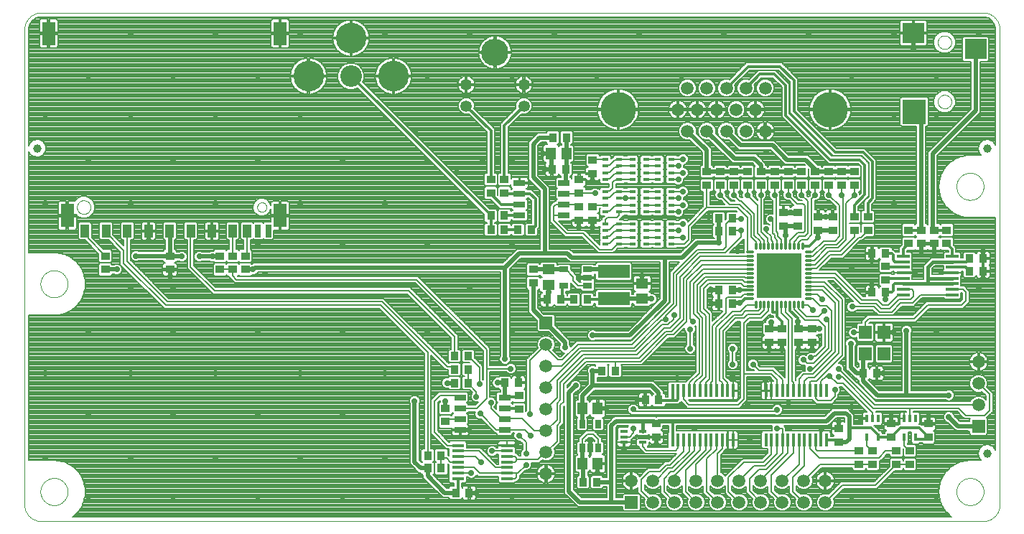
<source format=gtl>
G75*
%MOMM*%
%OFA0B0*%
%FSLAX33Y33*%
%IPPOS*%
%LPD*%
%AMOC8*
5,1,8,0,0,1.08239X$1,22.5*
%
%ADD10C,0.000*%
%ADD11R,1.000X0.950*%
%ADD12R,1.150X1.450*%
%ADD13R,1.500X1.600*%
%ADD14R,0.950X1.000*%
%ADD15R,5.300X5.300*%
%ADD16C,0.300*%
%ADD17R,1.350X0.710*%
%ADD18R,1.000X0.710*%
%ADD19R,1.450X1.150*%
%ADD20R,3.700X1.600*%
%ADD21R,0.450X1.500*%
%ADD22C,1.500*%
%ADD23R,1.500X1.500*%
%ADD24R,0.950X0.400*%
%ADD25C,1.000*%
%ADD26R,0.800X0.400*%
%ADD27C,4.196*%
%ADD28C,3.616*%
%ADD29C,2.550*%
%ADD30R,0.710X1.000*%
%ADD31R,2.550X2.400*%
%ADD32R,2.750X2.900*%
%ADD33C,3.216*%
%ADD34C,1.350*%
%ADD35R,1.500X0.450*%
%ADD36R,1.500X2.800*%
%ADD37R,1.000X1.500*%
%ADD38R,0.700X1.500*%
%ADD39R,1.450X0.450*%
%ADD40R,0.400X0.950*%
%ADD41C,0.500*%
%ADD42C,0.700*%
%ADD43C,0.600*%
%ADD44C,0.200*%
%ADD45C,0.400*%
%ADD46C,0.350*%
D10*
X02354Y00354D02*
X113354Y00354D01*
X113441Y00356D01*
X113528Y00362D01*
X113615Y00371D01*
X113701Y00384D01*
X113787Y00401D01*
X113872Y00422D01*
X113955Y00447D01*
X114038Y00475D01*
X114119Y00506D01*
X114199Y00541D01*
X114277Y00580D01*
X114354Y00622D01*
X114429Y00667D01*
X114501Y00716D01*
X114572Y00767D01*
X114640Y00822D01*
X114705Y00879D01*
X114768Y00940D01*
X114829Y01003D01*
X114886Y01068D01*
X114941Y01136D01*
X114992Y01207D01*
X115041Y01279D01*
X115086Y01354D01*
X115128Y01431D01*
X115167Y01509D01*
X115202Y01589D01*
X115233Y01670D01*
X115261Y01753D01*
X115286Y01836D01*
X115307Y01921D01*
X115324Y02007D01*
X115337Y02093D01*
X115346Y02180D01*
X115352Y02267D01*
X115354Y02354D01*
X115354Y58354D01*
X115352Y58441D01*
X115346Y58528D01*
X115337Y58615D01*
X115324Y58701D01*
X115307Y58787D01*
X115286Y58872D01*
X115261Y58955D01*
X115233Y59038D01*
X115202Y59119D01*
X115167Y59199D01*
X115128Y59277D01*
X115086Y59354D01*
X115041Y59429D01*
X114992Y59501D01*
X114941Y59572D01*
X114886Y59640D01*
X114829Y59705D01*
X114768Y59768D01*
X114705Y59829D01*
X114640Y59886D01*
X114572Y59941D01*
X114501Y59992D01*
X114429Y60041D01*
X114354Y60086D01*
X114277Y60128D01*
X114199Y60167D01*
X114119Y60202D01*
X114038Y60233D01*
X113955Y60261D01*
X113872Y60286D01*
X113787Y60307D01*
X113701Y60324D01*
X113615Y60337D01*
X113528Y60346D01*
X113441Y60352D01*
X113354Y60354D01*
X02354Y60354D01*
X02267Y60352D01*
X02180Y60346D01*
X02093Y60337D01*
X02007Y60324D01*
X01921Y60307D01*
X01836Y60286D01*
X01753Y60261D01*
X01670Y60233D01*
X01589Y60202D01*
X01509Y60167D01*
X01431Y60128D01*
X01354Y60086D01*
X01279Y60041D01*
X01207Y59992D01*
X01136Y59941D01*
X01068Y59886D01*
X01003Y59829D01*
X00940Y59768D01*
X00879Y59705D01*
X00822Y59640D01*
X00767Y59572D01*
X00716Y59501D01*
X00667Y59429D01*
X00622Y59354D01*
X00580Y59277D01*
X00541Y59199D01*
X00506Y59119D01*
X00475Y59038D01*
X00447Y58955D01*
X00422Y58872D01*
X00401Y58787D01*
X00384Y58701D01*
X00371Y58615D01*
X00362Y58528D01*
X00356Y58441D01*
X00354Y58354D01*
X00354Y02354D01*
X00356Y02267D01*
X00362Y02180D01*
X00371Y02093D01*
X00384Y02007D01*
X00401Y01921D01*
X00422Y01836D01*
X00447Y01753D01*
X00475Y01670D01*
X00506Y01589D01*
X00541Y01509D01*
X00580Y01431D01*
X00622Y01354D01*
X00667Y01279D01*
X00716Y01207D01*
X00767Y01136D01*
X00822Y01068D01*
X00879Y01003D01*
X00940Y00940D01*
X01003Y00879D01*
X01068Y00822D01*
X01136Y00767D01*
X01207Y00716D01*
X01279Y00667D01*
X01354Y00622D01*
X01431Y00580D01*
X01509Y00541D01*
X01589Y00506D01*
X01670Y00475D01*
X01753Y00447D01*
X01836Y00422D01*
X01921Y00401D01*
X02007Y00384D01*
X02093Y00371D01*
X02180Y00362D01*
X02267Y00356D01*
X02354Y00354D01*
X02254Y03854D02*
X02256Y03934D01*
X02262Y04013D01*
X02272Y04092D01*
X02286Y04171D01*
X02303Y04249D01*
X02325Y04326D01*
X02350Y04401D01*
X02380Y04475D01*
X02412Y04548D01*
X02449Y04619D01*
X02489Y04688D01*
X02532Y04755D01*
X02579Y04820D01*
X02628Y04882D01*
X02681Y04942D01*
X02737Y04999D01*
X02795Y05054D01*
X02856Y05105D01*
X02920Y05153D01*
X02986Y05198D01*
X03054Y05240D01*
X03124Y05278D01*
X03196Y05312D01*
X03269Y05343D01*
X03344Y05371D01*
X03421Y05394D01*
X03498Y05414D01*
X03576Y05430D01*
X03655Y05442D01*
X03734Y05450D01*
X03814Y05454D01*
X03894Y05454D01*
X03974Y05450D01*
X04053Y05442D01*
X04132Y05430D01*
X04210Y05414D01*
X04287Y05394D01*
X04364Y05371D01*
X04439Y05343D01*
X04512Y05312D01*
X04584Y05278D01*
X04654Y05240D01*
X04722Y05198D01*
X04788Y05153D01*
X04852Y05105D01*
X04913Y05054D01*
X04971Y04999D01*
X05027Y04942D01*
X05080Y04882D01*
X05129Y04820D01*
X05176Y04755D01*
X05219Y04688D01*
X05259Y04619D01*
X05296Y04548D01*
X05328Y04475D01*
X05358Y04401D01*
X05383Y04326D01*
X05405Y04249D01*
X05422Y04171D01*
X05436Y04092D01*
X05446Y04013D01*
X05452Y03934D01*
X05454Y03854D01*
X05452Y03774D01*
X05446Y03695D01*
X05436Y03616D01*
X05422Y03537D01*
X05405Y03459D01*
X05383Y03382D01*
X05358Y03307D01*
X05328Y03233D01*
X05296Y03160D01*
X05259Y03089D01*
X05219Y03020D01*
X05176Y02953D01*
X05129Y02888D01*
X05080Y02826D01*
X05027Y02766D01*
X04971Y02709D01*
X04913Y02654D01*
X04852Y02603D01*
X04788Y02555D01*
X04722Y02510D01*
X04654Y02468D01*
X04584Y02430D01*
X04512Y02396D01*
X04439Y02365D01*
X04364Y02337D01*
X04287Y02314D01*
X04210Y02294D01*
X04132Y02278D01*
X04053Y02266D01*
X03974Y02258D01*
X03894Y02254D01*
X03814Y02254D01*
X03734Y02258D01*
X03655Y02266D01*
X03576Y02278D01*
X03498Y02294D01*
X03421Y02314D01*
X03344Y02337D01*
X03269Y02365D01*
X03196Y02396D01*
X03124Y02430D01*
X03054Y02468D01*
X02986Y02510D01*
X02920Y02555D01*
X02856Y02603D01*
X02795Y02654D01*
X02737Y02709D01*
X02681Y02766D01*
X02628Y02826D01*
X02579Y02888D01*
X02532Y02953D01*
X02489Y03020D01*
X02449Y03089D01*
X02412Y03160D01*
X02380Y03233D01*
X02350Y03307D01*
X02325Y03382D01*
X02303Y03459D01*
X02286Y03537D01*
X02272Y03616D01*
X02262Y03695D01*
X02256Y03774D01*
X02254Y03854D01*
X02254Y28354D02*
X02256Y28434D01*
X02262Y28513D01*
X02272Y28592D01*
X02286Y28671D01*
X02303Y28749D01*
X02325Y28826D01*
X02350Y28901D01*
X02380Y28975D01*
X02412Y29048D01*
X02449Y29119D01*
X02489Y29188D01*
X02532Y29255D01*
X02579Y29320D01*
X02628Y29382D01*
X02681Y29442D01*
X02737Y29499D01*
X02795Y29554D01*
X02856Y29605D01*
X02920Y29653D01*
X02986Y29698D01*
X03054Y29740D01*
X03124Y29778D01*
X03196Y29812D01*
X03269Y29843D01*
X03344Y29871D01*
X03421Y29894D01*
X03498Y29914D01*
X03576Y29930D01*
X03655Y29942D01*
X03734Y29950D01*
X03814Y29954D01*
X03894Y29954D01*
X03974Y29950D01*
X04053Y29942D01*
X04132Y29930D01*
X04210Y29914D01*
X04287Y29894D01*
X04364Y29871D01*
X04439Y29843D01*
X04512Y29812D01*
X04584Y29778D01*
X04654Y29740D01*
X04722Y29698D01*
X04788Y29653D01*
X04852Y29605D01*
X04913Y29554D01*
X04971Y29499D01*
X05027Y29442D01*
X05080Y29382D01*
X05129Y29320D01*
X05176Y29255D01*
X05219Y29188D01*
X05259Y29119D01*
X05296Y29048D01*
X05328Y28975D01*
X05358Y28901D01*
X05383Y28826D01*
X05405Y28749D01*
X05422Y28671D01*
X05436Y28592D01*
X05446Y28513D01*
X05452Y28434D01*
X05454Y28354D01*
X05452Y28274D01*
X05446Y28195D01*
X05436Y28116D01*
X05422Y28037D01*
X05405Y27959D01*
X05383Y27882D01*
X05358Y27807D01*
X05328Y27733D01*
X05296Y27660D01*
X05259Y27589D01*
X05219Y27520D01*
X05176Y27453D01*
X05129Y27388D01*
X05080Y27326D01*
X05027Y27266D01*
X04971Y27209D01*
X04913Y27154D01*
X04852Y27103D01*
X04788Y27055D01*
X04722Y27010D01*
X04654Y26968D01*
X04584Y26930D01*
X04512Y26896D01*
X04439Y26865D01*
X04364Y26837D01*
X04287Y26814D01*
X04210Y26794D01*
X04132Y26778D01*
X04053Y26766D01*
X03974Y26758D01*
X03894Y26754D01*
X03814Y26754D01*
X03734Y26758D01*
X03655Y26766D01*
X03576Y26778D01*
X03498Y26794D01*
X03421Y26814D01*
X03344Y26837D01*
X03269Y26865D01*
X03196Y26896D01*
X03124Y26930D01*
X03054Y26968D01*
X02986Y27010D01*
X02920Y27055D01*
X02856Y27103D01*
X02795Y27154D01*
X02737Y27209D01*
X02681Y27266D01*
X02628Y27326D01*
X02579Y27388D01*
X02532Y27453D01*
X02489Y27520D01*
X02449Y27589D01*
X02412Y27660D01*
X02380Y27733D01*
X02350Y27807D01*
X02325Y27882D01*
X02303Y27959D01*
X02286Y28037D01*
X02272Y28116D01*
X02262Y28195D01*
X02256Y28274D01*
X02254Y28354D01*
X06554Y37404D02*
X06556Y37460D01*
X06562Y37517D01*
X06572Y37572D01*
X06586Y37627D01*
X06603Y37681D01*
X06625Y37733D01*
X06650Y37783D01*
X06678Y37832D01*
X06710Y37879D01*
X06745Y37923D01*
X06783Y37965D01*
X06824Y38004D01*
X06868Y38039D01*
X06914Y38072D01*
X06962Y38101D01*
X07012Y38127D01*
X07064Y38150D01*
X07118Y38168D01*
X07172Y38183D01*
X07227Y38194D01*
X07283Y38201D01*
X07340Y38204D01*
X07396Y38203D01*
X07453Y38198D01*
X07508Y38189D01*
X07563Y38176D01*
X07617Y38159D01*
X07670Y38139D01*
X07721Y38115D01*
X07770Y38087D01*
X07817Y38056D01*
X07862Y38022D01*
X07905Y37984D01*
X07944Y37944D01*
X07981Y37901D01*
X08014Y37856D01*
X08044Y37808D01*
X08071Y37758D01*
X08094Y37707D01*
X08114Y37654D01*
X08130Y37600D01*
X08142Y37544D01*
X08150Y37489D01*
X08154Y37432D01*
X08154Y37376D01*
X08150Y37319D01*
X08142Y37264D01*
X08130Y37208D01*
X08114Y37154D01*
X08094Y37101D01*
X08071Y37050D01*
X08044Y37000D01*
X08014Y36952D01*
X07981Y36907D01*
X07944Y36864D01*
X07905Y36824D01*
X07862Y36786D01*
X07817Y36752D01*
X07770Y36721D01*
X07721Y36693D01*
X07670Y36669D01*
X07617Y36649D01*
X07563Y36632D01*
X07508Y36619D01*
X07453Y36610D01*
X07396Y36605D01*
X07340Y36604D01*
X07283Y36607D01*
X07227Y36614D01*
X07172Y36625D01*
X07118Y36640D01*
X07064Y36658D01*
X07012Y36681D01*
X06962Y36707D01*
X06914Y36736D01*
X06868Y36769D01*
X06824Y36804D01*
X06783Y36843D01*
X06745Y36885D01*
X06710Y36929D01*
X06678Y36976D01*
X06650Y37025D01*
X06625Y37075D01*
X06603Y37127D01*
X06586Y37181D01*
X06572Y37236D01*
X06562Y37291D01*
X06556Y37348D01*
X06554Y37404D01*
X27804Y37404D02*
X27806Y37451D01*
X27812Y37497D01*
X27822Y37543D01*
X27835Y37587D01*
X27853Y37631D01*
X27874Y37672D01*
X27898Y37712D01*
X27926Y37750D01*
X27957Y37785D01*
X27991Y37817D01*
X28027Y37846D01*
X28066Y37872D01*
X28106Y37895D01*
X28149Y37914D01*
X28193Y37930D01*
X28238Y37942D01*
X28284Y37950D01*
X28331Y37954D01*
X28377Y37954D01*
X28424Y37950D01*
X28470Y37942D01*
X28515Y37930D01*
X28559Y37914D01*
X28602Y37895D01*
X28642Y37872D01*
X28681Y37846D01*
X28717Y37817D01*
X28751Y37785D01*
X28782Y37750D01*
X28810Y37712D01*
X28834Y37672D01*
X28855Y37631D01*
X28873Y37587D01*
X28886Y37543D01*
X28896Y37497D01*
X28902Y37451D01*
X28904Y37404D01*
X28902Y37357D01*
X28896Y37311D01*
X28886Y37265D01*
X28873Y37221D01*
X28855Y37177D01*
X28834Y37136D01*
X28810Y37096D01*
X28782Y37058D01*
X28751Y37023D01*
X28717Y36991D01*
X28681Y36962D01*
X28642Y36936D01*
X28602Y36913D01*
X28559Y36894D01*
X28515Y36878D01*
X28470Y36866D01*
X28424Y36858D01*
X28377Y36854D01*
X28331Y36854D01*
X28284Y36858D01*
X28238Y36866D01*
X28193Y36878D01*
X28149Y36894D01*
X28106Y36913D01*
X28066Y36936D01*
X28027Y36962D01*
X27991Y36991D01*
X27957Y37023D01*
X27926Y37058D01*
X27898Y37096D01*
X27874Y37136D01*
X27853Y37177D01*
X27835Y37221D01*
X27822Y37265D01*
X27812Y37311D01*
X27806Y37357D01*
X27804Y37404D01*
X108054Y49854D02*
X108056Y49910D01*
X108062Y49967D01*
X108072Y50022D01*
X108086Y50077D01*
X108103Y50131D01*
X108125Y50183D01*
X108150Y50233D01*
X108178Y50282D01*
X108210Y50329D01*
X108245Y50373D01*
X108283Y50415D01*
X108324Y50454D01*
X108368Y50489D01*
X108414Y50522D01*
X108462Y50551D01*
X108512Y50577D01*
X108564Y50600D01*
X108618Y50618D01*
X108672Y50633D01*
X108727Y50644D01*
X108783Y50651D01*
X108840Y50654D01*
X108896Y50653D01*
X108953Y50648D01*
X109008Y50639D01*
X109063Y50626D01*
X109117Y50609D01*
X109170Y50589D01*
X109221Y50565D01*
X109270Y50537D01*
X109317Y50506D01*
X109362Y50472D01*
X109405Y50434D01*
X109444Y50394D01*
X109481Y50351D01*
X109514Y50306D01*
X109544Y50258D01*
X109571Y50208D01*
X109594Y50157D01*
X109614Y50104D01*
X109630Y50050D01*
X109642Y49994D01*
X109650Y49939D01*
X109654Y49882D01*
X109654Y49826D01*
X109650Y49769D01*
X109642Y49714D01*
X109630Y49658D01*
X109614Y49604D01*
X109594Y49551D01*
X109571Y49500D01*
X109544Y49450D01*
X109514Y49402D01*
X109481Y49357D01*
X109444Y49314D01*
X109405Y49274D01*
X109362Y49236D01*
X109317Y49202D01*
X109270Y49171D01*
X109221Y49143D01*
X109170Y49119D01*
X109117Y49099D01*
X109063Y49082D01*
X109008Y49069D01*
X108953Y49060D01*
X108896Y49055D01*
X108840Y49054D01*
X108783Y49057D01*
X108727Y49064D01*
X108672Y49075D01*
X108618Y49090D01*
X108564Y49108D01*
X108512Y49131D01*
X108462Y49157D01*
X108414Y49186D01*
X108368Y49219D01*
X108324Y49254D01*
X108283Y49293D01*
X108245Y49335D01*
X108210Y49379D01*
X108178Y49426D01*
X108150Y49475D01*
X108125Y49525D01*
X108103Y49577D01*
X108086Y49631D01*
X108072Y49686D01*
X108062Y49741D01*
X108056Y49798D01*
X108054Y49854D01*
X108054Y56854D02*
X108056Y56910D01*
X108062Y56967D01*
X108072Y57022D01*
X108086Y57077D01*
X108103Y57131D01*
X108125Y57183D01*
X108150Y57233D01*
X108178Y57282D01*
X108210Y57329D01*
X108245Y57373D01*
X108283Y57415D01*
X108324Y57454D01*
X108368Y57489D01*
X108414Y57522D01*
X108462Y57551D01*
X108512Y57577D01*
X108564Y57600D01*
X108618Y57618D01*
X108672Y57633D01*
X108727Y57644D01*
X108783Y57651D01*
X108840Y57654D01*
X108896Y57653D01*
X108953Y57648D01*
X109008Y57639D01*
X109063Y57626D01*
X109117Y57609D01*
X109170Y57589D01*
X109221Y57565D01*
X109270Y57537D01*
X109317Y57506D01*
X109362Y57472D01*
X109405Y57434D01*
X109444Y57394D01*
X109481Y57351D01*
X109514Y57306D01*
X109544Y57258D01*
X109571Y57208D01*
X109594Y57157D01*
X109614Y57104D01*
X109630Y57050D01*
X109642Y56994D01*
X109650Y56939D01*
X109654Y56882D01*
X109654Y56826D01*
X109650Y56769D01*
X109642Y56714D01*
X109630Y56658D01*
X109614Y56604D01*
X109594Y56551D01*
X109571Y56500D01*
X109544Y56450D01*
X109514Y56402D01*
X109481Y56357D01*
X109444Y56314D01*
X109405Y56274D01*
X109362Y56236D01*
X109317Y56202D01*
X109270Y56171D01*
X109221Y56143D01*
X109170Y56119D01*
X109117Y56099D01*
X109063Y56082D01*
X109008Y56069D01*
X108953Y56060D01*
X108896Y56055D01*
X108840Y56054D01*
X108783Y56057D01*
X108727Y56064D01*
X108672Y56075D01*
X108618Y56090D01*
X108564Y56108D01*
X108512Y56131D01*
X108462Y56157D01*
X108414Y56186D01*
X108368Y56219D01*
X108324Y56254D01*
X108283Y56293D01*
X108245Y56335D01*
X108210Y56379D01*
X108178Y56426D01*
X108150Y56475D01*
X108125Y56525D01*
X108103Y56577D01*
X108086Y56631D01*
X108072Y56686D01*
X108062Y56741D01*
X108056Y56798D01*
X108054Y56854D01*
X110254Y39854D02*
X110256Y39934D01*
X110262Y40013D01*
X110272Y40092D01*
X110286Y40171D01*
X110303Y40249D01*
X110325Y40326D01*
X110350Y40401D01*
X110380Y40475D01*
X110412Y40548D01*
X110449Y40619D01*
X110489Y40688D01*
X110532Y40755D01*
X110579Y40820D01*
X110628Y40882D01*
X110681Y40942D01*
X110737Y40999D01*
X110795Y41054D01*
X110856Y41105D01*
X110920Y41153D01*
X110986Y41198D01*
X111054Y41240D01*
X111124Y41278D01*
X111196Y41312D01*
X111269Y41343D01*
X111344Y41371D01*
X111421Y41394D01*
X111498Y41414D01*
X111576Y41430D01*
X111655Y41442D01*
X111734Y41450D01*
X111814Y41454D01*
X111894Y41454D01*
X111974Y41450D01*
X112053Y41442D01*
X112132Y41430D01*
X112210Y41414D01*
X112287Y41394D01*
X112364Y41371D01*
X112439Y41343D01*
X112512Y41312D01*
X112584Y41278D01*
X112654Y41240D01*
X112722Y41198D01*
X112788Y41153D01*
X112852Y41105D01*
X112913Y41054D01*
X112971Y40999D01*
X113027Y40942D01*
X113080Y40882D01*
X113129Y40820D01*
X113176Y40755D01*
X113219Y40688D01*
X113259Y40619D01*
X113296Y40548D01*
X113328Y40475D01*
X113358Y40401D01*
X113383Y40326D01*
X113405Y40249D01*
X113422Y40171D01*
X113436Y40092D01*
X113446Y40013D01*
X113452Y39934D01*
X113454Y39854D01*
X113452Y39774D01*
X113446Y39695D01*
X113436Y39616D01*
X113422Y39537D01*
X113405Y39459D01*
X113383Y39382D01*
X113358Y39307D01*
X113328Y39233D01*
X113296Y39160D01*
X113259Y39089D01*
X113219Y39020D01*
X113176Y38953D01*
X113129Y38888D01*
X113080Y38826D01*
X113027Y38766D01*
X112971Y38709D01*
X112913Y38654D01*
X112852Y38603D01*
X112788Y38555D01*
X112722Y38510D01*
X112654Y38468D01*
X112584Y38430D01*
X112512Y38396D01*
X112439Y38365D01*
X112364Y38337D01*
X112287Y38314D01*
X112210Y38294D01*
X112132Y38278D01*
X112053Y38266D01*
X111974Y38258D01*
X111894Y38254D01*
X111814Y38254D01*
X111734Y38258D01*
X111655Y38266D01*
X111576Y38278D01*
X111498Y38294D01*
X111421Y38314D01*
X111344Y38337D01*
X111269Y38365D01*
X111196Y38396D01*
X111124Y38430D01*
X111054Y38468D01*
X110986Y38510D01*
X110920Y38555D01*
X110856Y38603D01*
X110795Y38654D01*
X110737Y38709D01*
X110681Y38766D01*
X110628Y38826D01*
X110579Y38888D01*
X110532Y38953D01*
X110489Y39020D01*
X110449Y39089D01*
X110412Y39160D01*
X110380Y39233D01*
X110350Y39307D01*
X110325Y39382D01*
X110303Y39459D01*
X110286Y39537D01*
X110272Y39616D01*
X110262Y39695D01*
X110256Y39774D01*
X110254Y39854D01*
X110254Y03854D02*
X110256Y03934D01*
X110262Y04013D01*
X110272Y04092D01*
X110286Y04171D01*
X110303Y04249D01*
X110325Y04326D01*
X110350Y04401D01*
X110380Y04475D01*
X110412Y04548D01*
X110449Y04619D01*
X110489Y04688D01*
X110532Y04755D01*
X110579Y04820D01*
X110628Y04882D01*
X110681Y04942D01*
X110737Y04999D01*
X110795Y05054D01*
X110856Y05105D01*
X110920Y05153D01*
X110986Y05198D01*
X111054Y05240D01*
X111124Y05278D01*
X111196Y05312D01*
X111269Y05343D01*
X111344Y05371D01*
X111421Y05394D01*
X111498Y05414D01*
X111576Y05430D01*
X111655Y05442D01*
X111734Y05450D01*
X111814Y05454D01*
X111894Y05454D01*
X111974Y05450D01*
X112053Y05442D01*
X112132Y05430D01*
X112210Y05414D01*
X112287Y05394D01*
X112364Y05371D01*
X112439Y05343D01*
X112512Y05312D01*
X112584Y05278D01*
X112654Y05240D01*
X112722Y05198D01*
X112788Y05153D01*
X112852Y05105D01*
X112913Y05054D01*
X112971Y04999D01*
X113027Y04942D01*
X113080Y04882D01*
X113129Y04820D01*
X113176Y04755D01*
X113219Y04688D01*
X113259Y04619D01*
X113296Y04548D01*
X113328Y04475D01*
X113358Y04401D01*
X113383Y04326D01*
X113405Y04249D01*
X113422Y04171D01*
X113436Y04092D01*
X113446Y04013D01*
X113452Y03934D01*
X113454Y03854D01*
X113452Y03774D01*
X113446Y03695D01*
X113436Y03616D01*
X113422Y03537D01*
X113405Y03459D01*
X113383Y03382D01*
X113358Y03307D01*
X113328Y03233D01*
X113296Y03160D01*
X113259Y03089D01*
X113219Y03020D01*
X113176Y02953D01*
X113129Y02888D01*
X113080Y02826D01*
X113027Y02766D01*
X112971Y02709D01*
X112913Y02654D01*
X112852Y02603D01*
X112788Y02555D01*
X112722Y02510D01*
X112654Y02468D01*
X112584Y02430D01*
X112512Y02396D01*
X112439Y02365D01*
X112364Y02337D01*
X112287Y02314D01*
X112210Y02294D01*
X112132Y02278D01*
X112053Y02266D01*
X111974Y02258D01*
X111894Y02254D01*
X111814Y02254D01*
X111734Y02258D01*
X111655Y02266D01*
X111576Y02278D01*
X111498Y02294D01*
X111421Y02314D01*
X111344Y02337D01*
X111269Y02365D01*
X111196Y02396D01*
X111124Y02430D01*
X111054Y02468D01*
X110986Y02510D01*
X110920Y02555D01*
X110856Y02603D01*
X110795Y02654D01*
X110737Y02709D01*
X110681Y02766D01*
X110628Y02826D01*
X110579Y02888D01*
X110532Y02953D01*
X110489Y03020D01*
X110449Y03089D01*
X110412Y03160D01*
X110380Y03233D01*
X110350Y03307D01*
X110325Y03382D01*
X110303Y03459D01*
X110286Y03537D01*
X110272Y03616D01*
X110262Y03695D01*
X110256Y03774D01*
X110254Y03854D01*
D11*
X104754Y07054D03*
X103154Y07054D03*
X103154Y08654D03*
X104754Y08654D03*
X102554Y10254D03*
X102554Y11854D03*
X100354Y08654D03*
X98754Y08654D03*
X98754Y07054D03*
X100354Y07054D03*
X96354Y09704D03*
X96354Y11304D03*
X106954Y11854D03*
X106954Y10254D03*
X93204Y21454D03*
X91654Y21454D03*
X89654Y21454D03*
X88154Y21454D03*
X88154Y23054D03*
X89654Y23054D03*
X91654Y23054D03*
X93204Y23054D03*
X101904Y28854D03*
X101904Y30454D03*
X104604Y33104D03*
X106104Y33104D03*
X107604Y33104D03*
X109104Y33104D03*
X109104Y34704D03*
X107604Y34704D03*
X106104Y34704D03*
X104604Y34704D03*
X99804Y34704D03*
X99804Y36304D03*
X98204Y36304D03*
X98204Y34704D03*
X95654Y34704D03*
X93954Y34704D03*
X93954Y36304D03*
X95654Y36304D03*
X91554Y36804D03*
X91554Y35204D03*
X89854Y35204D03*
X89854Y36804D03*
X90404Y40004D03*
X92004Y40004D03*
X93604Y40004D03*
X93604Y41604D03*
X92004Y41604D03*
X90404Y41604D03*
X88804Y41604D03*
X87204Y41604D03*
X87204Y40004D03*
X88804Y40004D03*
X85604Y40004D03*
X84004Y40004D03*
X82404Y40004D03*
X82404Y41604D03*
X84004Y41604D03*
X85604Y41604D03*
X80804Y41604D03*
X80804Y40004D03*
X67354Y41354D03*
X67354Y42954D03*
X65754Y40654D03*
X65754Y39054D03*
X65754Y37454D03*
X65754Y35854D03*
X67354Y35854D03*
X67354Y37454D03*
X60354Y30054D03*
X60354Y28454D03*
X56954Y39104D03*
X55354Y39104D03*
X55354Y40704D03*
X56954Y40704D03*
X26404Y31654D03*
X24904Y31654D03*
X23404Y31654D03*
X23404Y30054D03*
X24904Y30054D03*
X26404Y30054D03*
X17504Y30054D03*
X17504Y31654D03*
X09904Y31654D03*
X09904Y30054D03*
X50004Y13704D03*
X50004Y12104D03*
X58654Y13554D03*
X58654Y15154D03*
X74854Y11904D03*
X74854Y10304D03*
X95204Y40004D03*
X96704Y40004D03*
X98204Y40004D03*
X98204Y41604D03*
X96704Y41604D03*
X95204Y41604D03*
D12*
X64254Y43754D03*
X62454Y43754D03*
X66154Y13654D03*
X67954Y13654D03*
X67954Y07154D03*
X66154Y07154D03*
D13*
X99503Y20084D03*
X101703Y20084D03*
X101703Y22624D03*
X99503Y22624D03*
D14*
X100304Y27354D03*
X101904Y27354D03*
X101904Y31954D03*
X100304Y31954D03*
X111804Y31354D03*
X111804Y29854D03*
X113404Y29854D03*
X113404Y31354D03*
X100854Y17804D03*
X99254Y17804D03*
X83854Y26004D03*
X82254Y26004D03*
X82254Y27604D03*
X83854Y27604D03*
X83854Y34554D03*
X82254Y34554D03*
X82254Y36104D03*
X83854Y36104D03*
X66754Y26504D03*
X65154Y26504D03*
X63604Y26504D03*
X62004Y26504D03*
X52654Y19854D03*
X51054Y19854D03*
X51054Y18254D03*
X52654Y18254D03*
X52654Y16654D03*
X51054Y16654D03*
X57004Y16704D03*
X58604Y16704D03*
X68404Y18104D03*
X70004Y18104D03*
X73554Y14654D03*
X75154Y14654D03*
X67854Y04954D03*
X66254Y04954D03*
X52804Y03704D03*
X51204Y03704D03*
X49504Y06604D03*
X47904Y06604D03*
X47904Y08104D03*
X49504Y08104D03*
X55354Y34754D03*
X56954Y34754D03*
X58554Y34754D03*
X60154Y34754D03*
X56954Y36404D03*
X55354Y36404D03*
X62554Y41904D03*
X64154Y41904D03*
X64254Y45604D03*
X62654Y45604D03*
D15*
X89354Y29354D03*
D16*
X86179Y29104D02*
X85629Y29104D01*
X85629Y28604D02*
X86179Y28604D01*
X86179Y28104D02*
X85629Y28104D01*
X85904Y27604D02*
X84704Y27604D01*
X85304Y26604D02*
X84854Y26154D01*
X84704Y26154D01*
X85304Y26604D02*
X85904Y26604D01*
X86179Y26604D02*
X85629Y26604D01*
X85629Y27104D02*
X86179Y27104D01*
X86179Y27604D02*
X85629Y27604D01*
X86604Y26179D02*
X86604Y25629D01*
X87104Y25629D02*
X87104Y26179D01*
X87604Y26179D02*
X87604Y25629D01*
X88104Y25629D02*
X88104Y26179D01*
X88604Y26179D02*
X88604Y25629D01*
X88604Y25904D02*
X88604Y25004D01*
X89104Y25004D01*
X89104Y24504D01*
X89704Y23904D01*
X89704Y23104D01*
X91504Y23904D02*
X91504Y24304D01*
X90604Y25204D01*
X90604Y25904D01*
X90604Y26179D02*
X90604Y25629D01*
X91104Y25629D02*
X91104Y26179D01*
X91604Y26179D02*
X91604Y25629D01*
X92104Y25629D02*
X92104Y26179D01*
X92529Y26604D02*
X93079Y26604D01*
X93079Y27104D02*
X92529Y27104D01*
X92529Y27604D02*
X93079Y27604D01*
X93079Y28104D02*
X92529Y28104D01*
X92529Y28604D02*
X93079Y28604D01*
X93079Y29104D02*
X92529Y29104D01*
X92529Y29604D02*
X93079Y29604D01*
X93079Y30104D02*
X92529Y30104D01*
X92529Y30604D02*
X93079Y30604D01*
X93079Y31104D02*
X92529Y31104D01*
X92529Y31604D02*
X93079Y31604D01*
X93079Y32104D02*
X92529Y32104D01*
X92904Y32804D02*
X92104Y32804D01*
X92104Y32529D02*
X92104Y33079D01*
X91604Y33079D02*
X91604Y32529D01*
X91104Y32529D02*
X91104Y33079D01*
X90604Y33079D02*
X90604Y32529D01*
X90104Y32529D02*
X90104Y33079D01*
X90104Y32804D02*
X90104Y34054D01*
X89604Y33079D02*
X89604Y32529D01*
X89104Y32529D02*
X89104Y33079D01*
X88604Y33079D02*
X88604Y32529D01*
X88104Y32529D02*
X88104Y33079D01*
X87604Y33079D02*
X87604Y32529D01*
X87104Y32529D02*
X87104Y33079D01*
X86604Y33079D02*
X86604Y32529D01*
X86179Y32104D02*
X85629Y32104D01*
X85629Y31604D02*
X86179Y31604D01*
X86179Y31104D02*
X85629Y31104D01*
X85629Y30604D02*
X86179Y30604D01*
X86179Y30104D02*
X85629Y30104D01*
X85629Y29604D02*
X86179Y29604D01*
X89104Y26179D02*
X89104Y25629D01*
X89104Y25904D02*
X89104Y25004D01*
X89604Y25629D02*
X89604Y26179D01*
X90104Y26179D02*
X90104Y25629D01*
X92904Y32804D02*
X93954Y33854D01*
X98204Y36304D02*
X98204Y37654D01*
X99454Y38904D01*
X99454Y42404D01*
X98854Y43004D01*
X95354Y43004D01*
X90104Y48254D01*
X90104Y51754D01*
X88754Y53104D01*
X87049Y53104D01*
X85409Y51464D01*
X83119Y51464D02*
X85659Y54004D01*
X89454Y54004D01*
X91104Y52354D01*
X91104Y48704D01*
X95904Y43904D01*
X99254Y43904D01*
X100354Y42804D01*
X100354Y38454D01*
X99804Y37904D01*
X99804Y36304D01*
X104604Y34704D02*
X106104Y34704D01*
X107604Y34704D02*
X109104Y34704D01*
X109104Y33104D02*
X109754Y32454D01*
X109754Y31629D01*
X109754Y30979D02*
X111429Y30979D01*
X111804Y31354D01*
X111329Y30329D02*
X111804Y29854D01*
X111329Y30329D02*
X109754Y30329D01*
X109754Y29679D02*
X108529Y29679D01*
X108404Y29804D01*
X105304Y29704D02*
X105279Y29679D01*
X103954Y29679D01*
X103954Y29029D02*
X102079Y29029D01*
X101904Y28854D01*
X102804Y28204D02*
X102804Y27554D01*
X102604Y27354D01*
X101904Y27354D01*
X102804Y28204D02*
X102979Y28379D01*
X103954Y28379D01*
X103954Y30329D02*
X102029Y30329D01*
X101904Y30454D01*
X102804Y31154D02*
X102804Y31754D01*
X102604Y31954D01*
X101904Y31954D01*
X102804Y31154D02*
X102979Y30979D01*
X103954Y30979D01*
X103954Y31629D02*
X103954Y32454D01*
X104604Y33104D01*
X87754Y17004D02*
X87754Y15779D01*
X94279Y11229D02*
X94304Y11254D01*
X94279Y11229D02*
X94279Y09954D01*
X94929Y09954D02*
X96104Y09954D01*
X96354Y09704D01*
X97604Y11354D02*
X100204Y11354D01*
X101004Y10554D01*
X101004Y10254D01*
X102554Y10254D01*
X103654Y11354D01*
X105854Y11354D01*
X106954Y10254D01*
X106754Y10054D01*
X105404Y10054D01*
X105404Y10254D01*
X99704Y12454D02*
X99004Y12454D01*
X77429Y14729D02*
X77304Y14604D01*
X76704Y14604D01*
X75204Y14604D01*
X75154Y14654D01*
X76704Y14604D02*
X76779Y14679D01*
X76779Y15754D01*
X77429Y15754D02*
X77429Y14729D01*
X76904Y12154D02*
X76779Y12029D01*
X76779Y09954D01*
X71054Y09654D02*
X71054Y08854D01*
X58354Y09304D02*
X57254Y09304D01*
X56979Y13689D02*
X58519Y13689D01*
X58654Y13554D01*
X58484Y14984D02*
X57004Y14984D01*
X58484Y14984D02*
X58654Y15154D01*
X51454Y05404D02*
X51454Y03954D01*
X51204Y03704D01*
X63604Y26504D02*
X63754Y26654D01*
X63754Y28154D01*
X63954Y28154D01*
X63604Y26504D02*
X65154Y26504D01*
X66754Y26504D02*
X68304Y26504D01*
D17*
X63979Y36449D03*
X63979Y37719D03*
X63979Y38989D03*
X63979Y40259D03*
X58729Y40259D03*
X58729Y38989D03*
X58729Y37719D03*
X58729Y36449D03*
X56979Y14959D03*
X56979Y13689D03*
X56979Y12419D03*
X56979Y11149D03*
X51729Y11149D03*
X51729Y12419D03*
X51729Y13689D03*
X51729Y14959D03*
D18*
X63954Y28154D03*
X66754Y28154D03*
X66754Y29104D03*
X66754Y30054D03*
X63954Y30054D03*
D19*
X62154Y30054D03*
X62154Y28254D03*
X73204Y28404D03*
X73204Y26604D03*
D20*
X69854Y26604D03*
X69854Y29804D03*
D21*
X76779Y15754D03*
X77429Y15754D03*
X78079Y15754D03*
X78729Y15754D03*
X79379Y15754D03*
X80029Y15754D03*
X80679Y15754D03*
X81329Y15754D03*
X81979Y15754D03*
X82629Y15754D03*
X83279Y15754D03*
X83929Y15754D03*
X87779Y15754D03*
X88429Y15754D03*
X89079Y15754D03*
X89729Y15754D03*
X90379Y15754D03*
X91029Y15754D03*
X91679Y15754D03*
X92329Y15754D03*
X92979Y15754D03*
X93629Y15754D03*
X94279Y15754D03*
X94929Y15754D03*
X94929Y09954D03*
X94279Y09954D03*
X93629Y09954D03*
X92979Y09954D03*
X92329Y09954D03*
X91679Y09954D03*
X91029Y09954D03*
X90379Y09954D03*
X89729Y09954D03*
X89079Y09954D03*
X88429Y09954D03*
X87779Y09954D03*
X83929Y09954D03*
X83279Y09954D03*
X82629Y09954D03*
X81979Y09954D03*
X81329Y09954D03*
X80679Y09954D03*
X80029Y09954D03*
X79379Y09954D03*
X78729Y09954D03*
X78079Y09954D03*
X77429Y09954D03*
X76779Y09954D03*
D22*
X77004Y05124D03*
X74464Y05124D03*
X71924Y05124D03*
X74464Y02584D03*
X77004Y02584D03*
X79544Y02584D03*
X82084Y02584D03*
X82084Y05124D03*
X79544Y05124D03*
X84624Y05124D03*
X87164Y05124D03*
X89704Y05124D03*
X92244Y05124D03*
X94784Y05124D03*
X94784Y02584D03*
X92244Y02584D03*
X89704Y02584D03*
X87164Y02584D03*
X84624Y02584D03*
X61854Y05964D03*
X61854Y08504D03*
X61854Y11044D03*
X61854Y13584D03*
X61854Y16124D03*
X61854Y18664D03*
X61854Y21204D03*
X78539Y46384D03*
X80829Y46384D03*
X83119Y46384D03*
X85409Y46384D03*
X87699Y46384D03*
X86559Y48924D03*
X84269Y48924D03*
X81979Y48924D03*
X79689Y48924D03*
X77399Y48924D03*
X78539Y51464D03*
X80829Y51464D03*
X83119Y51464D03*
X85409Y51464D03*
X87699Y51464D03*
X112854Y19164D03*
X112854Y16624D03*
X112854Y14084D03*
D23*
X112854Y11544D03*
X71924Y02584D03*
X61854Y23744D03*
D24*
X71054Y10954D03*
X71054Y10304D03*
X71054Y09654D03*
X73254Y09654D03*
X73254Y10954D03*
D25*
X113854Y08354D03*
X113854Y44354D03*
X01854Y44354D03*
D26*
X68854Y43054D03*
X68854Y42254D03*
X68854Y41454D03*
X70454Y41454D03*
X70454Y42254D03*
X70454Y43054D03*
X72054Y43054D03*
X72054Y42254D03*
X72054Y41454D03*
X73654Y41454D03*
X73654Y42254D03*
X73654Y43054D03*
X75054Y43054D03*
X75054Y42254D03*
X75054Y41454D03*
X75054Y40654D03*
X75054Y39254D03*
X75054Y38454D03*
X75054Y37654D03*
X75054Y36854D03*
X73654Y36854D03*
X73654Y37654D03*
X73654Y38454D03*
X73654Y39254D03*
X73654Y40654D03*
X72054Y40654D03*
X72054Y39254D03*
X72054Y38454D03*
X72054Y37654D03*
X72054Y36854D03*
X72054Y35454D03*
X72054Y34654D03*
X72054Y33854D03*
X72054Y33054D03*
X73654Y33054D03*
X73654Y33854D03*
X73654Y34654D03*
X73654Y35454D03*
X75054Y35454D03*
X75054Y34654D03*
X75054Y33854D03*
X75054Y33054D03*
X76654Y33054D03*
X76654Y33854D03*
X76654Y34654D03*
X76654Y35454D03*
X76654Y36854D03*
X76654Y37654D03*
X76654Y38454D03*
X76654Y39254D03*
X76654Y40654D03*
X76654Y41454D03*
X76654Y42254D03*
X76654Y43054D03*
X70454Y40654D03*
X70454Y39254D03*
X70454Y38454D03*
X70454Y37654D03*
X70454Y36854D03*
X68854Y36854D03*
X68854Y37654D03*
X68854Y38454D03*
X68854Y39254D03*
X68854Y40654D03*
X68854Y35454D03*
X68854Y34654D03*
X68854Y33854D03*
X68854Y33054D03*
X70454Y33054D03*
X70454Y33854D03*
X70454Y34654D03*
X70454Y35454D03*
D27*
X70359Y48924D03*
X95349Y48924D03*
D28*
X43854Y52854D03*
X38854Y57354D03*
X33854Y52854D03*
D29*
X38854Y52854D03*
D30*
X66104Y11804D03*
X68004Y11804D03*
X68004Y09004D03*
X67054Y09004D03*
X66104Y09004D03*
D31*
X112529Y56054D03*
X105179Y57954D03*
D32*
X105279Y48654D03*
D33*
X55854Y55654D03*
D34*
X52454Y51854D03*
X52454Y49354D03*
X59254Y49354D03*
X59254Y51854D03*
D35*
X103954Y31629D03*
X103954Y30979D03*
X103954Y30329D03*
X103954Y29679D03*
X103954Y29029D03*
X103954Y28379D03*
X103954Y27729D03*
X103954Y27079D03*
X109754Y27079D03*
X109754Y27729D03*
X109754Y28379D03*
X109754Y29029D03*
X109754Y29679D03*
X109754Y30329D03*
X109754Y30979D03*
X109754Y31629D03*
D36*
X30504Y36404D03*
X05404Y36404D03*
X03204Y57904D03*
X30504Y57904D03*
D37*
X26609Y34604D03*
X24909Y34604D03*
X22479Y34604D03*
X19979Y34604D03*
X17479Y34604D03*
X14979Y34604D03*
X12479Y34604D03*
X09979Y34604D03*
X07479Y34604D03*
D38*
X27909Y34604D03*
X29109Y34604D03*
D39*
X51454Y09304D03*
X51454Y08654D03*
X51454Y08004D03*
X51454Y07354D03*
X51454Y06704D03*
X51454Y06054D03*
X51454Y05404D03*
X57254Y05404D03*
X57254Y06054D03*
X57254Y06704D03*
X57254Y07354D03*
X57254Y08004D03*
X57254Y08654D03*
X57254Y09304D03*
D40*
X99704Y10254D03*
X101004Y10254D03*
X104104Y10254D03*
X105404Y10254D03*
X105404Y12454D03*
X104754Y12454D03*
X104104Y12454D03*
X101004Y12454D03*
X100354Y12454D03*
X99704Y12454D03*
D41*
X97604Y12704D02*
X97604Y11354D01*
X97604Y10054D01*
X97254Y09704D01*
X96354Y09704D01*
X96354Y11304D02*
X96354Y12154D01*
X95854Y13104D02*
X94904Y12154D01*
X76904Y12154D01*
X75104Y12154D01*
X74854Y11904D01*
X74604Y12154D01*
X73254Y12154D01*
X70104Y12154D01*
X69554Y11604D01*
X69554Y04954D01*
X69554Y02584D01*
X65824Y02584D01*
X64554Y03854D01*
X64554Y15554D01*
X65354Y16354D01*
X66154Y15154D02*
X67354Y16354D01*
X67354Y18104D01*
X68404Y18104D01*
X67354Y16354D02*
X74304Y16354D01*
X75154Y15504D01*
X75154Y14654D01*
X73554Y14654D02*
X72704Y14654D01*
X68904Y13654D02*
X67954Y13654D01*
X66154Y13654D02*
X66154Y15154D01*
X66154Y13654D02*
X66104Y13604D01*
X66104Y11804D01*
X67054Y09854D02*
X67054Y09004D01*
X66104Y09004D02*
X66104Y07154D01*
X66254Y07004D01*
X66254Y04954D01*
X67854Y04954D02*
X69554Y04954D01*
X67954Y06054D02*
X67954Y07154D01*
X68154Y07154D01*
X68254Y07054D01*
X66154Y07154D02*
X66104Y07154D01*
X69554Y02584D02*
X71924Y02584D01*
X74904Y09354D02*
X74854Y09404D01*
X74854Y10304D01*
X88154Y20604D02*
X88154Y21454D01*
X89654Y21454D02*
X89654Y20604D01*
X91654Y20604D02*
X91654Y21454D01*
X93204Y21454D02*
X93204Y20604D01*
X93204Y23054D02*
X91654Y23054D01*
X91504Y23204D01*
X91504Y23904D01*
X93204Y23054D02*
X94054Y23054D01*
X97804Y21304D02*
X97804Y18504D01*
X98504Y17804D01*
X99254Y17804D01*
X99254Y16854D01*
X100904Y15204D01*
X104354Y15204D01*
X104354Y22854D01*
X102804Y22604D02*
X102803Y22604D01*
X101723Y22604D01*
X101703Y22624D01*
X99483Y20104D02*
X99503Y20084D01*
X99254Y19835D01*
X99254Y17804D01*
X100854Y17804D02*
X101654Y17804D01*
X104354Y15204D02*
X109354Y15204D01*
X109354Y12654D02*
X110454Y11554D01*
X111854Y11554D01*
X111864Y11544D01*
X112854Y11544D01*
X106954Y11854D02*
X106954Y12704D01*
X102554Y12704D02*
X102554Y11854D01*
X97604Y12704D02*
X97204Y13104D01*
X95854Y13104D01*
X89654Y23054D02*
X88154Y23054D01*
X88404Y23304D01*
X88404Y23804D01*
X89654Y23054D02*
X89704Y23104D01*
X84704Y26154D02*
X84004Y26154D01*
X83854Y26004D01*
X82254Y26004D02*
X81404Y26004D01*
X81404Y27604D02*
X82254Y27604D01*
X83854Y27604D02*
X84704Y27604D01*
X87104Y27104D02*
X89354Y27104D01*
X89354Y29354D01*
X89354Y31604D01*
X91604Y31604D01*
X91604Y29354D01*
X91604Y27104D01*
X89354Y27104D01*
X89354Y29354D02*
X87104Y29354D01*
X87104Y31604D02*
X89354Y31604D01*
X90104Y34054D02*
X90104Y34954D01*
X89854Y35204D01*
X91554Y35204D01*
X93954Y34704D02*
X93954Y33854D01*
X93954Y34704D02*
X95654Y34704D01*
X95654Y36304D02*
X94804Y36304D01*
X93954Y36304D01*
X100304Y31954D02*
X100304Y31104D01*
X100304Y28204D02*
X100304Y27354D01*
X101904Y27354D02*
X101904Y26504D01*
X106104Y32254D02*
X106104Y33104D01*
X107604Y33104D02*
X107604Y32254D01*
X107604Y34704D02*
X107454Y34854D01*
X107454Y43704D01*
X112529Y48779D01*
X112529Y56054D01*
X105154Y56154D02*
X105154Y57929D01*
X105179Y57954D01*
X105279Y48654D02*
X106104Y47829D01*
X106104Y34704D01*
X113404Y32204D02*
X113404Y31354D01*
X113404Y29854D02*
X113404Y29004D01*
X98204Y41604D02*
X96704Y41604D01*
X95204Y41604D01*
X93604Y41604D01*
X93604Y41904D01*
X92504Y43004D01*
X90254Y43004D01*
X88554Y44704D01*
X84799Y44704D01*
X83119Y46384D01*
X80829Y46384D02*
X84059Y43154D01*
X86404Y43154D01*
X87204Y42354D01*
X87204Y41604D01*
X88804Y41604D01*
X90404Y41604D01*
X92004Y41604D01*
X85604Y41604D02*
X84004Y41604D01*
X82404Y41604D01*
X80804Y41604D01*
X80804Y44119D01*
X78539Y46384D01*
X67354Y41354D02*
X67354Y40504D01*
X64154Y40434D02*
X63979Y40259D01*
X64154Y40434D02*
X64154Y41904D01*
X64254Y42004D01*
X64254Y43754D01*
X64254Y45604D01*
X62654Y45604D02*
X61104Y45604D01*
X60354Y44854D01*
X60354Y40904D01*
X61704Y39554D01*
X61704Y31954D01*
X58654Y31954D01*
X57004Y30304D01*
X57004Y19504D01*
X58604Y17554D02*
X58604Y16704D01*
X57004Y16704D02*
X56154Y16704D01*
X57004Y16704D02*
X57004Y14984D01*
X56979Y14959D01*
X52754Y11154D02*
X51724Y11154D01*
X51729Y11149D01*
X50004Y13704D02*
X50004Y14554D01*
X50204Y16654D02*
X51054Y16654D01*
X46354Y14554D02*
X46354Y07354D01*
X47104Y06604D01*
X47904Y06604D01*
X47904Y05704D01*
X49904Y03704D01*
X51204Y03704D01*
X52804Y03704D02*
X53604Y03704D01*
X64104Y20854D02*
X64104Y21494D01*
X61854Y23744D01*
X61804Y23794D01*
X61804Y23804D01*
X60354Y25254D01*
X60354Y28454D01*
X62154Y28254D02*
X62154Y27354D01*
X62154Y26654D01*
X62004Y26504D01*
X65804Y29104D02*
X66754Y29104D01*
X66754Y30054D02*
X69854Y30054D01*
X69854Y29804D01*
X73204Y29354D02*
X73204Y28404D01*
X73204Y26604D02*
X69854Y26604D01*
X68404Y26604D01*
X68304Y26504D01*
X73204Y26604D02*
X74304Y26604D01*
X75854Y26404D02*
X71754Y22304D01*
X67354Y22304D01*
X75854Y26404D02*
X75854Y31454D01*
X64904Y31454D01*
X64404Y31954D01*
X61704Y31954D01*
X62154Y30054D02*
X60354Y30054D01*
X62154Y30054D02*
X63954Y30054D01*
X65754Y35004D02*
X65754Y35854D01*
X67354Y35854D02*
X67354Y35004D01*
X75854Y31454D02*
X77904Y31454D01*
X79654Y33204D01*
X82254Y33204D01*
X82254Y34554D01*
X82254Y36104D01*
X62554Y41904D02*
X62504Y41904D01*
X62504Y43704D01*
X62454Y43754D01*
X61504Y43754D01*
X61704Y41904D02*
X62504Y41904D01*
X57004Y30304D02*
X27554Y30304D01*
X27304Y30054D01*
X26404Y30054D01*
X23404Y31654D02*
X23354Y31604D01*
X22504Y31604D01*
X21004Y31604D01*
X18904Y31604D02*
X17554Y31604D01*
X17504Y31654D01*
X13504Y31654D01*
X15004Y33454D02*
X15004Y34604D01*
X14979Y34604D01*
X17479Y34604D02*
X17504Y34579D01*
X17504Y31654D01*
X17504Y30054D02*
X17504Y29254D01*
X11254Y30054D02*
X09904Y30054D01*
D42*
X11254Y30054D03*
X13504Y31654D03*
X15004Y33454D03*
X18904Y31604D03*
X21004Y31604D03*
X22504Y31604D03*
X27304Y30054D03*
X28704Y29504D03*
X28704Y28204D03*
X28704Y26904D03*
X27854Y22854D03*
X22854Y17854D03*
X17854Y22854D03*
X12854Y17854D03*
X07854Y22854D03*
X02854Y17854D03*
X07854Y12854D03*
X02854Y07854D03*
X07854Y02854D03*
X12854Y07854D03*
X17854Y12854D03*
X22854Y07854D03*
X27854Y12854D03*
X32854Y07854D03*
X37854Y12854D03*
X42854Y07854D03*
X37854Y02854D03*
X27854Y02854D03*
X17854Y02854D03*
X32854Y17854D03*
X37854Y22854D03*
X42854Y17854D03*
X46354Y14554D03*
X50004Y14554D03*
X50204Y16654D03*
X54004Y16554D03*
X53654Y15054D03*
X55354Y14354D03*
X54104Y13054D03*
X52754Y11154D03*
X55504Y08654D03*
X54204Y07354D03*
X53054Y06054D03*
X53604Y03704D03*
X57854Y02854D03*
X59504Y07004D03*
X59504Y08304D03*
X58354Y09304D03*
X58704Y10454D03*
X60054Y10454D03*
X59954Y12954D03*
X56154Y16704D03*
X57704Y18354D03*
X58604Y17554D03*
X57004Y19504D03*
X57854Y22854D03*
X64104Y20854D03*
X67354Y22304D03*
X67354Y18104D03*
X65354Y16354D03*
X68904Y13654D03*
X72154Y13554D03*
X72654Y14654D03*
X77354Y17204D03*
X77804Y14004D03*
X79354Y11304D03*
X74854Y09404D03*
X72154Y11304D03*
X71054Y08854D03*
X67054Y09854D03*
X67954Y06054D03*
X85604Y14004D03*
X89104Y13504D03*
X90404Y14354D03*
X90554Y11304D03*
X89104Y11304D03*
X85854Y09854D03*
X94304Y11254D03*
X96354Y12154D03*
X99004Y12454D03*
X97854Y13854D03*
X95904Y15854D03*
X96404Y17354D03*
X96354Y18354D03*
X95304Y17504D03*
X93004Y18354D03*
X93104Y19654D03*
X92204Y19404D03*
X91654Y20604D03*
X93204Y20604D03*
X89654Y20604D03*
X88154Y20604D03*
X86254Y18854D03*
X87754Y17004D03*
X83854Y17354D03*
X83854Y18854D03*
X83854Y20704D03*
X78854Y20704D03*
X78854Y23004D03*
X79154Y23954D03*
X77004Y24654D03*
X75954Y24204D03*
X74304Y26604D03*
X73204Y29354D03*
X78004Y33854D03*
X77454Y34654D03*
X78004Y35454D03*
X77454Y36854D03*
X78004Y37654D03*
X77454Y38454D03*
X78004Y39254D03*
X77454Y40654D03*
X78004Y41454D03*
X77454Y42254D03*
X78004Y43054D03*
X82404Y38854D03*
X84004Y38854D03*
X85604Y38854D03*
X87204Y38854D03*
X88804Y38854D03*
X90404Y38854D03*
X92004Y38854D03*
X93604Y38854D03*
X95204Y38854D03*
X96704Y38854D03*
X98204Y38854D03*
X94804Y36304D03*
X93954Y33854D03*
X91604Y31604D03*
X89354Y31604D03*
X87104Y31604D03*
X87104Y29354D03*
X87104Y27104D03*
X89354Y27104D03*
X91604Y27104D03*
X94404Y26554D03*
X94654Y25154D03*
X94904Y24204D03*
X94054Y23054D03*
X93304Y25304D03*
X91504Y23904D03*
X88404Y23804D03*
X84704Y26154D03*
X84704Y27604D03*
X81404Y27604D03*
X81404Y26004D03*
X84454Y32254D03*
X82254Y33204D03*
X84854Y34704D03*
X84854Y36004D03*
X87854Y34804D03*
X88354Y36004D03*
X90704Y36804D03*
X90104Y34054D03*
X91604Y29354D03*
X97854Y30354D03*
X100304Y31104D03*
X100304Y28204D03*
X101904Y26504D03*
X97954Y25654D03*
X98153Y22604D03*
X97804Y21304D03*
X102803Y22604D03*
X104354Y22854D03*
X107854Y22854D03*
X101654Y17804D03*
X102554Y12704D03*
X106954Y12704D03*
X109354Y12654D03*
X109354Y15204D03*
X107854Y02854D03*
X97854Y02854D03*
X62154Y27354D03*
X65804Y29104D03*
X57854Y32854D03*
X52854Y27854D03*
X47854Y32854D03*
X42854Y37854D03*
X37854Y42854D03*
X32854Y37854D03*
X27854Y42854D03*
X22854Y37854D03*
X17854Y42854D03*
X12854Y37854D03*
X07854Y42854D03*
X02854Y37854D03*
X02854Y47854D03*
X07854Y52854D03*
X12854Y47854D03*
X17854Y52854D03*
X22854Y47854D03*
X27854Y52854D03*
X32854Y47854D03*
X42854Y47854D03*
X46454Y46404D03*
X47854Y42854D03*
X51354Y41504D03*
X54354Y42854D03*
X56154Y42854D03*
X57854Y42854D03*
X61504Y43754D03*
X61704Y41904D03*
X67354Y40504D03*
X67654Y39054D03*
X71254Y38454D03*
X67354Y35004D03*
X65754Y35004D03*
X52854Y37854D03*
X62854Y47854D03*
X57854Y52854D03*
X52854Y57854D03*
X47854Y52854D03*
X42854Y57854D03*
X32854Y57854D03*
X22854Y57854D03*
X12854Y57854D03*
X27854Y32854D03*
X37854Y32854D03*
X47854Y22854D03*
X47854Y02854D03*
X17854Y27854D03*
X17504Y29254D03*
X12854Y27854D03*
X62854Y57854D03*
X67854Y52854D03*
X72854Y57854D03*
X77854Y52854D03*
X82854Y57854D03*
X92854Y57854D03*
X97854Y52854D03*
X102854Y47854D03*
X107854Y47854D03*
X112854Y47854D03*
X107854Y52854D03*
X105154Y56154D03*
X102854Y57854D03*
X112854Y57854D03*
X91854Y43854D03*
X87854Y43854D03*
X81054Y36254D03*
X102854Y37854D03*
X106104Y32254D03*
X107604Y32254D03*
X108404Y29804D03*
X105304Y29704D03*
X112854Y27854D03*
X113404Y29004D03*
X113404Y32204D03*
D43*
X91554Y36804D02*
X90704Y36804D01*
X89854Y36804D01*
D44*
X89954Y36878D02*
X91454Y36878D01*
X91454Y36904D02*
X91454Y36704D01*
X90708Y36704D01*
X89954Y36704D01*
X89954Y36904D01*
X89754Y36904D01*
X89754Y37633D01*
X89404Y37633D01*
X89404Y38604D01*
X89454Y38725D01*
X89454Y38983D01*
X89355Y39222D01*
X89348Y39229D01*
X89428Y39229D01*
X89604Y39405D01*
X89604Y40603D01*
X89428Y40779D01*
X88180Y40779D01*
X88004Y40603D01*
X87828Y40779D01*
X86580Y40779D01*
X86404Y40603D01*
X86228Y40779D01*
X84980Y40779D01*
X84804Y40603D01*
X84628Y40779D01*
X83380Y40779D01*
X83204Y40603D01*
X83028Y40779D01*
X81780Y40779D01*
X81604Y40603D01*
X81428Y40779D01*
X80180Y40779D01*
X80004Y40603D01*
X80004Y39405D01*
X80180Y39229D01*
X80404Y39229D01*
X80404Y37520D01*
X78599Y35715D01*
X78555Y35822D01*
X78372Y36005D01*
X78133Y36104D01*
X77875Y36104D01*
X77636Y36005D01*
X77485Y35854D01*
X77278Y35854D01*
X77178Y35954D01*
X76130Y35954D01*
X75954Y35778D01*
X75954Y35130D01*
X76030Y35054D01*
X75954Y34978D01*
X75954Y34330D01*
X76030Y34254D01*
X75954Y34178D01*
X75954Y33530D01*
X76030Y33454D01*
X75954Y33378D01*
X75954Y32730D01*
X76130Y32554D01*
X77178Y32554D01*
X77278Y32654D01*
X78320Y32654D01*
X78820Y33154D01*
X79054Y33388D01*
X79054Y35038D01*
X80970Y36954D01*
X84288Y36954D01*
X84338Y36904D01*
X83255Y36904D01*
X83079Y36728D01*
X83079Y35995D01*
X83029Y35945D01*
X83029Y36728D01*
X82853Y36904D01*
X81655Y36904D01*
X81479Y36728D01*
X81479Y35480D01*
X81630Y35329D01*
X81479Y35178D01*
X81479Y33930D01*
X81655Y33754D01*
X81704Y33754D01*
X81704Y33754D01*
X79426Y33754D01*
X77676Y32004D01*
X65132Y32004D01*
X64632Y32504D01*
X62254Y32504D01*
X62254Y39782D01*
X61932Y40104D01*
X60904Y41132D01*
X60904Y44626D01*
X61332Y45054D01*
X61879Y45054D01*
X61879Y44980D01*
X62026Y44833D01*
X61832Y44833D01*
X61742Y44809D01*
X61662Y44762D01*
X61596Y44696D01*
X61549Y44616D01*
X61525Y44526D01*
X61525Y43854D01*
X62354Y43854D01*
X62354Y43654D01*
X61525Y43654D01*
X61525Y42982D01*
X61549Y42892D01*
X61596Y42812D01*
X61662Y42746D01*
X61742Y42699D01*
X61832Y42675D01*
X61849Y42675D01*
X61796Y42621D01*
X61749Y42541D01*
X61725Y42451D01*
X61725Y42004D01*
X62454Y42004D01*
X62454Y42758D01*
X62354Y42758D01*
X62354Y43654D01*
X62554Y43654D01*
X62554Y42675D01*
X62654Y42675D01*
X62654Y42004D01*
X62454Y42004D01*
X62454Y41804D01*
X62654Y41804D01*
X62654Y41050D01*
X63076Y41050D01*
X63166Y41074D01*
X63246Y41121D01*
X63312Y41187D01*
X63359Y41267D01*
X63379Y41342D01*
X63379Y41280D01*
X63555Y41104D01*
X63604Y41104D01*
X63604Y40914D01*
X63180Y40914D01*
X63004Y40738D01*
X63004Y39780D01*
X63160Y39624D01*
X63004Y39468D01*
X63004Y38510D01*
X63160Y38354D01*
X63004Y38198D01*
X63004Y38119D01*
X62853Y38119D01*
X62588Y37854D01*
X62354Y37620D01*
X62354Y35688D01*
X64138Y33904D01*
X66088Y33904D01*
X67988Y32004D01*
X69770Y32004D01*
X70004Y32238D01*
X70320Y32554D01*
X70978Y32554D01*
X71078Y32654D01*
X71430Y32654D01*
X71530Y32554D01*
X72578Y32554D01*
X72754Y32730D01*
X72754Y33378D01*
X72678Y33454D01*
X72754Y33530D01*
X72754Y34178D01*
X72678Y34254D01*
X72754Y34330D01*
X72754Y34978D01*
X72678Y35054D01*
X72754Y35130D01*
X72754Y35778D01*
X72578Y35954D01*
X71530Y35954D01*
X71430Y35854D01*
X71078Y35854D01*
X70978Y35954D01*
X70570Y35954D01*
X70620Y36004D01*
X70854Y36238D01*
X70854Y36354D01*
X70978Y36354D01*
X71078Y36454D01*
X71430Y36454D01*
X71530Y36354D01*
X72578Y36354D01*
X72754Y36530D01*
X72754Y37178D01*
X72678Y37254D01*
X72754Y37330D01*
X72754Y37978D01*
X72678Y38054D01*
X72754Y38130D01*
X72754Y38778D01*
X72678Y38854D01*
X72754Y38930D01*
X72754Y39578D01*
X72578Y39754D01*
X71530Y39754D01*
X71430Y39654D01*
X71078Y39654D01*
X70978Y39754D01*
X70104Y39754D01*
X70104Y40138D01*
X70120Y40154D01*
X70978Y40154D01*
X71078Y40254D01*
X71430Y40254D01*
X71530Y40154D01*
X72578Y40154D01*
X72754Y40330D01*
X72754Y40978D01*
X72678Y41054D01*
X72754Y41130D01*
X72754Y41778D01*
X72678Y41854D01*
X72754Y41930D01*
X72754Y42578D01*
X72678Y42654D01*
X72754Y42730D01*
X72754Y43378D01*
X72578Y43554D01*
X71530Y43554D01*
X71430Y43454D01*
X71078Y43454D01*
X70978Y43554D01*
X69930Y43554D01*
X69754Y43378D01*
X69754Y43320D01*
X69554Y43120D01*
X69554Y43120D01*
X69554Y43120D01*
X69554Y43378D01*
X69378Y43554D01*
X68330Y43554D01*
X68230Y43454D01*
X68154Y43454D01*
X68154Y43553D01*
X67978Y43729D01*
X66730Y43729D01*
X66554Y43553D01*
X66554Y42355D01*
X66730Y42179D01*
X66792Y42179D01*
X66717Y42159D01*
X66637Y42112D01*
X66571Y42046D01*
X66524Y41966D01*
X66500Y41876D01*
X66500Y41454D01*
X67254Y41454D01*
X67254Y41254D01*
X66587Y41254D01*
X66584Y41266D01*
X66537Y41346D01*
X66471Y41412D01*
X66391Y41459D01*
X66301Y41483D01*
X65854Y41483D01*
X65854Y40754D01*
X65654Y40754D01*
X65654Y41483D01*
X65207Y41483D01*
X65117Y41459D01*
X65037Y41412D01*
X64971Y41346D01*
X64924Y41266D01*
X64900Y41176D01*
X64900Y40792D01*
X64778Y40914D01*
X64704Y40914D01*
X64704Y41104D01*
X64753Y41104D01*
X64929Y41280D01*
X64929Y42528D01*
X64804Y42653D01*
X64804Y42729D01*
X64953Y42729D01*
X65129Y42905D01*
X65129Y44603D01*
X64953Y44779D01*
X64804Y44779D01*
X64804Y44804D01*
X64853Y44804D01*
X65029Y44980D01*
X65029Y46228D01*
X64853Y46404D01*
X63655Y46404D01*
X63479Y46228D01*
X63479Y44980D01*
X63655Y44804D01*
X63704Y44804D01*
X63704Y44779D01*
X63555Y44779D01*
X63379Y44603D01*
X63379Y44541D01*
X63359Y44616D01*
X63312Y44696D01*
X63246Y44762D01*
X63174Y44804D01*
X63253Y44804D01*
X63429Y44980D01*
X63429Y46228D01*
X63253Y46404D01*
X62055Y46404D01*
X61879Y46228D01*
X61879Y46154D01*
X60876Y46154D01*
X60126Y45404D01*
X59804Y45082D01*
X59804Y40676D01*
X61154Y39326D01*
X61154Y32504D01*
X58426Y32504D01*
X56776Y30854D01*
X27326Y30854D01*
X27176Y30704D01*
X27175Y30704D01*
X27160Y30698D01*
X27028Y30829D01*
X25780Y30829D01*
X25654Y30703D01*
X25528Y30829D01*
X24280Y30829D01*
X24154Y30703D01*
X24028Y30829D01*
X22780Y30829D01*
X22604Y30653D01*
X22604Y29455D01*
X22780Y29279D01*
X24028Y29279D01*
X24154Y29405D01*
X24280Y29279D01*
X24504Y29279D01*
X24504Y29138D01*
X24954Y28688D01*
X25188Y28454D01*
X46438Y28454D01*
X54454Y20438D01*
X54454Y17023D01*
X54404Y17073D01*
X54404Y18670D01*
X54170Y18904D01*
X53429Y19645D01*
X53429Y20478D01*
X53253Y20654D01*
X52055Y20654D01*
X51879Y20478D01*
X51879Y19230D01*
X52055Y19054D01*
X51879Y18878D01*
X51879Y17630D01*
X52055Y17454D01*
X51879Y17278D01*
X51879Y16030D01*
X52055Y15854D01*
X52888Y15854D01*
X53212Y15531D01*
X53103Y15422D01*
X53004Y15183D01*
X53004Y14925D01*
X53103Y14686D01*
X53286Y14503D01*
X53525Y14404D01*
X53783Y14404D01*
X53877Y14443D01*
X53523Y14089D01*
X52704Y14089D01*
X52704Y14168D01*
X52548Y14324D01*
X52704Y14480D01*
X52704Y15438D01*
X52528Y15614D01*
X50930Y15614D01*
X50920Y15604D01*
X49188Y15604D01*
X48954Y15370D01*
X48304Y14720D01*
X48304Y10688D01*
X48538Y10454D01*
X50088Y08904D01*
X50429Y08904D01*
X50429Y08095D01*
X50320Y08204D01*
X50279Y08204D01*
X50279Y08728D01*
X50103Y08904D01*
X48905Y08904D01*
X48729Y08728D01*
X48729Y07480D01*
X48855Y07354D01*
X48729Y07228D01*
X48729Y05980D01*
X48905Y05804D01*
X50103Y05804D01*
X50279Y05980D01*
X50279Y07113D01*
X50429Y06963D01*
X50429Y05055D01*
X50605Y04879D01*
X51004Y04879D01*
X51004Y04504D01*
X50605Y04504D01*
X50429Y04328D01*
X50429Y04254D01*
X50132Y04254D01*
X48543Y05843D01*
X48679Y05980D01*
X48679Y07228D01*
X48553Y07354D01*
X48679Y07480D01*
X48679Y08728D01*
X48503Y08904D01*
X48304Y08904D01*
X48304Y19938D01*
X49804Y18438D01*
X50038Y18204D01*
X50279Y18204D01*
X50279Y17630D01*
X50455Y17454D01*
X50305Y17304D01*
X50075Y17304D01*
X49836Y17205D01*
X49653Y17022D01*
X49554Y16783D01*
X49554Y16525D01*
X49653Y16286D01*
X49836Y16103D01*
X50075Y16004D01*
X50305Y16004D01*
X50455Y15854D01*
X51653Y15854D01*
X51829Y16030D01*
X51829Y17278D01*
X51653Y17454D01*
X50455Y17454D01*
X51653Y17454D01*
X51829Y17630D01*
X51829Y18878D01*
X51653Y19054D01*
X51829Y19230D01*
X51829Y20478D01*
X51653Y20654D01*
X51454Y20654D01*
X51454Y22320D01*
X51220Y22554D01*
X45820Y27954D01*
X22920Y27954D01*
X20354Y30520D01*
X20354Y33554D01*
X20603Y33554D01*
X20779Y33730D01*
X20779Y35478D01*
X20603Y35654D01*
X19355Y35654D01*
X19179Y35478D01*
X19179Y33730D01*
X19355Y33554D01*
X19554Y33554D01*
X19554Y30188D01*
X22354Y27388D01*
X22588Y27154D01*
X45488Y27154D01*
X50654Y21988D01*
X50654Y20654D01*
X50455Y20654D01*
X50279Y20478D01*
X50279Y19230D01*
X50455Y19054D01*
X51653Y19054D01*
X50455Y19054D01*
X50405Y19004D01*
X50370Y19004D01*
X42720Y26654D01*
X17370Y26654D01*
X12854Y31170D01*
X12854Y33554D01*
X13103Y33554D01*
X13279Y33730D01*
X13279Y35478D01*
X13103Y35654D01*
X11855Y35654D01*
X11679Y35478D01*
X11679Y33730D01*
X11855Y33554D01*
X12054Y33554D01*
X12054Y32870D01*
X10779Y34145D01*
X10779Y35478D01*
X10603Y35654D01*
X09355Y35654D01*
X09179Y35478D01*
X09179Y33730D01*
X09355Y33554D01*
X10238Y33554D01*
X11654Y32138D01*
X11654Y30638D01*
X16604Y25688D01*
X16838Y25454D01*
X42188Y25454D01*
X47504Y20138D01*
X47504Y08904D01*
X47305Y08904D01*
X47129Y08728D01*
X47129Y07480D01*
X47255Y07354D01*
X47193Y07293D01*
X46904Y07582D01*
X46904Y14185D01*
X46905Y14186D01*
X47004Y14425D01*
X47004Y14683D01*
X46905Y14922D01*
X46722Y15105D01*
X46483Y15204D01*
X46225Y15204D01*
X45986Y15105D01*
X45803Y14922D01*
X45704Y14683D01*
X45704Y14425D01*
X45803Y14186D01*
X45804Y14185D01*
X45804Y07126D01*
X46126Y06804D01*
X46876Y06054D01*
X47129Y06054D01*
X47129Y05980D01*
X47305Y05804D01*
X47354Y05804D01*
X47354Y05476D01*
X47676Y05154D01*
X49676Y03154D01*
X50429Y03154D01*
X50429Y03080D01*
X50605Y02904D01*
X51803Y02904D01*
X51979Y03080D01*
X51979Y03142D01*
X51999Y03067D01*
X52046Y02987D01*
X52112Y02921D01*
X52192Y02874D01*
X52282Y02850D01*
X52704Y02850D01*
X52704Y03604D01*
X52904Y03604D01*
X52904Y03804D01*
X52704Y03804D01*
X52704Y04558D01*
X52282Y04558D01*
X52192Y04534D01*
X52112Y04487D01*
X52046Y04421D01*
X51999Y04341D01*
X51979Y04266D01*
X51979Y04328D01*
X51904Y04403D01*
X51904Y04879D01*
X52303Y04879D01*
X52479Y05055D01*
X52479Y05654D01*
X52535Y05654D01*
X52686Y05503D01*
X52925Y05404D01*
X53183Y05404D01*
X53422Y05503D01*
X53605Y05686D01*
X53664Y05828D01*
X53838Y05654D01*
X56229Y05654D01*
X56229Y05055D01*
X56405Y04879D01*
X58103Y04879D01*
X58228Y05004D01*
X58370Y05004D01*
X58520Y05154D01*
X58754Y05388D01*
X58754Y05688D01*
X58954Y05888D01*
X58954Y05888D01*
X59420Y06354D01*
X59633Y06354D01*
X59872Y06453D01*
X60055Y06636D01*
X60154Y06875D01*
X60154Y07133D01*
X60104Y07254D01*
X61070Y07254D01*
X61304Y07488D01*
X61380Y07564D01*
X61645Y07454D01*
X62063Y07454D01*
X62449Y07614D01*
X62744Y07909D01*
X62904Y08295D01*
X62904Y08713D01*
X62823Y08908D01*
X63554Y09638D01*
X63554Y11488D01*
X63720Y11654D01*
X63954Y11888D01*
X63954Y13888D01*
X64004Y13938D01*
X64004Y03626D01*
X64326Y03304D01*
X65596Y02034D01*
X70874Y02034D01*
X70874Y01710D01*
X71050Y01534D01*
X72798Y01534D01*
X72974Y01710D01*
X72974Y03458D01*
X72798Y03634D01*
X71050Y03634D01*
X70874Y03458D01*
X70874Y03134D01*
X70104Y03134D01*
X70104Y11376D01*
X70332Y11604D01*
X71575Y11604D01*
X71513Y11454D01*
X70455Y11454D01*
X70279Y11278D01*
X70279Y10630D01*
X70280Y10629D01*
X70279Y10628D01*
X70279Y10042D01*
X70249Y09991D01*
X70225Y09901D01*
X70225Y09654D01*
X71054Y09654D01*
X71883Y09654D01*
X71883Y09901D01*
X71879Y09914D01*
X72320Y10354D01*
X72537Y10572D01*
X72655Y10454D01*
X73853Y10454D01*
X74000Y10601D01*
X74000Y10404D01*
X74754Y10404D01*
X74754Y10204D01*
X74000Y10204D01*
X74000Y10007D01*
X73853Y10154D01*
X72655Y10154D01*
X72479Y09978D01*
X72479Y09330D01*
X72655Y09154D01*
X72854Y09154D01*
X72854Y08988D01*
X73304Y08538D01*
X73538Y08304D01*
X77238Y08304D01*
X76338Y07404D01*
X75888Y07404D01*
X75654Y07170D01*
X75088Y06604D01*
X73838Y06604D01*
X73604Y06370D01*
X72891Y05657D01*
X72868Y05703D01*
X72766Y05843D01*
X72643Y05966D01*
X72503Y06068D01*
X72348Y06147D01*
X72183Y06201D01*
X72024Y06226D01*
X72024Y05224D01*
X71824Y05224D01*
X71824Y06226D01*
X71665Y06201D01*
X71500Y06147D01*
X71345Y06068D01*
X71205Y05966D01*
X71082Y05843D01*
X70980Y05703D01*
X70901Y05548D01*
X70847Y05383D01*
X70822Y05224D01*
X71824Y05224D01*
X71824Y05024D01*
X72024Y05024D01*
X72024Y04022D01*
X72183Y04047D01*
X72348Y04101D01*
X72503Y04180D01*
X72643Y04282D01*
X72704Y04343D01*
X72704Y03778D01*
X72938Y03544D01*
X73495Y02988D01*
X73414Y02793D01*
X73414Y02375D01*
X73574Y01989D01*
X73869Y01694D01*
X74255Y01534D01*
X74673Y01534D01*
X75059Y01694D01*
X75354Y01989D01*
X75514Y02375D01*
X75514Y02793D01*
X75354Y03179D01*
X75059Y03474D01*
X74673Y03634D01*
X74255Y03634D01*
X74060Y03553D01*
X73504Y04110D01*
X73504Y04698D01*
X73574Y04529D01*
X73869Y04234D01*
X74255Y04074D01*
X74673Y04074D01*
X75059Y04234D01*
X75354Y04529D01*
X75354Y03668D01*
X75588Y03434D01*
X75588Y03434D01*
X76035Y02988D01*
X75954Y02793D01*
X75954Y02375D01*
X76114Y01989D01*
X76409Y01694D01*
X76795Y01534D01*
X77213Y01534D01*
X77599Y01694D01*
X77894Y01989D01*
X78054Y02375D01*
X78054Y02793D01*
X77894Y03179D01*
X77599Y03474D01*
X77213Y03634D01*
X76795Y03634D01*
X76600Y03553D01*
X76154Y04000D01*
X76154Y04489D01*
X76409Y04234D01*
X76795Y04074D01*
X77213Y04074D01*
X77599Y04234D01*
X77894Y04529D01*
X77904Y04553D01*
X77904Y03658D01*
X78138Y03424D01*
X78575Y02988D01*
X78494Y02793D01*
X78494Y02375D01*
X78654Y01989D01*
X78949Y01694D01*
X79335Y01534D01*
X79753Y01534D01*
X80139Y01694D01*
X80434Y01989D01*
X80594Y02375D01*
X80594Y02793D01*
X80434Y03179D01*
X80139Y03474D01*
X79753Y03634D01*
X79335Y03634D01*
X79140Y03553D01*
X78704Y03990D01*
X78704Y04479D01*
X78949Y04234D01*
X79335Y04074D01*
X79753Y04074D01*
X80139Y04234D01*
X80404Y04499D01*
X80404Y03698D01*
X80638Y03464D01*
X81115Y02988D01*
X81034Y02793D01*
X81034Y02375D01*
X81194Y01989D01*
X81489Y01694D01*
X81875Y01534D01*
X82293Y01534D01*
X82679Y01694D01*
X82974Y01989D01*
X83134Y02375D01*
X83134Y02793D01*
X82974Y03179D01*
X82679Y03474D01*
X82293Y03634D01*
X81875Y03634D01*
X81680Y03553D01*
X81204Y04030D01*
X81204Y04519D01*
X81489Y04234D01*
X81875Y04074D01*
X82293Y04074D01*
X82679Y04234D01*
X82954Y04509D01*
X82954Y03688D01*
X83188Y03454D01*
X83655Y02988D01*
X83574Y02793D01*
X83574Y02375D01*
X83734Y01989D01*
X84029Y01694D01*
X84415Y01534D01*
X84833Y01534D01*
X85219Y01694D01*
X85514Y01989D01*
X85674Y02375D01*
X85674Y02793D01*
X85514Y03179D01*
X85219Y03474D01*
X84833Y03634D01*
X84415Y03634D01*
X84220Y03553D01*
X83754Y04020D01*
X83754Y04509D01*
X84029Y04234D01*
X84415Y04074D01*
X84833Y04074D01*
X85219Y04234D01*
X85454Y04469D01*
X85454Y03728D01*
X86195Y02988D01*
X86114Y02793D01*
X86114Y02375D01*
X86274Y01989D01*
X86569Y01694D01*
X86955Y01534D01*
X87373Y01534D01*
X87759Y01694D01*
X88054Y01989D01*
X88214Y02375D01*
X88214Y02793D01*
X88054Y03179D01*
X87759Y03474D01*
X87373Y03634D01*
X86955Y03634D01*
X86760Y03553D01*
X86254Y04060D01*
X86254Y04577D01*
X86274Y04529D01*
X86569Y04234D01*
X86955Y04074D01*
X87373Y04074D01*
X87759Y04234D01*
X88004Y04479D01*
X88004Y03718D01*
X88735Y02988D01*
X88654Y02793D01*
X88654Y02375D01*
X88814Y01989D01*
X89109Y01694D01*
X89495Y01534D01*
X89913Y01534D01*
X90299Y01694D01*
X90594Y01989D01*
X90754Y02375D01*
X90754Y02793D01*
X90594Y03179D01*
X90299Y03474D01*
X89913Y03634D01*
X89495Y03634D01*
X89300Y03553D01*
X88804Y04050D01*
X88804Y04553D01*
X88814Y04529D01*
X89109Y04234D01*
X89495Y04074D01*
X89913Y04074D01*
X90299Y04234D01*
X90554Y04489D01*
X90554Y03708D01*
X91275Y02988D01*
X91194Y02793D01*
X91194Y02375D01*
X91354Y01989D01*
X91649Y01694D01*
X92035Y01534D01*
X92453Y01534D01*
X92839Y01694D01*
X93134Y01989D01*
X93294Y02375D01*
X93294Y02793D01*
X93134Y03179D01*
X92839Y03474D01*
X92453Y03634D01*
X92035Y03634D01*
X91840Y03553D01*
X91354Y04040D01*
X91354Y04529D01*
X91649Y04234D01*
X92035Y04074D01*
X92453Y04074D01*
X92839Y04234D01*
X93134Y04529D01*
X93294Y04915D01*
X93294Y05333D01*
X93213Y05528D01*
X94340Y06654D01*
X97954Y06654D01*
X97954Y06455D01*
X98130Y06279D01*
X99378Y06279D01*
X99554Y06455D01*
X99730Y06279D01*
X100978Y06279D01*
X101154Y06455D01*
X101154Y07454D01*
X101270Y07454D01*
X101504Y07688D01*
X102070Y08254D01*
X102354Y08254D01*
X102354Y08055D01*
X102530Y07879D01*
X103778Y07879D01*
X103954Y08055D01*
X104130Y07879D01*
X105378Y07879D01*
X105554Y08055D01*
X105554Y09253D01*
X105378Y09429D01*
X104545Y09429D01*
X104504Y09470D01*
X104504Y09555D01*
X104604Y09655D01*
X104604Y10853D01*
X104553Y10904D01*
X104955Y10904D01*
X104904Y10853D01*
X104904Y09655D01*
X105080Y09479D01*
X105728Y09479D01*
X105853Y09604D01*
X106205Y09604D01*
X106330Y09479D01*
X107578Y09479D01*
X107754Y09655D01*
X107754Y10853D01*
X107578Y11029D01*
X107516Y11029D01*
X107591Y11049D01*
X107671Y11096D01*
X107737Y11162D01*
X107784Y11242D01*
X107808Y11332D01*
X107808Y11754D01*
X107054Y11754D01*
X107054Y11954D01*
X106854Y11954D01*
X106854Y12683D01*
X106407Y12683D01*
X106317Y12659D01*
X106237Y12612D01*
X106171Y12546D01*
X106124Y12466D01*
X106100Y12376D01*
X106100Y11954D01*
X106854Y11954D01*
X106854Y11754D01*
X106100Y11754D01*
X106100Y11744D01*
X106040Y11804D01*
X105853Y11804D01*
X105904Y11855D01*
X105904Y13053D01*
X105728Y13229D01*
X105154Y13229D01*
X105154Y13304D01*
X110338Y13304D01*
X110954Y12688D01*
X111188Y12454D01*
X111840Y12454D01*
X111804Y12418D01*
X111804Y12104D01*
X110682Y12104D01*
X110004Y12782D01*
X110004Y12783D01*
X109905Y13022D01*
X109722Y13205D01*
X109483Y13304D01*
X109225Y13304D01*
X108986Y13205D01*
X108803Y13022D01*
X108704Y12783D01*
X108704Y12525D01*
X108803Y12286D01*
X108986Y12103D01*
X109225Y12004D01*
X109226Y12004D01*
X109904Y11326D01*
X110226Y11004D01*
X111626Y11004D01*
X111636Y10994D01*
X111804Y10994D01*
X111804Y10670D01*
X111980Y10494D01*
X113728Y10494D01*
X113904Y10670D01*
X113904Y12418D01*
X113794Y12528D01*
X114320Y13054D01*
X114554Y13288D01*
X114554Y15490D01*
X113823Y16220D01*
X113904Y16415D01*
X113904Y16833D01*
X113744Y17219D01*
X113449Y17514D01*
X113063Y17674D01*
X112645Y17674D01*
X112259Y17514D01*
X111964Y17219D01*
X111804Y16833D01*
X111804Y16415D01*
X111964Y16029D01*
X112259Y15734D01*
X112645Y15574D01*
X113063Y15574D01*
X113258Y15655D01*
X113754Y15158D01*
X113754Y14655D01*
X113744Y14679D01*
X113449Y14974D01*
X113063Y15134D01*
X112645Y15134D01*
X112259Y14974D01*
X111964Y14679D01*
X111891Y14504D01*
X100770Y14504D01*
X97004Y18270D01*
X97004Y18483D01*
X96905Y18722D01*
X96722Y18905D01*
X96483Y19004D01*
X96370Y19004D01*
X97154Y19788D01*
X97154Y26670D01*
X96920Y26904D01*
X95120Y28704D01*
X95688Y28704D01*
X98092Y26300D01*
X98083Y26304D01*
X97825Y26304D01*
X97586Y26205D01*
X97403Y26022D01*
X97304Y25783D01*
X97304Y25525D01*
X97403Y25286D01*
X97586Y25103D01*
X97825Y25004D01*
X98083Y25004D01*
X98322Y25103D01*
X98473Y25254D01*
X100388Y25254D01*
X100988Y24654D01*
X102770Y24654D01*
X103004Y24888D01*
X103820Y25704D01*
X105220Y25704D01*
X105454Y25938D01*
X106195Y26679D01*
X108755Y26679D01*
X108880Y26554D01*
X110628Y26554D01*
X110804Y26730D01*
X110804Y27329D01*
X110813Y27329D01*
X110954Y27188D01*
X110954Y26520D01*
X110688Y26254D01*
X106688Y26254D01*
X105088Y24654D01*
X99738Y24654D01*
X99104Y24020D01*
X99104Y23724D01*
X98629Y23724D01*
X98453Y23548D01*
X98453Y23183D01*
X98282Y23254D01*
X98024Y23254D01*
X97785Y23155D01*
X97602Y22972D01*
X97503Y22733D01*
X97503Y22475D01*
X97602Y22236D01*
X97785Y22053D01*
X98024Y21954D01*
X98282Y21954D01*
X98453Y22025D01*
X98453Y21700D01*
X98629Y21524D01*
X100377Y21524D01*
X100553Y21700D01*
X100553Y23548D01*
X100377Y23724D01*
X99940Y23724D01*
X100070Y23854D01*
X105420Y23854D01*
X105654Y24088D01*
X107020Y25454D01*
X111020Y25454D01*
X111254Y25688D01*
X111754Y26188D01*
X111754Y27520D01*
X111520Y27754D01*
X111145Y28129D01*
X110804Y28129D01*
X110804Y29266D01*
X110834Y29317D01*
X110858Y29407D01*
X110858Y29666D01*
X109767Y29666D01*
X109767Y29691D01*
X110858Y29691D01*
X110858Y29879D01*
X111029Y29879D01*
X111029Y29230D01*
X111205Y29054D01*
X112403Y29054D01*
X112579Y29230D01*
X112579Y29292D01*
X112599Y29217D01*
X112646Y29137D01*
X112712Y29071D01*
X112792Y29024D01*
X112882Y29000D01*
X113304Y29000D01*
X113304Y29754D01*
X113504Y29754D01*
X113504Y29954D01*
X114233Y29954D01*
X114233Y30401D01*
X114209Y30491D01*
X114162Y30571D01*
X114130Y30604D01*
X114162Y30637D01*
X114209Y30717D01*
X114233Y30807D01*
X114233Y31254D01*
X113504Y31254D01*
X113504Y31454D01*
X113304Y31454D01*
X113304Y32208D01*
X112882Y32208D01*
X112792Y32184D01*
X112712Y32137D01*
X112646Y32071D01*
X112599Y31991D01*
X112579Y31916D01*
X112579Y31978D01*
X112403Y32154D01*
X111205Y32154D01*
X111029Y31978D01*
X111029Y31429D01*
X110804Y31429D01*
X110804Y31978D01*
X110628Y32154D01*
X110204Y32154D01*
X110204Y32640D01*
X109904Y32940D01*
X109904Y33703D01*
X109728Y33879D01*
X108480Y33879D01*
X108391Y33790D01*
X108387Y33796D01*
X108321Y33862D01*
X108241Y33909D01*
X108166Y33929D01*
X108228Y33929D01*
X108354Y34055D01*
X108480Y33929D01*
X109728Y33929D01*
X109904Y34105D01*
X109904Y35303D01*
X109728Y35479D01*
X108480Y35479D01*
X108354Y35353D01*
X108228Y35479D01*
X108004Y35479D01*
X108004Y43476D01*
X113079Y48551D01*
X113079Y54554D01*
X113928Y54554D01*
X114104Y54730D01*
X114104Y57378D01*
X113928Y57554D01*
X111130Y57554D01*
X110954Y57378D01*
X110954Y54730D01*
X111130Y54554D01*
X111979Y54554D01*
X111979Y49007D01*
X107226Y44254D01*
X106904Y43932D01*
X106904Y35403D01*
X106854Y35353D01*
X106728Y35479D01*
X106654Y35479D01*
X106654Y46904D01*
X106778Y46904D01*
X106954Y47080D01*
X106954Y50228D01*
X106778Y50404D01*
X103780Y50404D01*
X103604Y50228D01*
X103604Y47080D01*
X103780Y46904D01*
X105554Y46904D01*
X105554Y35479D01*
X105480Y35479D01*
X105354Y35353D01*
X105228Y35479D01*
X103980Y35479D01*
X103804Y35303D01*
X103804Y34105D01*
X103980Y33929D01*
X105228Y33929D01*
X105354Y34055D01*
X105480Y33929D01*
X105542Y33929D01*
X105467Y33909D01*
X105387Y33862D01*
X105321Y33796D01*
X105317Y33790D01*
X105228Y33879D01*
X103980Y33879D01*
X103804Y33703D01*
X103804Y32940D01*
X103504Y32640D01*
X103504Y32154D01*
X103080Y32154D01*
X103060Y32134D01*
X102790Y32404D01*
X102679Y32404D01*
X102679Y32578D01*
X102503Y32754D01*
X101305Y32754D01*
X101129Y32578D01*
X101129Y32516D01*
X101109Y32591D01*
X101062Y32671D01*
X100996Y32737D01*
X100916Y32784D01*
X100826Y32808D01*
X100404Y32808D01*
X100404Y32054D01*
X100204Y32054D01*
X100204Y32808D01*
X99782Y32808D01*
X99692Y32784D01*
X99612Y32737D01*
X99546Y32671D01*
X99499Y32591D01*
X99475Y32501D01*
X99475Y32054D01*
X100204Y32054D01*
X100204Y31854D01*
X100404Y31854D01*
X100404Y31100D01*
X100826Y31100D01*
X100916Y31124D01*
X100996Y31171D01*
X101062Y31237D01*
X101109Y31317D01*
X101129Y31392D01*
X101129Y31330D01*
X101255Y31204D01*
X101104Y31053D01*
X101104Y29855D01*
X101280Y29679D01*
X102528Y29679D01*
X102704Y29855D01*
X102704Y29879D01*
X102850Y29879D01*
X102850Y29691D01*
X103941Y29691D01*
X103941Y29666D01*
X102850Y29666D01*
X102850Y29479D01*
X102678Y29479D01*
X102528Y29629D01*
X101280Y29629D01*
X101104Y29453D01*
X101104Y28255D01*
X101255Y28104D01*
X101129Y27978D01*
X101129Y27916D01*
X101109Y27991D01*
X101062Y28071D01*
X100996Y28137D01*
X100916Y28184D01*
X100826Y28208D01*
X100404Y28208D01*
X100404Y27454D01*
X100204Y27454D01*
X100204Y28208D01*
X99782Y28208D01*
X99692Y28184D01*
X99612Y28137D01*
X99546Y28071D01*
X99499Y27991D01*
X99475Y27901D01*
X99475Y27454D01*
X100204Y27454D01*
X100204Y27254D01*
X99475Y27254D01*
X99475Y26854D01*
X99270Y26854D01*
X96354Y29770D01*
X96120Y30004D01*
X94120Y30004D01*
X95520Y31404D01*
X96870Y31404D01*
X98920Y33454D01*
X99120Y33454D01*
X99354Y33688D01*
X99595Y33929D01*
X100428Y33929D01*
X100604Y34105D01*
X100604Y35303D01*
X100428Y35479D01*
X99180Y35479D01*
X99004Y35303D01*
X98828Y35479D01*
X97654Y35479D01*
X97654Y35529D01*
X98828Y35529D01*
X99004Y35705D01*
X99004Y36903D01*
X98828Y37079D01*
X98654Y37079D01*
X98654Y37468D01*
X99904Y38718D01*
X99904Y42590D01*
X99640Y42854D01*
X99040Y43454D01*
X95540Y43454D01*
X90554Y48440D01*
X90554Y51940D01*
X90290Y52204D01*
X88940Y53554D01*
X86863Y53554D01*
X86599Y53290D01*
X85763Y52454D01*
X85618Y52514D01*
X85200Y52514D01*
X84814Y52354D01*
X84519Y52059D01*
X84359Y51673D01*
X84359Y51255D01*
X84519Y50869D01*
X84814Y50574D01*
X85200Y50414D01*
X85618Y50414D01*
X86004Y50574D01*
X86299Y50869D01*
X86459Y51255D01*
X86459Y51673D01*
X86399Y51818D01*
X87235Y52654D01*
X88568Y52654D01*
X89654Y51568D01*
X89654Y48068D01*
X95168Y42554D01*
X98668Y42554D01*
X99004Y42218D01*
X99004Y39090D01*
X98854Y38940D01*
X98854Y38983D01*
X98755Y39222D01*
X98748Y39229D01*
X98828Y39229D01*
X99004Y39405D01*
X99004Y40603D01*
X98828Y40779D01*
X97580Y40779D01*
X97454Y40653D01*
X97328Y40779D01*
X96080Y40779D01*
X95954Y40653D01*
X95828Y40779D01*
X94580Y40779D01*
X94404Y40603D01*
X94228Y40779D01*
X92980Y40779D01*
X92804Y40603D01*
X92628Y40779D01*
X91380Y40779D01*
X91204Y40603D01*
X91028Y40779D01*
X89780Y40779D01*
X89604Y40603D01*
X89604Y39405D01*
X89780Y39229D01*
X89860Y39229D01*
X89853Y39222D01*
X89754Y38983D01*
X89754Y38725D01*
X89853Y38486D01*
X90036Y38303D01*
X90275Y38204D01*
X90488Y38204D01*
X91059Y37633D01*
X91007Y37633D01*
X90917Y37609D01*
X90837Y37562D01*
X90771Y37496D01*
X90724Y37416D01*
X90704Y37341D01*
X90684Y37416D01*
X90637Y37496D01*
X90571Y37562D01*
X90491Y37609D01*
X90401Y37633D01*
X89954Y37633D01*
X89954Y36904D01*
X91454Y36904D01*
X91020Y37672D02*
X89404Y37672D01*
X89404Y37871D02*
X90822Y37871D01*
X90623Y38069D02*
X89404Y38069D01*
X89404Y38268D02*
X90121Y38268D01*
X89873Y38466D02*
X89404Y38466D01*
X89429Y38665D02*
X89779Y38665D01*
X89754Y38863D02*
X89454Y38863D01*
X89422Y39062D02*
X89786Y39062D01*
X89749Y39260D02*
X89459Y39260D01*
X89604Y39459D02*
X89604Y39459D01*
X89604Y39657D02*
X89604Y39657D01*
X89604Y39856D02*
X89604Y39856D01*
X89604Y40054D02*
X89604Y40054D01*
X89604Y40253D02*
X89604Y40253D01*
X89604Y40451D02*
X89604Y40451D01*
X89558Y40650D02*
X89650Y40650D01*
X89780Y40829D02*
X91028Y40829D01*
X91204Y41005D01*
X91380Y40829D01*
X92628Y40829D01*
X92804Y41005D01*
X92980Y40829D01*
X94228Y40829D01*
X94404Y41005D01*
X94580Y40829D01*
X95828Y40829D01*
X95954Y40955D01*
X96080Y40829D01*
X97328Y40829D01*
X97454Y40955D01*
X97580Y40829D01*
X98828Y40829D01*
X99004Y41005D01*
X99004Y42203D01*
X98828Y42379D01*
X97580Y42379D01*
X97454Y42253D01*
X97328Y42379D01*
X96080Y42379D01*
X95954Y42253D01*
X95828Y42379D01*
X94580Y42379D01*
X94404Y42203D01*
X94228Y42379D01*
X93907Y42379D01*
X93054Y43232D01*
X92732Y43554D01*
X90482Y43554D01*
X89104Y44932D01*
X88782Y45254D01*
X85027Y45254D01*
X84150Y46130D01*
X84169Y46175D01*
X84169Y46593D01*
X84009Y46979D01*
X83714Y47274D01*
X83328Y47434D01*
X82910Y47434D01*
X82524Y47274D01*
X82229Y46979D01*
X82069Y46593D01*
X82069Y46175D01*
X82229Y45789D01*
X82524Y45494D01*
X82910Y45334D01*
X83328Y45334D01*
X83373Y45353D01*
X84571Y44154D01*
X88326Y44154D01*
X90026Y42454D01*
X92276Y42454D01*
X92351Y42379D01*
X91380Y42379D01*
X91204Y42203D01*
X91028Y42379D01*
X89780Y42379D01*
X89604Y42203D01*
X89428Y42379D01*
X88180Y42379D01*
X88004Y42203D01*
X87828Y42379D01*
X87754Y42379D01*
X87754Y42582D01*
X86954Y43382D01*
X86632Y43704D01*
X84287Y43704D01*
X81860Y46130D01*
X81879Y46175D01*
X81879Y46593D01*
X81719Y46979D01*
X81424Y47274D01*
X81038Y47434D01*
X80620Y47434D01*
X80234Y47274D01*
X79939Y46979D01*
X79779Y46593D01*
X79779Y46175D01*
X79939Y45789D01*
X80234Y45494D01*
X80620Y45334D01*
X81038Y45334D01*
X81083Y45353D01*
X83831Y42604D01*
X86176Y42604D01*
X86490Y42290D01*
X86404Y42203D01*
X86404Y41005D01*
X86580Y40829D01*
X87828Y40829D01*
X88004Y41005D01*
X88180Y40829D01*
X89428Y40829D01*
X89604Y41005D01*
X89780Y40829D01*
X89761Y40848D02*
X89447Y40848D01*
X89604Y41005D02*
X89604Y41054D01*
X89604Y41005D01*
X89604Y41047D02*
X89604Y41047D01*
X89604Y41054D02*
X89604Y41054D01*
X89604Y42154D02*
X89604Y42203D01*
X89604Y42154D01*
X89604Y42154D01*
X89570Y42238D02*
X89638Y42238D01*
X89846Y42635D02*
X87701Y42635D01*
X87754Y42436D02*
X92294Y42436D01*
X92804Y41926D02*
X92804Y41926D01*
X92804Y41005D01*
X92804Y41926D01*
X92804Y41841D02*
X92804Y41841D01*
X92804Y41642D02*
X92804Y41642D01*
X92804Y41444D02*
X92804Y41444D01*
X92804Y41245D02*
X92804Y41245D01*
X92804Y41047D02*
X92804Y41047D01*
X92647Y40848D02*
X92961Y40848D01*
X92850Y40650D02*
X92758Y40650D01*
X92804Y40603D02*
X92804Y39405D01*
X92628Y39229D01*
X92548Y39229D01*
X92555Y39222D01*
X92654Y38983D01*
X92654Y38770D01*
X92804Y38620D01*
X92954Y38770D01*
X92954Y38983D01*
X93053Y39222D01*
X93060Y39229D01*
X92980Y39229D01*
X92804Y39405D01*
X92804Y40603D01*
X92804Y40451D02*
X92804Y40451D01*
X92804Y40253D02*
X92804Y40253D01*
X92804Y40054D02*
X92804Y40054D01*
X92804Y39856D02*
X92804Y39856D01*
X92804Y39657D02*
X92804Y39657D01*
X92804Y39459D02*
X92804Y39459D01*
X92659Y39260D02*
X92949Y39260D01*
X92986Y39062D02*
X92622Y39062D01*
X92654Y38863D02*
X92954Y38863D01*
X92849Y38665D02*
X92759Y38665D01*
X93154Y38404D02*
X93604Y38854D01*
X93604Y40004D01*
X94404Y40054D02*
X94404Y40054D01*
X94404Y40253D02*
X94404Y40253D01*
X94404Y40451D02*
X94404Y40451D01*
X94404Y40603D02*
X94404Y39405D01*
X94228Y39229D01*
X94148Y39229D01*
X94155Y39222D01*
X94254Y38983D01*
X94254Y38725D01*
X94155Y38486D01*
X93972Y38303D01*
X93733Y38204D01*
X93554Y38204D01*
X93554Y37133D01*
X93854Y37133D01*
X93854Y36404D01*
X94054Y36404D01*
X94054Y37133D01*
X94501Y37133D01*
X94591Y37109D01*
X94671Y37062D01*
X94737Y36996D01*
X94784Y36916D01*
X94804Y36841D01*
X94824Y36916D01*
X94871Y36996D01*
X94937Y37062D01*
X95017Y37109D01*
X95107Y37133D01*
X95554Y37133D01*
X95554Y36404D01*
X95754Y36404D01*
X95754Y37133D01*
X96054Y37133D01*
X96054Y37438D01*
X95288Y38204D01*
X95075Y38204D01*
X94836Y38303D01*
X94653Y38486D01*
X94554Y38725D01*
X94554Y38983D01*
X94653Y39222D01*
X94660Y39229D01*
X94580Y39229D01*
X94404Y39405D01*
X94404Y40603D01*
X94358Y40650D02*
X94450Y40650D01*
X94561Y40848D02*
X94247Y40848D01*
X94404Y41005D02*
X94404Y41054D01*
X94404Y41005D01*
X94404Y41047D02*
X94404Y41047D01*
X94404Y41054D02*
X94404Y41054D01*
X94404Y42154D02*
X94404Y42203D01*
X94404Y42154D01*
X94404Y42154D01*
X94370Y42238D02*
X94438Y42238D01*
X93850Y42436D02*
X98786Y42436D01*
X98970Y42238D02*
X98984Y42238D01*
X99004Y42039D02*
X99004Y42039D01*
X99004Y41841D02*
X99004Y41841D01*
X99004Y41642D02*
X99004Y41642D01*
X99004Y41444D02*
X99004Y41444D01*
X99004Y41245D02*
X99004Y41245D01*
X99004Y41047D02*
X99004Y41047D01*
X99004Y40848D02*
X98847Y40848D01*
X98958Y40650D02*
X99004Y40650D01*
X99004Y40451D02*
X99004Y40451D01*
X99004Y40253D02*
X99004Y40253D01*
X99004Y40054D02*
X99004Y40054D01*
X99004Y39856D02*
X99004Y39856D01*
X99004Y39657D02*
X99004Y39657D01*
X99004Y39459D02*
X99004Y39459D01*
X99004Y39260D02*
X98859Y39260D01*
X98822Y39062D02*
X98975Y39062D01*
X98204Y38854D02*
X97254Y37904D01*
X97254Y33554D01*
X96304Y32604D01*
X94954Y32604D01*
X93454Y31104D01*
X92804Y31104D01*
X92804Y30604D02*
X93554Y30604D01*
X95154Y32204D01*
X96504Y32204D01*
X98204Y33904D01*
X98204Y34704D01*
X99004Y34695D02*
X99004Y34695D01*
X99004Y34893D02*
X99004Y34893D01*
X99004Y35092D02*
X99004Y35092D01*
X99004Y35290D02*
X99004Y35290D01*
X99004Y35303D02*
X99004Y34470D01*
X99004Y34470D01*
X99004Y35303D01*
X99180Y35529D02*
X100428Y35529D01*
X100604Y35705D01*
X100604Y36903D01*
X100428Y37079D01*
X100254Y37079D01*
X100254Y37718D01*
X100804Y38268D01*
X100804Y42990D01*
X100540Y43254D01*
X99440Y44354D01*
X96090Y44354D01*
X91554Y48890D01*
X91554Y52540D01*
X91290Y52804D01*
X89904Y54190D01*
X89904Y54190D01*
X89640Y54454D01*
X85473Y54454D01*
X85209Y54190D01*
X83473Y52454D01*
X83328Y52514D01*
X82910Y52514D01*
X82524Y52354D01*
X82229Y52059D01*
X82069Y51673D01*
X82069Y51255D01*
X82229Y50869D01*
X82524Y50574D01*
X82910Y50414D01*
X83328Y50414D01*
X83714Y50574D01*
X84009Y50869D01*
X84169Y51255D01*
X84169Y51673D01*
X84109Y51818D01*
X85845Y53554D01*
X89268Y53554D01*
X90654Y52168D01*
X90654Y48518D01*
X95718Y43454D01*
X99068Y43454D01*
X99904Y42618D01*
X99904Y38640D01*
X99618Y38354D01*
X99354Y38090D01*
X99354Y37079D01*
X99180Y37079D01*
X99004Y36903D01*
X99004Y35705D01*
X99180Y35529D01*
X99022Y35687D02*
X98986Y35687D01*
X99004Y35886D02*
X99004Y35886D01*
X99004Y36084D02*
X99004Y36084D01*
X99004Y36283D02*
X99004Y36283D01*
X99004Y36481D02*
X99004Y36481D01*
X99004Y36680D02*
X99004Y36680D01*
X99004Y36878D02*
X99004Y36878D01*
X98831Y37077D02*
X99177Y37077D01*
X99354Y37275D02*
X98654Y37275D01*
X98660Y37474D02*
X99354Y37474D01*
X99354Y37672D02*
X98858Y37672D01*
X99057Y37871D02*
X99354Y37871D01*
X99354Y38069D02*
X99255Y38069D01*
X99454Y38268D02*
X99531Y38268D01*
X99652Y38466D02*
X99730Y38466D01*
X99851Y38665D02*
X99904Y38665D01*
X99904Y38863D02*
X99904Y38863D01*
X99904Y39062D02*
X99904Y39062D01*
X99904Y39260D02*
X99904Y39260D01*
X99904Y39459D02*
X99904Y39459D01*
X99904Y39657D02*
X99904Y39657D01*
X99904Y39856D02*
X99904Y39856D01*
X99904Y40054D02*
X99904Y40054D01*
X99904Y40253D02*
X99904Y40253D01*
X99904Y40451D02*
X99904Y40451D01*
X99904Y40650D02*
X99904Y40650D01*
X99904Y40848D02*
X99904Y40848D01*
X99904Y41047D02*
X99904Y41047D01*
X99904Y41245D02*
X99904Y41245D01*
X99904Y41444D02*
X99904Y41444D01*
X99904Y41642D02*
X99904Y41642D01*
X99904Y41841D02*
X99904Y41841D01*
X99904Y42039D02*
X99904Y42039D01*
X99904Y42238D02*
X99904Y42238D01*
X99904Y42436D02*
X99904Y42436D01*
X99887Y42635D02*
X99860Y42635D01*
X99689Y42833D02*
X99661Y42833D01*
X99490Y43032D02*
X99463Y43032D01*
X99292Y43230D02*
X99264Y43230D01*
X99093Y43429D02*
X99066Y43429D01*
X99770Y44024D02*
X105554Y44024D01*
X105554Y44222D02*
X99572Y44222D01*
X99969Y43825D02*
X105554Y43825D01*
X105554Y43627D02*
X100167Y43627D01*
X100366Y43429D02*
X105554Y43429D01*
X105554Y43230D02*
X100564Y43230D01*
X100763Y43032D02*
X105554Y43032D01*
X105554Y42833D02*
X100804Y42833D01*
X100804Y42635D02*
X105554Y42635D01*
X105554Y42436D02*
X100804Y42436D01*
X100804Y42238D02*
X105554Y42238D01*
X105554Y42039D02*
X100804Y42039D01*
X100804Y41841D02*
X105554Y41841D01*
X105554Y41642D02*
X100804Y41642D01*
X100804Y41444D02*
X105554Y41444D01*
X105554Y41245D02*
X100804Y41245D01*
X100804Y41047D02*
X105554Y41047D01*
X105554Y40848D02*
X100804Y40848D01*
X100804Y40650D02*
X105554Y40650D01*
X105554Y40451D02*
X100804Y40451D01*
X100804Y40253D02*
X105554Y40253D01*
X105554Y40054D02*
X100804Y40054D01*
X100804Y39856D02*
X105554Y39856D01*
X105554Y39657D02*
X100804Y39657D01*
X100804Y39459D02*
X105554Y39459D01*
X105554Y39260D02*
X100804Y39260D01*
X100804Y39062D02*
X105554Y39062D01*
X105554Y38863D02*
X100804Y38863D01*
X100804Y38665D02*
X105554Y38665D01*
X105554Y38466D02*
X100804Y38466D01*
X100804Y38268D02*
X105554Y38268D01*
X105554Y38069D02*
X100605Y38069D01*
X100407Y37871D02*
X105554Y37871D01*
X105554Y37672D02*
X100254Y37672D01*
X100254Y37474D02*
X105554Y37474D01*
X105554Y37275D02*
X100254Y37275D01*
X100431Y37077D02*
X105554Y37077D01*
X105554Y36878D02*
X100604Y36878D01*
X100604Y36680D02*
X105554Y36680D01*
X105554Y36481D02*
X100604Y36481D01*
X100604Y36283D02*
X105554Y36283D01*
X105554Y36084D02*
X100604Y36084D01*
X100604Y35886D02*
X105554Y35886D01*
X105554Y35687D02*
X100586Y35687D01*
X100604Y35290D02*
X103804Y35290D01*
X103804Y35092D02*
X100604Y35092D01*
X100604Y34893D02*
X103804Y34893D01*
X103804Y34695D02*
X100604Y34695D01*
X100604Y34496D02*
X103804Y34496D01*
X103804Y34298D02*
X100604Y34298D01*
X100598Y34099D02*
X103810Y34099D01*
X103804Y33702D02*
X99368Y33702D01*
X99566Y33901D02*
X105453Y33901D01*
X106204Y33204D02*
X106958Y33204D01*
X107504Y33204D01*
X107504Y33004D01*
X106204Y33004D01*
X106204Y33204D01*
X106204Y33107D02*
X107504Y33107D01*
X107504Y33004D02*
X107704Y33004D01*
X107704Y32275D01*
X108151Y32275D01*
X108241Y32299D01*
X108321Y32346D01*
X108387Y32412D01*
X108391Y32418D01*
X108480Y32329D01*
X109243Y32329D01*
X109304Y32268D01*
X109304Y32154D01*
X108880Y32154D01*
X108704Y31978D01*
X108704Y31479D01*
X107272Y31479D01*
X106354Y30561D01*
X106354Y28879D01*
X105004Y28879D01*
X105004Y29266D01*
X105034Y29317D01*
X105058Y29407D01*
X105058Y29666D01*
X103967Y29666D01*
X103967Y29691D01*
X105058Y29691D01*
X105058Y29951D01*
X105034Y30041D01*
X105004Y30092D01*
X105004Y31978D01*
X104828Y32154D01*
X104404Y32154D01*
X104404Y32268D01*
X104465Y32329D01*
X105228Y32329D01*
X105317Y32418D01*
X105321Y32412D01*
X105387Y32346D01*
X105467Y32299D01*
X105557Y32275D01*
X106004Y32275D01*
X106004Y33004D01*
X106204Y33004D01*
X106204Y32275D01*
X106651Y32275D01*
X106741Y32299D01*
X106821Y32346D01*
X106854Y32378D01*
X106887Y32346D01*
X106967Y32299D01*
X107057Y32275D01*
X107504Y32275D01*
X107504Y33004D01*
X107504Y32908D02*
X107704Y32908D01*
X107704Y32709D02*
X107504Y32709D01*
X107504Y32511D02*
X107704Y32511D01*
X107704Y32312D02*
X107504Y32312D01*
X106944Y32312D02*
X106764Y32312D01*
X106204Y32312D02*
X106004Y32312D01*
X106004Y32511D02*
X106204Y32511D01*
X106204Y32709D02*
X106004Y32709D01*
X106004Y32908D02*
X106204Y32908D01*
X105444Y32312D02*
X104449Y32312D01*
X104868Y32114D02*
X108840Y32114D01*
X108704Y31915D02*
X105004Y31915D01*
X105004Y31717D02*
X108704Y31717D01*
X108704Y31518D02*
X105004Y31518D01*
X105004Y31320D02*
X107113Y31320D01*
X106914Y31121D02*
X105004Y31121D01*
X105004Y30923D02*
X106716Y30923D01*
X106517Y30724D02*
X105004Y30724D01*
X105004Y30526D02*
X106354Y30526D01*
X106354Y30327D02*
X105004Y30327D01*
X105004Y30129D02*
X106354Y30129D01*
X106354Y29930D02*
X105058Y29930D01*
X105058Y29732D02*
X106354Y29732D01*
X106354Y29533D02*
X105058Y29533D01*
X105039Y29335D02*
X106354Y29335D01*
X106354Y29136D02*
X105004Y29136D01*
X105004Y28938D02*
X106354Y28938D01*
X107354Y29529D02*
X107354Y30147D01*
X107686Y30479D01*
X108704Y30479D01*
X108704Y30092D01*
X108674Y30041D01*
X108650Y29951D01*
X108650Y29691D01*
X109741Y29691D01*
X109741Y29666D01*
X108650Y29666D01*
X108650Y29529D01*
X107354Y29529D01*
X107354Y29533D02*
X108650Y29533D01*
X108650Y29732D02*
X107354Y29732D01*
X107354Y29930D02*
X108650Y29930D01*
X108704Y30129D02*
X107354Y30129D01*
X107535Y30327D02*
X108704Y30327D01*
X110858Y29732D02*
X111029Y29732D01*
X111029Y29533D02*
X110858Y29533D01*
X110839Y29335D02*
X111029Y29335D01*
X111122Y29136D02*
X110804Y29136D01*
X110804Y28938D02*
X114854Y28938D01*
X114854Y29136D02*
X114162Y29136D01*
X114162Y29137D02*
X114209Y29217D01*
X114233Y29307D01*
X114233Y29754D01*
X113504Y29754D01*
X113504Y29000D01*
X113926Y29000D01*
X114016Y29024D01*
X114096Y29071D01*
X114162Y29137D01*
X114233Y29335D02*
X114854Y29335D01*
X114854Y29533D02*
X114233Y29533D01*
X114233Y29732D02*
X114854Y29732D01*
X114854Y29930D02*
X113504Y29930D01*
X113504Y29954D02*
X113304Y29954D01*
X113304Y30708D01*
X113304Y31254D01*
X113504Y31254D01*
X113504Y29954D01*
X113504Y30129D02*
X113304Y30129D01*
X113304Y30327D02*
X113504Y30327D01*
X113504Y30526D02*
X113304Y30526D01*
X113304Y30724D02*
X113504Y30724D01*
X113504Y30923D02*
X113304Y30923D01*
X113304Y31121D02*
X113504Y31121D01*
X113504Y31320D02*
X114854Y31320D01*
X114854Y31121D02*
X114233Y31121D01*
X114233Y30923D02*
X114854Y30923D01*
X114854Y30724D02*
X114211Y30724D01*
X114188Y30526D02*
X114854Y30526D01*
X114854Y30327D02*
X114233Y30327D01*
X114233Y30129D02*
X114854Y30129D01*
X113504Y29732D02*
X113304Y29732D01*
X113304Y29533D02*
X113504Y29533D01*
X113504Y29335D02*
X113304Y29335D01*
X113304Y29136D02*
X113504Y29136D01*
X112646Y29136D02*
X112486Y29136D01*
X111328Y27945D02*
X114854Y27945D01*
X114854Y27747D02*
X111527Y27747D01*
X111725Y27548D02*
X114854Y27548D01*
X114854Y27350D02*
X111754Y27350D01*
X111754Y27151D02*
X114854Y27151D01*
X114854Y26953D02*
X111754Y26953D01*
X111754Y26754D02*
X114854Y26754D01*
X114854Y26556D02*
X111754Y26556D01*
X111754Y26357D02*
X114854Y26357D01*
X114854Y26159D02*
X111725Y26159D01*
X111526Y25960D02*
X114854Y25960D01*
X114854Y25762D02*
X111328Y25762D01*
X111129Y25563D02*
X114854Y25563D01*
X114854Y25365D02*
X106931Y25365D01*
X106732Y25166D02*
X114854Y25166D01*
X114854Y24968D02*
X106534Y24968D01*
X106335Y24769D02*
X114854Y24769D01*
X114854Y24571D02*
X106137Y24571D01*
X105938Y24372D02*
X114854Y24372D01*
X114854Y24174D02*
X105740Y24174D01*
X105541Y23975D02*
X114854Y23975D01*
X114854Y23777D02*
X102503Y23777D01*
X102500Y23778D02*
X101803Y23778D01*
X101803Y22724D01*
X101603Y22724D01*
X101603Y23778D01*
X100906Y23778D01*
X100816Y23754D01*
X100736Y23707D01*
X100670Y23641D01*
X100623Y23561D01*
X100599Y23471D01*
X100599Y22724D01*
X101603Y22724D01*
X101603Y22524D01*
X101803Y22524D01*
X101803Y22724D01*
X102807Y22724D01*
X102807Y23471D01*
X102783Y23561D01*
X102736Y23641D01*
X102670Y23707D01*
X102590Y23754D01*
X102500Y23778D01*
X102773Y23578D02*
X114854Y23578D01*
X114854Y23380D02*
X104747Y23380D01*
X104722Y23405D02*
X104483Y23504D01*
X104225Y23504D01*
X103986Y23405D01*
X103803Y23222D01*
X103704Y22983D01*
X102807Y22983D01*
X102807Y22784D02*
X103704Y22784D01*
X103704Y22725D02*
X103803Y22486D01*
X103804Y22485D01*
X103804Y15754D01*
X101132Y15754D01*
X99868Y17018D01*
X100029Y17180D01*
X100029Y17242D01*
X100049Y17167D01*
X100096Y17087D01*
X100162Y17021D01*
X100242Y16974D01*
X100332Y16950D01*
X100754Y16950D01*
X100754Y17704D01*
X100954Y17704D01*
X100954Y17904D01*
X100754Y17904D01*
X100754Y18658D01*
X100332Y18658D01*
X100242Y18634D01*
X100162Y18587D01*
X100096Y18521D01*
X100049Y18441D01*
X100029Y18366D01*
X100029Y18428D01*
X99853Y18604D01*
X99804Y18604D01*
X99804Y18984D01*
X100377Y18984D01*
X100553Y19160D01*
X100553Y21008D01*
X100377Y21184D01*
X98629Y21184D01*
X98453Y21008D01*
X98453Y19160D01*
X98629Y18984D01*
X98704Y18984D01*
X98704Y18604D01*
X98655Y18604D01*
X98568Y18518D01*
X98354Y18732D01*
X98354Y20935D01*
X98355Y20936D01*
X98454Y21175D01*
X98454Y21433D01*
X98355Y21672D01*
X98172Y21855D01*
X97933Y21954D01*
X97675Y21954D01*
X97436Y21855D01*
X97253Y21672D01*
X97154Y21433D01*
X97154Y21175D01*
X97253Y20936D01*
X97254Y20935D01*
X97254Y18276D01*
X97576Y17954D01*
X98276Y17254D01*
X98479Y17254D01*
X98479Y17180D01*
X98655Y17004D01*
X98704Y17004D01*
X98704Y16626D01*
X100354Y14976D01*
X100676Y14654D01*
X108985Y14654D01*
X108986Y14653D01*
X109225Y14554D01*
X109483Y14554D01*
X109722Y14653D01*
X109905Y14836D01*
X110004Y15075D01*
X110004Y15333D01*
X109905Y15572D01*
X109722Y15755D01*
X109483Y15854D01*
X109225Y15854D01*
X108986Y15755D01*
X108985Y15754D01*
X104904Y15754D01*
X104904Y22485D01*
X104905Y22486D01*
X105004Y22725D01*
X105004Y22983D01*
X114854Y22983D01*
X114854Y22784D02*
X105004Y22784D01*
X105004Y22983D02*
X104905Y23222D01*
X104722Y23405D01*
X104922Y23181D02*
X114854Y23181D01*
X114854Y22586D02*
X104947Y22586D01*
X104904Y22387D02*
X114854Y22387D01*
X114854Y22189D02*
X104904Y22189D01*
X104904Y21990D02*
X114854Y21990D01*
X114854Y21792D02*
X104904Y21792D01*
X104904Y21594D02*
X114854Y21594D01*
X114854Y21395D02*
X104904Y21395D01*
X104904Y21197D02*
X114854Y21197D01*
X114854Y20998D02*
X104904Y20998D01*
X104904Y20800D02*
X114854Y20800D01*
X114854Y20601D02*
X104904Y20601D01*
X104904Y20403D02*
X114854Y20403D01*
X114854Y20204D02*
X113226Y20204D01*
X113278Y20187D02*
X113113Y20241D01*
X112954Y20266D01*
X112954Y19264D01*
X113956Y19264D01*
X113931Y19423D01*
X113877Y19588D01*
X113798Y19743D01*
X113696Y19883D01*
X113573Y20006D01*
X113433Y20108D01*
X113278Y20187D01*
X112954Y20204D02*
X112754Y20204D01*
X112754Y20266D02*
X112595Y20241D01*
X112430Y20187D01*
X112275Y20108D01*
X112135Y20006D01*
X112012Y19883D01*
X111910Y19743D01*
X111831Y19588D01*
X111777Y19423D01*
X111752Y19264D01*
X112754Y19264D01*
X112754Y20266D01*
X112754Y20006D02*
X112954Y20006D01*
X112954Y19807D02*
X112754Y19807D01*
X112754Y19609D02*
X112954Y19609D01*
X112954Y19410D02*
X112754Y19410D01*
X112754Y19264D02*
X112954Y19264D01*
X112954Y19064D01*
X113956Y19064D01*
X113931Y18905D01*
X113877Y18740D01*
X113798Y18585D01*
X113696Y18445D01*
X113573Y18322D01*
X113433Y18220D01*
X113278Y18141D01*
X113113Y18087D01*
X112954Y18062D01*
X112954Y19064D01*
X112754Y19064D01*
X112754Y18062D01*
X112595Y18087D01*
X112430Y18141D01*
X112275Y18220D01*
X112135Y18322D01*
X112012Y18445D01*
X111910Y18585D01*
X111831Y18740D01*
X111777Y18905D01*
X111752Y19064D01*
X112754Y19064D01*
X112754Y19264D01*
X112754Y19212D02*
X104904Y19212D01*
X104904Y19410D02*
X111775Y19410D01*
X111841Y19609D02*
X104904Y19609D01*
X104904Y19807D02*
X111957Y19807D01*
X112134Y20006D02*
X104904Y20006D01*
X104904Y20204D02*
X112482Y20204D01*
X112954Y19212D02*
X114854Y19212D01*
X114854Y19410D02*
X113933Y19410D01*
X113867Y19609D02*
X114854Y19609D01*
X114854Y19807D02*
X113751Y19807D01*
X113574Y20006D02*
X114854Y20006D01*
X114854Y19013D02*
X113948Y19013D01*
X113901Y18815D02*
X114854Y18815D01*
X114854Y18616D02*
X113814Y18616D01*
X113669Y18418D02*
X114854Y18418D01*
X114854Y18219D02*
X113431Y18219D01*
X112954Y18219D02*
X112754Y18219D01*
X112754Y18418D02*
X112954Y18418D01*
X112954Y18616D02*
X112754Y18616D01*
X112754Y18815D02*
X112954Y18815D01*
X112954Y19013D02*
X112754Y19013D01*
X112277Y18219D02*
X104904Y18219D01*
X104904Y18021D02*
X114854Y18021D01*
X114854Y17822D02*
X104904Y17822D01*
X104904Y17624D02*
X112523Y17624D01*
X112170Y17425D02*
X104904Y17425D01*
X104904Y17227D02*
X111972Y17227D01*
X111885Y17028D02*
X104904Y17028D01*
X104904Y16830D02*
X111804Y16830D01*
X111804Y16631D02*
X104904Y16631D01*
X104904Y16433D02*
X111804Y16433D01*
X111879Y16234D02*
X104904Y16234D01*
X104904Y16035D02*
X111961Y16035D01*
X112156Y15837D02*
X109524Y15837D01*
X109184Y15837D02*
X104904Y15837D01*
X103804Y15837D02*
X101049Y15837D01*
X100850Y16035D02*
X103804Y16035D01*
X103804Y16234D02*
X100652Y16234D01*
X100453Y16433D02*
X103804Y16433D01*
X103804Y16631D02*
X100255Y16631D01*
X100056Y16830D02*
X103804Y16830D01*
X103804Y17028D02*
X101554Y17028D01*
X101546Y17021D02*
X101612Y17087D01*
X101659Y17167D01*
X101683Y17257D01*
X101683Y17704D01*
X100954Y17704D01*
X100954Y16950D01*
X101376Y16950D01*
X101466Y16974D01*
X101546Y17021D01*
X101675Y17227D02*
X103804Y17227D01*
X103804Y17425D02*
X101683Y17425D01*
X101683Y17624D02*
X103804Y17624D01*
X103804Y17822D02*
X100954Y17822D01*
X100954Y17904D02*
X101683Y17904D01*
X101683Y18351D01*
X101659Y18441D01*
X101612Y18521D01*
X101546Y18587D01*
X101466Y18634D01*
X101376Y18658D01*
X100954Y18658D01*
X100954Y17904D01*
X100954Y18021D02*
X100754Y18021D01*
X100754Y18219D02*
X100954Y18219D01*
X100954Y18418D02*
X100754Y18418D01*
X100754Y18616D02*
X100954Y18616D01*
X100829Y18984D02*
X102577Y18984D01*
X102753Y19160D01*
X102753Y21008D01*
X102577Y21184D01*
X100829Y21184D01*
X100653Y21008D01*
X100653Y19160D01*
X100829Y18984D01*
X100800Y19013D02*
X100406Y19013D01*
X100553Y19212D02*
X100653Y19212D01*
X100653Y19410D02*
X100553Y19410D01*
X100553Y19609D02*
X100653Y19609D01*
X100653Y19807D02*
X100553Y19807D01*
X100553Y20006D02*
X100653Y20006D01*
X100653Y20204D02*
X100553Y20204D01*
X100553Y20403D02*
X100653Y20403D01*
X100653Y20601D02*
X100553Y20601D01*
X100553Y20800D02*
X100653Y20800D01*
X100653Y20998D02*
X100553Y20998D01*
X100816Y21494D02*
X100906Y21470D01*
X101603Y21470D01*
X101603Y22524D01*
X100599Y22524D01*
X100599Y21777D01*
X100623Y21687D01*
X100670Y21607D01*
X100736Y21541D01*
X100816Y21494D01*
X100683Y21594D02*
X100447Y21594D01*
X100553Y21792D02*
X100599Y21792D01*
X100599Y21990D02*
X100553Y21990D01*
X100553Y22189D02*
X100599Y22189D01*
X100599Y22387D02*
X100553Y22387D01*
X100553Y22586D02*
X101603Y22586D01*
X101603Y22784D02*
X101803Y22784D01*
X101803Y22586D02*
X103761Y22586D01*
X103704Y22725D02*
X103704Y22983D01*
X103786Y23181D02*
X102807Y23181D01*
X102807Y23380D02*
X103961Y23380D01*
X103804Y22387D02*
X102807Y22387D01*
X102807Y22524D02*
X101803Y22524D01*
X101803Y21470D01*
X102500Y21470D01*
X102590Y21494D01*
X102670Y21541D01*
X102736Y21607D01*
X102783Y21687D01*
X102807Y21777D01*
X102807Y22524D01*
X102807Y22189D02*
X103804Y22189D01*
X103804Y21990D02*
X102807Y21990D01*
X102807Y21792D02*
X103804Y21792D01*
X103804Y21594D02*
X102723Y21594D01*
X102753Y20998D02*
X103804Y20998D01*
X103804Y21197D02*
X98454Y21197D01*
X98454Y21395D02*
X103804Y21395D01*
X103804Y20800D02*
X102753Y20800D01*
X102753Y20601D02*
X103804Y20601D01*
X103804Y20403D02*
X102753Y20403D01*
X102753Y20204D02*
X103804Y20204D01*
X103804Y20006D02*
X102753Y20006D01*
X102753Y19807D02*
X103804Y19807D01*
X103804Y19609D02*
X102753Y19609D01*
X102753Y19410D02*
X103804Y19410D01*
X103804Y19212D02*
X102753Y19212D01*
X102606Y19013D02*
X103804Y19013D01*
X103804Y18815D02*
X99804Y18815D01*
X99804Y18616D02*
X100211Y18616D01*
X100043Y18418D02*
X100029Y18418D01*
X98704Y18616D02*
X98470Y18616D01*
X98354Y18815D02*
X98704Y18815D01*
X98600Y19013D02*
X98354Y19013D01*
X98354Y19212D02*
X98453Y19212D01*
X98453Y19410D02*
X98354Y19410D01*
X98354Y19609D02*
X98453Y19609D01*
X98453Y19807D02*
X98354Y19807D01*
X98354Y20006D02*
X98453Y20006D01*
X98453Y20204D02*
X98354Y20204D01*
X98354Y20403D02*
X98453Y20403D01*
X98453Y20601D02*
X98354Y20601D01*
X98354Y20800D02*
X98453Y20800D01*
X98453Y20998D02*
X98381Y20998D01*
X98388Y21594D02*
X98559Y21594D01*
X98453Y21792D02*
X98235Y21792D01*
X98370Y21990D02*
X98453Y21990D01*
X97936Y21990D02*
X97154Y21990D01*
X97154Y21792D02*
X97373Y21792D01*
X97220Y21594D02*
X97154Y21594D01*
X97154Y21395D02*
X97154Y21395D01*
X97154Y21197D02*
X97154Y21197D01*
X97154Y20998D02*
X97227Y20998D01*
X97254Y20800D02*
X97154Y20800D01*
X97154Y20601D02*
X97254Y20601D01*
X97254Y20403D02*
X97154Y20403D01*
X97154Y20204D02*
X97254Y20204D01*
X97254Y20006D02*
X97154Y20006D01*
X97154Y19807D02*
X97254Y19807D01*
X97254Y19609D02*
X96974Y19609D01*
X96776Y19410D02*
X97254Y19410D01*
X97254Y19212D02*
X96577Y19212D01*
X96379Y19013D02*
X97254Y19013D01*
X97254Y18815D02*
X96813Y18815D01*
X96949Y18616D02*
X97254Y18616D01*
X97254Y18418D02*
X97004Y18418D01*
X97055Y18219D02*
X97311Y18219D01*
X97253Y18021D02*
X97510Y18021D01*
X97452Y17822D02*
X97708Y17822D01*
X97650Y17624D02*
X97907Y17624D01*
X97849Y17425D02*
X98105Y17425D01*
X98047Y17227D02*
X98479Y17227D01*
X98631Y17028D02*
X98246Y17028D01*
X98444Y16830D02*
X98704Y16830D01*
X98704Y16631D02*
X98643Y16631D01*
X98841Y16433D02*
X98898Y16433D01*
X99040Y16234D02*
X99096Y16234D01*
X99238Y16035D02*
X99295Y16035D01*
X99437Y15837D02*
X99493Y15837D01*
X99635Y15638D02*
X99692Y15638D01*
X99834Y15440D02*
X99890Y15440D01*
X100032Y15241D02*
X100089Y15241D01*
X100231Y15043D02*
X100287Y15043D01*
X100429Y14844D02*
X100486Y14844D01*
X100628Y14646D02*
X109003Y14646D01*
X109705Y14646D02*
X111950Y14646D01*
X112130Y14844D02*
X109909Y14844D01*
X109991Y15043D02*
X112425Y15043D01*
X112489Y15638D02*
X109839Y15638D01*
X109960Y15440D02*
X113472Y15440D01*
X113274Y15638D02*
X113219Y15638D01*
X113283Y15043D02*
X113754Y15043D01*
X113754Y14844D02*
X113578Y14844D01*
X113671Y15241D02*
X110004Y15241D01*
X110504Y13704D02*
X111354Y12854D01*
X113554Y12854D01*
X114154Y13454D01*
X114154Y15324D01*
X112854Y16624D01*
X113823Y17028D02*
X114854Y17028D01*
X114854Y17227D02*
X113736Y17227D01*
X113538Y17425D02*
X114854Y17425D01*
X114854Y17624D02*
X113185Y17624D01*
X113904Y16830D02*
X114854Y16830D01*
X114854Y16631D02*
X113904Y16631D01*
X113904Y16433D02*
X114854Y16433D01*
X114854Y16234D02*
X113829Y16234D01*
X114008Y16035D02*
X114854Y16035D01*
X114854Y15837D02*
X114207Y15837D01*
X114405Y15638D02*
X114854Y15638D01*
X114854Y15440D02*
X114554Y15440D01*
X114554Y15241D02*
X114854Y15241D01*
X114854Y15043D02*
X114554Y15043D01*
X114554Y14844D02*
X114854Y14844D01*
X114854Y14646D02*
X114554Y14646D01*
X114554Y14447D02*
X114854Y14447D01*
X114854Y14249D02*
X114554Y14249D01*
X114554Y14050D02*
X114854Y14050D01*
X114854Y13852D02*
X114554Y13852D01*
X114554Y13653D02*
X114854Y13653D01*
X114854Y13455D02*
X114554Y13455D01*
X114522Y13256D02*
X114854Y13256D01*
X114854Y13058D02*
X114324Y13058D01*
X114125Y12859D02*
X114854Y12859D01*
X114854Y12661D02*
X113927Y12661D01*
X113860Y12462D02*
X114854Y12462D01*
X114854Y12264D02*
X113904Y12264D01*
X113904Y12065D02*
X114854Y12065D01*
X114854Y11867D02*
X113904Y11867D01*
X113904Y11668D02*
X114854Y11668D01*
X114854Y11470D02*
X113904Y11470D01*
X113904Y11271D02*
X114854Y11271D01*
X114854Y11073D02*
X113904Y11073D01*
X113904Y10875D02*
X114854Y10875D01*
X114854Y10676D02*
X113904Y10676D01*
X114854Y10478D02*
X107754Y10478D01*
X107754Y10676D02*
X111804Y10676D01*
X111804Y10875D02*
X107733Y10875D01*
X107632Y11073D02*
X110157Y11073D01*
X109959Y11271D02*
X107792Y11271D01*
X107808Y11470D02*
X109760Y11470D01*
X109562Y11668D02*
X107808Y11668D01*
X107808Y11954D02*
X107808Y12376D01*
X107784Y12466D01*
X107737Y12546D01*
X107671Y12612D01*
X107591Y12659D01*
X107501Y12683D01*
X107054Y12683D01*
X107054Y11954D01*
X107808Y11954D01*
X107808Y12065D02*
X109076Y12065D01*
X108825Y12264D02*
X107808Y12264D01*
X107785Y12462D02*
X108730Y12462D01*
X108704Y12661D02*
X107583Y12661D01*
X107054Y12661D02*
X106854Y12661D01*
X106854Y12462D02*
X107054Y12462D01*
X107054Y12264D02*
X106854Y12264D01*
X106854Y12065D02*
X107054Y12065D01*
X107054Y11867D02*
X109363Y11867D01*
X110125Y12661D02*
X110981Y12661D01*
X110783Y12859D02*
X109972Y12859D01*
X109869Y13058D02*
X110584Y13058D01*
X110386Y13256D02*
X109598Y13256D01*
X109110Y13256D02*
X105154Y13256D01*
X104754Y13704D02*
X104754Y12454D01*
X104104Y12454D02*
X104104Y13283D01*
X104351Y13283D01*
X104354Y13282D01*
X104354Y13304D01*
X100754Y13304D01*
X100754Y13229D01*
X101328Y13229D01*
X101504Y13053D01*
X101504Y11855D01*
X101328Y11679D01*
X100680Y11679D01*
X100679Y11680D01*
X100678Y11679D01*
X100515Y11679D01*
X100654Y11540D01*
X101165Y11029D01*
X101328Y11029D01*
X101504Y10853D01*
X101504Y10704D01*
X101754Y10704D01*
X101754Y10853D01*
X101930Y11029D01*
X101992Y11029D01*
X101917Y11049D01*
X101837Y11096D01*
X101771Y11162D01*
X101724Y11242D01*
X101700Y11332D01*
X101700Y11754D01*
X102454Y11754D01*
X102454Y11954D01*
X102454Y12683D01*
X102007Y12683D01*
X101917Y12659D01*
X101837Y12612D01*
X101771Y12546D01*
X101724Y12466D01*
X101700Y12376D01*
X101700Y11954D01*
X102454Y11954D01*
X102654Y11954D01*
X102654Y12683D01*
X103101Y12683D01*
X103191Y12659D01*
X103271Y12612D01*
X103337Y12546D01*
X103384Y12466D01*
X103408Y12376D01*
X103408Y11954D01*
X102654Y11954D01*
X102654Y11754D01*
X103408Y11754D01*
X103408Y11744D01*
X103468Y11804D01*
X103596Y11804D01*
X103574Y11842D01*
X103550Y11932D01*
X103550Y12454D01*
X104104Y12454D01*
X104104Y12454D01*
X104104Y12454D01*
X104104Y13283D01*
X103857Y13283D01*
X103767Y13259D01*
X103687Y13212D01*
X103621Y13146D01*
X103574Y13066D01*
X103550Y12976D01*
X103550Y12454D01*
X104104Y12454D01*
X104104Y12462D02*
X104104Y12462D01*
X104104Y12661D02*
X104104Y12661D01*
X104104Y12859D02*
X104104Y12859D01*
X104104Y13058D02*
X104104Y13058D01*
X104104Y13256D02*
X104104Y13256D01*
X103763Y13256D02*
X100754Y13256D01*
X100354Y13154D02*
X100354Y12454D01*
X99704Y12454D02*
X99150Y12454D01*
X99704Y12454D01*
X99704Y12454D01*
X99150Y12454D02*
X99150Y11932D01*
X99174Y11842D01*
X99196Y11804D01*
X98154Y11804D01*
X98154Y12932D01*
X97832Y13254D01*
X97754Y13332D01*
X97432Y13654D01*
X95626Y13654D01*
X94676Y12704D01*
X74876Y12704D01*
X74854Y12682D01*
X74832Y12704D01*
X69876Y12704D01*
X69326Y12154D01*
X69004Y11832D01*
X69004Y05504D01*
X68629Y05504D01*
X68629Y05578D01*
X68453Y05754D01*
X67255Y05754D01*
X67079Y05578D01*
X67079Y04330D01*
X67255Y04154D01*
X68453Y04154D01*
X68629Y04330D01*
X68629Y04404D01*
X69004Y04404D01*
X69004Y03134D01*
X66052Y03134D01*
X65104Y04082D01*
X65104Y15326D01*
X65482Y15704D01*
X65483Y15704D01*
X65722Y15803D01*
X65905Y15986D01*
X66004Y16225D01*
X66004Y16483D01*
X65905Y16722D01*
X65722Y16905D01*
X65483Y17004D01*
X65225Y17004D01*
X64986Y16905D01*
X64803Y16722D01*
X64704Y16483D01*
X64704Y16482D01*
X64354Y16132D01*
X64354Y16388D01*
X66770Y18804D01*
X67705Y18804D01*
X67629Y18728D01*
X67629Y18694D01*
X67483Y18754D01*
X67225Y18754D01*
X66986Y18655D01*
X66803Y18472D01*
X66704Y18233D01*
X66704Y17975D01*
X66803Y17736D01*
X66804Y17735D01*
X66804Y16582D01*
X65604Y15382D01*
X65604Y14679D01*
X65455Y14679D01*
X65279Y14503D01*
X65279Y12805D01*
X65455Y12629D01*
X65554Y12629D01*
X65554Y12533D01*
X65449Y12428D01*
X65449Y11180D01*
X65625Y11004D01*
X66583Y11004D01*
X66759Y11180D01*
X66759Y12428D01*
X66654Y12533D01*
X66654Y12629D01*
X66853Y12629D01*
X67029Y12805D01*
X67029Y12867D01*
X67049Y12792D01*
X67096Y12712D01*
X67162Y12646D01*
X67242Y12599D01*
X67332Y12575D01*
X67496Y12575D01*
X67349Y12428D01*
X67349Y11180D01*
X67525Y11004D01*
X68483Y11004D01*
X68659Y11180D01*
X68659Y12428D01*
X68512Y12575D01*
X68576Y12575D01*
X68666Y12599D01*
X68746Y12646D01*
X68812Y12712D01*
X68859Y12792D01*
X68883Y12882D01*
X68883Y13554D01*
X68054Y13554D01*
X68054Y13754D01*
X67854Y13754D01*
X67854Y14733D01*
X67332Y14733D01*
X67242Y14709D01*
X67162Y14662D01*
X67096Y14596D01*
X67049Y14516D01*
X67029Y14441D01*
X67029Y14503D01*
X66853Y14679D01*
X66704Y14679D01*
X66704Y14926D01*
X67582Y15804D01*
X74076Y15804D01*
X74490Y15390D01*
X74379Y15278D01*
X74379Y15216D01*
X74359Y15291D01*
X74312Y15371D01*
X74246Y15437D01*
X74166Y15484D01*
X74076Y15508D01*
X73654Y15508D01*
X73654Y14754D01*
X73454Y14754D01*
X73454Y15508D01*
X73032Y15508D01*
X72942Y15484D01*
X72862Y15437D01*
X72796Y15371D01*
X72749Y15291D01*
X72725Y15201D01*
X72725Y14754D01*
X73454Y14754D01*
X73454Y14554D01*
X73654Y14554D01*
X73654Y13800D01*
X74076Y13800D01*
X74166Y13824D01*
X74246Y13871D01*
X74312Y13937D01*
X74359Y14017D01*
X74379Y14092D01*
X74379Y14030D01*
X74555Y13854D01*
X75753Y13854D01*
X75929Y14030D01*
X75929Y14154D01*
X77490Y14154D01*
X77754Y14418D01*
X77789Y14453D01*
X78304Y13938D01*
X78538Y13704D01*
X84670Y13704D01*
X85320Y14354D01*
X85554Y14588D01*
X85554Y17354D01*
X88238Y17354D01*
X88679Y16913D01*
X88679Y16858D01*
X88441Y16858D01*
X88441Y15767D01*
X88416Y15767D01*
X88416Y16858D01*
X88157Y16858D01*
X88104Y16844D01*
X88051Y16858D01*
X87791Y16858D01*
X87791Y15767D01*
X87766Y15767D01*
X87766Y16858D01*
X87507Y16858D01*
X87417Y16834D01*
X87337Y16787D01*
X87271Y16721D01*
X87224Y16641D01*
X87200Y16551D01*
X87200Y15766D01*
X87766Y15766D01*
X87766Y15741D01*
X87791Y15741D01*
X87791Y14650D01*
X88051Y14650D01*
X88104Y14664D01*
X88157Y14650D01*
X88416Y14650D01*
X88416Y15741D01*
X88441Y15741D01*
X88441Y14650D01*
X88701Y14650D01*
X88791Y14674D01*
X88842Y14704D01*
X93238Y14704D01*
X93504Y14438D01*
X93738Y14204D01*
X95570Y14204D01*
X96070Y14704D01*
X96304Y14938D01*
X96304Y15335D01*
X96455Y15486D01*
X96554Y15725D01*
X96554Y15983D01*
X96463Y16204D01*
X96738Y16204D01*
X99659Y13283D01*
X99457Y13283D01*
X99367Y13259D01*
X99287Y13212D01*
X99221Y13146D01*
X99174Y13066D01*
X99150Y12976D01*
X99150Y12454D01*
X99150Y12462D02*
X98154Y12462D01*
X98154Y12264D02*
X99150Y12264D01*
X99150Y12065D02*
X98154Y12065D01*
X98154Y11867D02*
X99168Y11867D01*
X99150Y12661D02*
X98154Y12661D01*
X98154Y12859D02*
X99150Y12859D01*
X99172Y13058D02*
X98028Y13058D01*
X97829Y13256D02*
X99363Y13256D01*
X99487Y13455D02*
X97631Y13455D01*
X97754Y13332D02*
X97754Y13332D01*
X97432Y13653D02*
X99289Y13653D01*
X99090Y13852D02*
X89663Y13852D01*
X89655Y13872D02*
X89472Y14055D01*
X89233Y14154D01*
X88975Y14154D01*
X88736Y14055D01*
X88553Y13872D01*
X88483Y13704D01*
X72795Y13704D01*
X72705Y13922D01*
X72522Y14105D01*
X72283Y14204D01*
X72025Y14204D01*
X71786Y14105D01*
X71603Y13922D01*
X71504Y13683D01*
X71504Y13425D01*
X71603Y13186D01*
X71786Y13003D01*
X72025Y12904D01*
X88854Y12904D01*
X88975Y12854D01*
X89233Y12854D01*
X89472Y12953D01*
X89655Y13136D01*
X89754Y13375D01*
X89754Y13633D01*
X89655Y13872D01*
X89746Y13653D02*
X95626Y13653D01*
X95427Y13455D02*
X89754Y13455D01*
X89705Y13256D02*
X95229Y13256D01*
X95030Y13058D02*
X89577Y13058D01*
X89247Y12859D02*
X94832Y12859D01*
X95593Y12065D02*
X95642Y12065D01*
X95637Y12062D02*
X95571Y11996D01*
X95524Y11916D01*
X95500Y11826D01*
X95500Y11404D01*
X96254Y11404D01*
X96254Y12133D01*
X95807Y12133D01*
X95717Y12109D01*
X95637Y12062D01*
X95454Y11926D02*
X96082Y12554D01*
X96976Y12554D01*
X97054Y12476D01*
X97054Y12072D01*
X96991Y12109D01*
X96901Y12133D01*
X96454Y12133D01*
X96454Y11404D01*
X96254Y11404D01*
X96254Y11204D01*
X95500Y11204D01*
X95500Y10782D01*
X95524Y10692D01*
X95571Y10612D01*
X95637Y10546D01*
X95717Y10499D01*
X95792Y10479D01*
X95730Y10479D01*
X95655Y10404D01*
X95454Y10404D01*
X95454Y10828D01*
X95278Y11004D01*
X94692Y11004D01*
X94641Y11034D01*
X94551Y11058D01*
X94291Y11058D01*
X94291Y09967D01*
X94266Y09967D01*
X94266Y11058D01*
X94007Y11058D01*
X93917Y11034D01*
X93866Y11004D01*
X90129Y11004D01*
X90129Y11395D01*
X90054Y11470D01*
X89920Y11604D01*
X95132Y11604D01*
X95454Y11926D01*
X95511Y11867D02*
X95395Y11867D01*
X95500Y11668D02*
X95196Y11668D01*
X95500Y11470D02*
X90054Y11470D01*
X90129Y11271D02*
X96254Y11271D01*
X96254Y11470D02*
X96454Y11470D01*
X96454Y11668D02*
X96254Y11668D01*
X96254Y11867D02*
X96454Y11867D01*
X96454Y12065D02*
X96254Y12065D01*
X95990Y12462D02*
X97054Y12462D01*
X97054Y12264D02*
X95792Y12264D01*
X95500Y11073D02*
X90129Y11073D01*
X89729Y11229D02*
X89654Y11304D01*
X89104Y11304D01*
X89729Y11229D02*
X89729Y09954D01*
X89729Y08379D01*
X87854Y06504D01*
X86954Y06504D01*
X85854Y05404D01*
X85854Y03894D01*
X87164Y02584D01*
X87901Y03331D02*
X88391Y03331D01*
X88589Y03133D02*
X88073Y03133D01*
X88155Y02934D02*
X88713Y02934D01*
X88654Y02736D02*
X88214Y02736D01*
X88214Y02538D02*
X88654Y02538D01*
X88669Y02339D02*
X88199Y02339D01*
X88117Y02141D02*
X88751Y02141D01*
X88861Y01942D02*
X88007Y01942D01*
X87808Y01743D02*
X89060Y01743D01*
X89469Y01545D02*
X87399Y01545D01*
X86929Y01545D02*
X84859Y01545D01*
X85268Y01743D02*
X86520Y01743D01*
X86321Y01942D02*
X85467Y01942D01*
X85577Y02141D02*
X86211Y02141D01*
X86129Y02339D02*
X85659Y02339D01*
X85674Y02538D02*
X86114Y02538D01*
X86114Y02736D02*
X85674Y02736D01*
X85615Y02934D02*
X86173Y02934D01*
X86049Y03133D02*
X85533Y03133D01*
X85361Y03331D02*
X85851Y03331D01*
X85652Y03530D02*
X85084Y03530D01*
X85454Y03728D02*
X84045Y03728D01*
X83847Y03927D02*
X85454Y03927D01*
X85454Y04126D02*
X84957Y04126D01*
X85309Y04324D02*
X85454Y04324D01*
X86254Y04324D02*
X86479Y04324D01*
X86281Y04523D02*
X86254Y04523D01*
X86254Y04126D02*
X86831Y04126D01*
X86585Y03728D02*
X88004Y03728D01*
X88004Y03927D02*
X86387Y03927D01*
X87497Y04126D02*
X88004Y04126D01*
X88004Y04324D02*
X87849Y04324D01*
X88404Y03884D02*
X89704Y02584D01*
X90441Y03331D02*
X90931Y03331D01*
X91129Y03133D02*
X90613Y03133D01*
X90695Y02934D02*
X91253Y02934D01*
X91194Y02736D02*
X90754Y02736D01*
X90754Y02538D02*
X91194Y02538D01*
X91209Y02339D02*
X90739Y02339D01*
X90657Y02141D02*
X91291Y02141D01*
X91401Y01942D02*
X90547Y01942D01*
X90348Y01743D02*
X91600Y01743D01*
X92009Y01545D02*
X89939Y01545D01*
X90164Y03530D02*
X90732Y03530D01*
X90554Y03728D02*
X89125Y03728D01*
X88927Y03927D02*
X90554Y03927D01*
X90554Y04126D02*
X90037Y04126D01*
X90389Y04324D02*
X90554Y04324D01*
X90954Y03874D02*
X92244Y02584D01*
X92981Y03331D02*
X94047Y03331D01*
X94189Y03474D02*
X93894Y03179D01*
X93734Y02793D01*
X93734Y02375D01*
X93894Y01989D01*
X94189Y01694D01*
X94575Y01534D01*
X94993Y01534D01*
X95379Y01694D01*
X95674Y01989D01*
X95834Y02375D01*
X95834Y02793D01*
X95753Y02988D01*
X96970Y04204D01*
X100870Y04204D01*
X101104Y04438D01*
X102945Y06279D01*
X103778Y06279D01*
X103954Y06455D01*
X104130Y06279D01*
X105378Y06279D01*
X105554Y06455D01*
X105554Y07653D01*
X105378Y07829D01*
X104130Y07829D01*
X103954Y07653D01*
X103778Y07829D01*
X102530Y07829D01*
X102354Y07653D01*
X102354Y06820D01*
X100538Y05004D01*
X96638Y05004D01*
X95188Y03553D01*
X94993Y03634D01*
X94575Y03634D01*
X94189Y03474D01*
X94324Y03530D02*
X92704Y03530D01*
X93153Y03133D02*
X93875Y03133D01*
X93793Y02934D02*
X93235Y02934D01*
X93294Y02736D02*
X93734Y02736D01*
X93734Y02538D02*
X93294Y02538D01*
X93279Y02339D02*
X93749Y02339D01*
X93831Y02141D02*
X93197Y02141D01*
X93087Y01942D02*
X93941Y01942D01*
X94140Y01743D02*
X92888Y01743D01*
X92479Y01545D02*
X94549Y01545D01*
X95019Y01545D02*
X108972Y01545D01*
X109009Y01495D02*
X108789Y01789D01*
X108774Y01793D01*
X108741Y01853D01*
X108700Y01908D01*
X108702Y01924D01*
X108527Y02246D01*
X108512Y02253D01*
X108488Y02317D01*
X108455Y02377D01*
X108460Y02393D01*
X108332Y02736D01*
X108318Y02744D01*
X108303Y02811D01*
X108279Y02876D01*
X108286Y02890D01*
X108208Y03248D01*
X108196Y03259D01*
X108191Y03327D01*
X108177Y03394D01*
X108185Y03408D01*
X108159Y03773D01*
X108149Y03786D01*
X108153Y03854D01*
X108149Y03922D01*
X108159Y03935D01*
X108185Y04300D01*
X108177Y04314D01*
X108191Y04381D01*
X108196Y04449D01*
X108208Y04460D01*
X108286Y04818D01*
X108279Y04832D01*
X108303Y04897D01*
X108318Y04964D01*
X108332Y04972D01*
X108460Y05315D01*
X108455Y05331D01*
X108488Y05391D01*
X108512Y05455D01*
X108527Y05462D01*
X108702Y05784D01*
X108700Y05800D01*
X108741Y05855D01*
X108774Y05915D01*
X108789Y05919D01*
X109009Y06213D01*
X109009Y06229D01*
X109057Y06277D01*
X109098Y06332D01*
X109115Y06334D01*
X109373Y06593D01*
X109376Y06610D01*
X109431Y06651D01*
X109479Y06699D01*
X109495Y06699D01*
X109789Y06919D01*
X109793Y06934D01*
X109853Y06967D01*
X109908Y07008D01*
X109924Y07006D01*
X110246Y07181D01*
X110253Y07196D01*
X110317Y07220D01*
X110377Y07253D01*
X110393Y07248D01*
X110736Y07376D01*
X110744Y07390D01*
X110811Y07405D01*
X110876Y07429D01*
X110890Y07422D01*
X111248Y07500D01*
X111259Y07512D01*
X111327Y07517D01*
X111394Y07531D01*
X111408Y07523D01*
X111765Y07548D01*
X111771Y07554D01*
X111847Y07554D01*
X111922Y07559D01*
X111929Y07554D01*
X113166Y07554D01*
X112929Y07759D01*
X112754Y08354D01*
X112929Y08949D01*
X113397Y09355D01*
X114011Y09443D01*
X114574Y09185D01*
X114854Y08750D01*
X114854Y36154D01*
X111929Y36154D01*
X111922Y36149D01*
X111847Y36154D01*
X111771Y36154D01*
X111765Y36160D01*
X111408Y36185D01*
X111394Y36177D01*
X111327Y36191D01*
X111259Y36196D01*
X111248Y36208D01*
X110890Y36286D01*
X110876Y36279D01*
X110811Y36303D01*
X110744Y36318D01*
X110736Y36332D01*
X110393Y36460D01*
X110377Y36455D01*
X110317Y36488D01*
X110253Y36512D01*
X110246Y36527D01*
X109924Y36702D01*
X109908Y36700D01*
X109853Y36741D01*
X109793Y36774D01*
X109789Y36789D01*
X109495Y37009D01*
X109479Y37009D01*
X109431Y37057D01*
X109376Y37098D01*
X109373Y37115D01*
X109115Y37373D01*
X109098Y37376D01*
X109057Y37431D01*
X109009Y37479D01*
X109009Y37495D01*
X108789Y37789D01*
X108774Y37793D01*
X108741Y37853D01*
X108700Y37908D01*
X108702Y37924D01*
X108527Y38246D01*
X108512Y38253D01*
X108488Y38317D01*
X108455Y38377D01*
X108460Y38393D01*
X108332Y38736D01*
X108318Y38744D01*
X108303Y38811D01*
X108279Y38876D01*
X108286Y38890D01*
X108208Y39248D01*
X108196Y39259D01*
X108191Y39327D01*
X108177Y39394D01*
X108185Y39408D01*
X108159Y39773D01*
X108149Y39786D01*
X108153Y39854D01*
X108149Y39922D01*
X108159Y39935D01*
X108185Y40300D01*
X108177Y40314D01*
X108191Y40381D01*
X108196Y40449D01*
X108208Y40460D01*
X108286Y40818D01*
X108279Y40832D01*
X108303Y40897D01*
X108318Y40964D01*
X108332Y40972D01*
X108460Y41315D01*
X108455Y41331D01*
X108488Y41391D01*
X108512Y41455D01*
X108527Y41462D01*
X108702Y41784D01*
X108700Y41800D01*
X108741Y41855D01*
X108774Y41915D01*
X108789Y41919D01*
X109009Y42213D01*
X109009Y42229D01*
X109057Y42277D01*
X109098Y42332D01*
X109115Y42335D01*
X109373Y42593D01*
X109376Y42610D01*
X109431Y42651D01*
X109479Y42699D01*
X109495Y42699D01*
X109789Y42919D01*
X109793Y42934D01*
X109853Y42967D01*
X109908Y43008D01*
X109924Y43006D01*
X110246Y43181D01*
X110253Y43196D01*
X110317Y43220D01*
X110377Y43253D01*
X110393Y43248D01*
X110736Y43376D01*
X110744Y43390D01*
X110811Y43405D01*
X110876Y43429D01*
X110921Y43429D01*
X110890Y43422D02*
X110876Y43429D01*
X110875Y43429D02*
X108004Y43429D01*
X108004Y43230D02*
X110335Y43230D01*
X109971Y43032D02*
X108004Y43032D01*
X108004Y42833D02*
X109674Y42833D01*
X109409Y42635D02*
X108004Y42635D01*
X108004Y42436D02*
X109216Y42436D01*
X109018Y42238D02*
X108004Y42238D01*
X108004Y42039D02*
X108879Y42039D01*
X108730Y41841D02*
X108004Y41841D01*
X108004Y41642D02*
X108625Y41642D01*
X108507Y41444D02*
X108004Y41444D01*
X108004Y41245D02*
X108433Y41245D01*
X108359Y41047D02*
X108004Y41047D01*
X108004Y40848D02*
X108285Y40848D01*
X108250Y40650D02*
X108004Y40650D01*
X108004Y40451D02*
X108198Y40451D01*
X108182Y40253D02*
X108004Y40253D01*
X108004Y40054D02*
X108168Y40054D01*
X108153Y39856D02*
X108004Y39856D01*
X108004Y39657D02*
X108168Y39657D01*
X108182Y39459D02*
X108004Y39459D01*
X108004Y39260D02*
X108196Y39260D01*
X108249Y39062D02*
X108004Y39062D01*
X108004Y38863D02*
X108284Y38863D01*
X108358Y38665D02*
X108004Y38665D01*
X108004Y38466D02*
X108432Y38466D01*
X108506Y38268D02*
X108004Y38268D01*
X108004Y38069D02*
X108623Y38069D01*
X108728Y37871D02*
X108004Y37871D01*
X108004Y37672D02*
X108877Y37672D01*
X109015Y37474D02*
X108004Y37474D01*
X108004Y37275D02*
X109213Y37275D01*
X109405Y37077D02*
X108004Y37077D01*
X108004Y36878D02*
X109670Y36878D01*
X109966Y36680D02*
X108004Y36680D01*
X108004Y36481D02*
X110329Y36481D01*
X110867Y36283D02*
X108004Y36283D01*
X108004Y36084D02*
X114854Y36084D01*
X114854Y35886D02*
X108004Y35886D01*
X108004Y35687D02*
X114854Y35687D01*
X114854Y35489D02*
X108004Y35489D01*
X106904Y35489D02*
X106654Y35489D01*
X106654Y35687D02*
X106904Y35687D01*
X106904Y35886D02*
X106654Y35886D01*
X106654Y36084D02*
X106904Y36084D01*
X106904Y36283D02*
X106654Y36283D01*
X106654Y36481D02*
X106904Y36481D01*
X106904Y36680D02*
X106654Y36680D01*
X106654Y36878D02*
X106904Y36878D01*
X106904Y37077D02*
X106654Y37077D01*
X106654Y37275D02*
X106904Y37275D01*
X106904Y37474D02*
X106654Y37474D01*
X106654Y37672D02*
X106904Y37672D01*
X106904Y37871D02*
X106654Y37871D01*
X106654Y38069D02*
X106904Y38069D01*
X106904Y38268D02*
X106654Y38268D01*
X106654Y38466D02*
X106904Y38466D01*
X106904Y38665D02*
X106654Y38665D01*
X106654Y38863D02*
X106904Y38863D01*
X106904Y39062D02*
X106654Y39062D01*
X106654Y39260D02*
X106904Y39260D01*
X106904Y39459D02*
X106654Y39459D01*
X106654Y39657D02*
X106904Y39657D01*
X106904Y39856D02*
X106654Y39856D01*
X106654Y40054D02*
X106904Y40054D01*
X106904Y40253D02*
X106654Y40253D01*
X106654Y40451D02*
X106904Y40451D01*
X106904Y40650D02*
X106654Y40650D01*
X106654Y40848D02*
X106904Y40848D01*
X106904Y41047D02*
X106654Y41047D01*
X106654Y41245D02*
X106904Y41245D01*
X106904Y41444D02*
X106654Y41444D01*
X106654Y41642D02*
X106904Y41642D01*
X106904Y41841D02*
X106654Y41841D01*
X106654Y42039D02*
X106904Y42039D01*
X106904Y42238D02*
X106654Y42238D01*
X106654Y42436D02*
X106904Y42436D01*
X106904Y42635D02*
X106654Y42635D01*
X106654Y42833D02*
X106904Y42833D01*
X106904Y43032D02*
X106654Y43032D01*
X106654Y43230D02*
X106904Y43230D01*
X106904Y43429D02*
X106654Y43429D01*
X106654Y43627D02*
X106904Y43627D01*
X106904Y43825D02*
X106654Y43825D01*
X106654Y44024D02*
X106996Y44024D01*
X107195Y44222D02*
X106654Y44222D01*
X106654Y44421D02*
X107393Y44421D01*
X107592Y44619D02*
X106654Y44619D01*
X106654Y44818D02*
X107790Y44818D01*
X107989Y45016D02*
X106654Y45016D01*
X106654Y45215D02*
X108187Y45215D01*
X108386Y45413D02*
X106654Y45413D01*
X106654Y45612D02*
X108584Y45612D01*
X108783Y45810D02*
X106654Y45810D01*
X106654Y46009D02*
X108981Y46009D01*
X109180Y46207D02*
X106654Y46207D01*
X106654Y46406D02*
X109378Y46406D01*
X109577Y46604D02*
X106654Y46604D01*
X106654Y46803D02*
X109775Y46803D01*
X109974Y47001D02*
X106876Y47001D01*
X106954Y47200D02*
X110172Y47200D01*
X110371Y47398D02*
X106954Y47398D01*
X106954Y47597D02*
X110569Y47597D01*
X110768Y47795D02*
X106954Y47795D01*
X106954Y47994D02*
X110966Y47994D01*
X111165Y48192D02*
X106954Y48192D01*
X106954Y48391D02*
X111363Y48391D01*
X111562Y48589D02*
X109198Y48589D01*
X109113Y48554D02*
X109590Y48752D01*
X109956Y49118D01*
X110154Y49595D01*
X110154Y50113D01*
X109956Y50590D01*
X109590Y50956D01*
X109113Y51154D01*
X108595Y51154D01*
X108118Y50956D01*
X107752Y50590D01*
X107554Y50113D01*
X107554Y49595D01*
X107752Y49118D01*
X108118Y48752D01*
X108595Y48554D01*
X109113Y48554D01*
X109626Y48788D02*
X111760Y48788D01*
X111959Y48986D02*
X109825Y48986D01*
X109984Y49185D02*
X111979Y49185D01*
X111979Y49383D02*
X110066Y49383D01*
X110148Y49582D02*
X111979Y49582D01*
X111979Y49780D02*
X110154Y49780D01*
X110154Y49979D02*
X111979Y49979D01*
X111979Y50177D02*
X110127Y50177D01*
X110045Y50376D02*
X111979Y50376D01*
X111979Y50574D02*
X109963Y50574D01*
X109773Y50773D02*
X111979Y50773D01*
X111979Y50971D02*
X109553Y50971D01*
X108155Y50971D02*
X96699Y50971D01*
X96770Y50927D02*
X96537Y51073D01*
X96289Y51193D01*
X96029Y51284D01*
X95760Y51345D01*
X95487Y51376D01*
X95449Y51376D01*
X95449Y49024D01*
X97801Y49024D01*
X97801Y49062D01*
X97770Y49335D01*
X97709Y49604D01*
X97618Y49864D01*
X97498Y50112D01*
X97352Y50345D01*
X97180Y50560D01*
X96985Y50755D01*
X96770Y50927D01*
X96963Y50773D02*
X107935Y50773D01*
X107745Y50574D02*
X97166Y50574D01*
X97327Y50376D02*
X103752Y50376D01*
X103604Y50177D02*
X97457Y50177D01*
X97562Y49979D02*
X103604Y49979D01*
X103604Y49780D02*
X97647Y49780D01*
X97714Y49582D02*
X103604Y49582D01*
X103604Y49383D02*
X97759Y49383D01*
X97787Y49185D02*
X103604Y49185D01*
X103604Y48986D02*
X95449Y48986D01*
X95449Y49024D02*
X95449Y48824D01*
X97801Y48824D01*
X97801Y48786D01*
X97770Y48513D01*
X97709Y48244D01*
X97618Y47984D01*
X97498Y47736D01*
X97352Y47503D01*
X97180Y47288D01*
X96985Y47093D01*
X96770Y46921D01*
X96537Y46775D01*
X96289Y46655D01*
X96029Y46564D01*
X95760Y46503D01*
X95487Y46472D01*
X95449Y46472D01*
X95449Y48824D01*
X95249Y48824D01*
X95249Y46472D01*
X95211Y46472D01*
X94938Y46503D01*
X94669Y46564D01*
X94409Y46655D01*
X94161Y46775D01*
X93928Y46921D01*
X93713Y47093D01*
X93518Y47288D01*
X93346Y47503D01*
X93200Y47736D01*
X93080Y47984D01*
X92989Y48244D01*
X92928Y48513D01*
X92897Y48786D01*
X92897Y48824D01*
X95249Y48824D01*
X95249Y49024D01*
X95249Y51376D01*
X95211Y51376D01*
X94938Y51345D01*
X94669Y51284D01*
X94409Y51193D01*
X94161Y51073D01*
X93928Y50927D01*
X93713Y50755D01*
X93518Y50560D01*
X93346Y50345D01*
X93200Y50112D01*
X93080Y49864D01*
X92989Y49604D01*
X92928Y49335D01*
X92897Y49062D01*
X92897Y49024D01*
X95249Y49024D01*
X95449Y49024D01*
X95449Y49185D02*
X95249Y49185D01*
X95249Y49383D02*
X95449Y49383D01*
X95449Y49582D02*
X95249Y49582D01*
X95249Y49780D02*
X95449Y49780D01*
X95449Y49979D02*
X95249Y49979D01*
X95249Y50177D02*
X95449Y50177D01*
X95449Y50376D02*
X95249Y50376D01*
X95249Y50574D02*
X95449Y50574D01*
X95449Y50773D02*
X95249Y50773D01*
X95249Y50971D02*
X95449Y50971D01*
X95449Y51170D02*
X95249Y51170D01*
X95249Y51368D02*
X95449Y51368D01*
X95553Y51368D02*
X111979Y51368D01*
X111979Y51170D02*
X96336Y51170D01*
X95145Y51368D02*
X91554Y51368D01*
X91554Y51170D02*
X94362Y51170D01*
X93999Y50971D02*
X91554Y50971D01*
X91554Y50773D02*
X93735Y50773D01*
X93532Y50574D02*
X91554Y50574D01*
X91554Y50376D02*
X93371Y50376D01*
X93241Y50177D02*
X91554Y50177D01*
X91554Y49979D02*
X93136Y49979D01*
X93051Y49780D02*
X91554Y49780D01*
X91554Y49582D02*
X92984Y49582D01*
X92939Y49383D02*
X91554Y49383D01*
X91554Y49185D02*
X92911Y49185D01*
X92897Y48788D02*
X91656Y48788D01*
X91554Y48986D02*
X95249Y48986D01*
X95249Y48788D02*
X95449Y48788D01*
X95449Y48589D02*
X95249Y48589D01*
X95249Y48391D02*
X95449Y48391D01*
X95449Y48192D02*
X95249Y48192D01*
X95249Y47994D02*
X95449Y47994D01*
X95449Y47795D02*
X95249Y47795D01*
X95249Y47597D02*
X95449Y47597D01*
X95449Y47398D02*
X95249Y47398D01*
X95249Y47200D02*
X95449Y47200D01*
X95449Y47001D02*
X95249Y47001D01*
X95249Y46803D02*
X95449Y46803D01*
X95449Y46604D02*
X95249Y46604D01*
X94554Y46604D02*
X93840Y46604D01*
X94038Y46406D02*
X105554Y46406D01*
X105554Y46604D02*
X96144Y46604D01*
X96582Y46803D02*
X105554Y46803D01*
X105554Y46207D02*
X94237Y46207D01*
X94435Y46009D02*
X105554Y46009D01*
X105554Y45810D02*
X94634Y45810D01*
X94832Y45612D02*
X105554Y45612D01*
X105554Y45413D02*
X95031Y45413D01*
X95229Y45215D02*
X105554Y45215D01*
X105554Y45016D02*
X95428Y45016D01*
X95626Y44818D02*
X105554Y44818D01*
X105554Y44619D02*
X95825Y44619D01*
X96023Y44421D02*
X105554Y44421D01*
X108155Y43627D02*
X113081Y43627D01*
X113166Y43554D02*
X111929Y43554D01*
X111922Y43559D01*
X111847Y43554D01*
X111771Y43554D01*
X111765Y43548D01*
X111408Y43523D01*
X111394Y43531D01*
X111327Y43517D01*
X111259Y43512D01*
X111248Y43500D01*
X110890Y43422D01*
X112774Y44421D02*
X108949Y44421D01*
X109147Y44619D02*
X112832Y44619D01*
X112890Y44818D02*
X109346Y44818D01*
X109544Y45016D02*
X113007Y45016D01*
X112929Y44949D02*
X112754Y44354D01*
X112929Y43759D01*
X113166Y43554D01*
X112909Y43825D02*
X108353Y43825D01*
X108552Y44024D02*
X112851Y44024D01*
X112793Y44222D02*
X108750Y44222D01*
X109743Y45215D02*
X113236Y45215D01*
X113397Y45355D02*
X112929Y44949D01*
X113397Y45355D02*
X114011Y45443D01*
X114574Y45185D01*
X114854Y44750D01*
X114854Y58354D01*
X114836Y58589D01*
X114691Y59035D01*
X114415Y59415D01*
X114035Y59691D01*
X113589Y59836D01*
X113354Y59854D01*
X02354Y59854D01*
X02119Y59836D01*
X01673Y59691D01*
X01293Y59415D01*
X01017Y59035D01*
X00872Y58589D01*
X00854Y58354D01*
X00854Y44695D01*
X00929Y44949D01*
X01397Y45355D01*
X02011Y45443D01*
X02574Y45185D01*
X02909Y44664D01*
X02909Y44044D01*
X02574Y43523D01*
X02011Y43265D01*
X01397Y43353D01*
X00929Y43759D01*
X00854Y44013D01*
X00854Y32054D01*
X03779Y32054D01*
X03786Y32059D01*
X03861Y32054D01*
X03937Y32054D01*
X03943Y32048D01*
X04300Y32023D01*
X04314Y32031D01*
X04381Y32017D01*
X04449Y32012D01*
X04460Y32000D01*
X04818Y31922D01*
X04832Y31929D01*
X04897Y31905D01*
X04964Y31890D01*
X04972Y31876D01*
X05315Y31748D01*
X05331Y31753D01*
X05391Y31720D01*
X05455Y31696D01*
X05462Y31681D01*
X05784Y31506D01*
X05800Y31508D01*
X05855Y31467D01*
X05915Y31434D01*
X05919Y31419D01*
X06213Y31199D01*
X06229Y31199D01*
X06277Y31151D01*
X06332Y31110D01*
X06334Y31093D01*
X06593Y30834D01*
X06610Y30832D01*
X06651Y30777D01*
X06699Y30729D01*
X06699Y30713D01*
X06919Y30419D01*
X06934Y30415D01*
X06967Y30355D01*
X07008Y30300D01*
X07006Y30284D01*
X07181Y29962D01*
X07196Y29955D01*
X07220Y29891D01*
X07253Y29831D01*
X07248Y29815D01*
X07376Y29472D01*
X07390Y29464D01*
X07405Y29397D01*
X07429Y29332D01*
X07422Y29318D01*
X07500Y28960D01*
X07512Y28949D01*
X07517Y28881D01*
X07531Y28814D01*
X07523Y28800D01*
X07549Y28435D01*
X07559Y28422D01*
X07555Y28354D01*
X07559Y28286D01*
X07549Y28273D01*
X07523Y27908D01*
X07531Y27894D01*
X07517Y27827D01*
X07512Y27759D01*
X07500Y27748D01*
X07422Y27390D01*
X07429Y27376D01*
X07405Y27311D01*
X07390Y27244D01*
X07376Y27236D01*
X07248Y26893D01*
X07253Y26877D01*
X07220Y26817D01*
X07196Y26753D01*
X07181Y26746D01*
X07006Y26424D01*
X07008Y26408D01*
X06967Y26353D01*
X06934Y26293D01*
X06919Y26289D01*
X06699Y25995D01*
X06699Y25979D01*
X06651Y25931D01*
X06610Y25876D01*
X06593Y25873D01*
X06334Y25615D01*
X06332Y25598D01*
X06277Y25557D01*
X06229Y25509D01*
X06213Y25509D01*
X05919Y25289D01*
X05915Y25274D01*
X05855Y25241D01*
X05800Y25200D01*
X05784Y25202D01*
X05462Y25027D01*
X05455Y25012D01*
X05391Y24988D01*
X05331Y24955D01*
X05315Y24960D01*
X04972Y24832D01*
X04964Y24818D01*
X04897Y24803D01*
X04832Y24779D01*
X04818Y24786D01*
X04460Y24708D01*
X04449Y24696D01*
X04381Y24691D01*
X04314Y24677D01*
X04300Y24685D01*
X03943Y24660D01*
X03937Y24654D01*
X03861Y24654D01*
X03786Y24649D01*
X03779Y24654D01*
X00854Y24654D01*
X00854Y07554D01*
X03779Y07554D01*
X03786Y07559D01*
X03861Y07554D01*
X03937Y07554D01*
X03943Y07548D01*
X04300Y07523D01*
X04314Y07531D01*
X04381Y07517D01*
X04449Y07512D01*
X04460Y07500D01*
X04818Y07422D01*
X04832Y07429D01*
X04897Y07405D01*
X04964Y07390D01*
X04972Y07376D01*
X05315Y07248D01*
X05331Y07253D01*
X05391Y07220D01*
X05455Y07196D01*
X05462Y07181D01*
X05784Y07006D01*
X05800Y07008D01*
X05855Y06967D01*
X05915Y06934D01*
X05919Y06919D01*
X06213Y06699D01*
X06229Y06699D01*
X06277Y06651D01*
X06332Y06610D01*
X06334Y06593D01*
X06593Y06334D01*
X06610Y06332D01*
X06651Y06277D01*
X06699Y06229D01*
X06699Y06213D01*
X06919Y05919D01*
X06934Y05915D01*
X06967Y05855D01*
X07008Y05800D01*
X07006Y05784D01*
X07181Y05462D01*
X07196Y05455D01*
X07220Y05391D01*
X07253Y05331D01*
X07248Y05315D01*
X07376Y04972D01*
X07390Y04964D01*
X07405Y04897D01*
X07429Y04832D01*
X07422Y04818D01*
X07500Y04460D01*
X07512Y04449D01*
X07517Y04381D01*
X07531Y04314D01*
X07523Y04300D01*
X07549Y03935D01*
X07559Y03922D01*
X07555Y03854D01*
X07559Y03786D01*
X07549Y03773D01*
X07523Y03408D01*
X07531Y03394D01*
X07517Y03327D01*
X07512Y03259D01*
X07500Y03248D01*
X07422Y02890D01*
X07429Y02876D01*
X07405Y02811D01*
X07390Y02744D01*
X07376Y02736D01*
X07248Y02393D01*
X07253Y02377D01*
X07220Y02317D01*
X07196Y02253D01*
X07181Y02246D01*
X07006Y01924D01*
X07008Y01908D01*
X06967Y01853D01*
X06934Y01793D01*
X06919Y01789D01*
X06699Y01495D01*
X06699Y01479D01*
X06651Y01431D01*
X06610Y01376D01*
X06593Y01373D01*
X06334Y01115D01*
X06332Y01098D01*
X06277Y01057D01*
X06229Y01009D01*
X06213Y01009D01*
X06006Y00854D01*
X109702Y00854D01*
X109495Y01009D01*
X109479Y01009D01*
X109431Y01057D01*
X109376Y01098D01*
X109373Y01115D01*
X109115Y01373D01*
X109098Y01376D01*
X109057Y01431D01*
X109009Y01479D01*
X109009Y01495D01*
X109142Y01347D02*
X06566Y01347D01*
X06736Y01545D02*
X71039Y01545D01*
X70874Y01743D02*
X06885Y01743D01*
X07015Y01942D02*
X70874Y01942D01*
X72809Y01545D02*
X74229Y01545D01*
X73820Y01743D02*
X72974Y01743D01*
X72974Y01942D02*
X73621Y01942D01*
X73511Y02141D02*
X72974Y02141D01*
X72974Y02339D02*
X73429Y02339D01*
X73414Y02538D02*
X72974Y02538D01*
X72974Y02736D02*
X73414Y02736D01*
X73473Y02934D02*
X72974Y02934D01*
X72974Y03133D02*
X73349Y03133D01*
X73151Y03331D02*
X72974Y03331D01*
X72952Y03530D02*
X72902Y03530D01*
X72754Y03728D02*
X70104Y03728D01*
X70104Y03530D02*
X70946Y03530D01*
X70874Y03331D02*
X70104Y03331D01*
X70104Y03927D02*
X72704Y03927D01*
X72704Y04126D02*
X72396Y04126D01*
X72685Y04324D02*
X72704Y04324D01*
X73104Y03944D02*
X73104Y05304D01*
X74004Y06204D01*
X75254Y06204D01*
X76054Y07004D01*
X76504Y07004D01*
X78079Y08579D01*
X78079Y09954D01*
X77429Y09954D02*
X77429Y08979D01*
X77154Y08704D01*
X73704Y08704D01*
X73254Y09154D01*
X73254Y09654D01*
X72854Y09088D02*
X70104Y09088D01*
X70104Y08890D02*
X72953Y08890D01*
X73151Y08691D02*
X70104Y08691D01*
X70104Y08493D02*
X73350Y08493D01*
X73870Y09104D02*
X73820Y09154D01*
X73853Y09154D01*
X74029Y09330D01*
X74029Y09684D01*
X74071Y09612D01*
X74137Y09546D01*
X74217Y09499D01*
X74307Y09475D01*
X74754Y09475D01*
X74754Y10204D01*
X74954Y10204D01*
X74954Y10404D01*
X75708Y10404D01*
X75708Y10826D01*
X75684Y10916D01*
X75637Y10996D01*
X75571Y11062D01*
X75491Y11109D01*
X75416Y11129D01*
X75478Y11129D01*
X75654Y11305D01*
X75654Y11604D01*
X76329Y11604D01*
X76329Y10903D01*
X76254Y10828D01*
X76254Y09104D01*
X73870Y09104D01*
X73986Y09287D02*
X76254Y09287D01*
X76254Y09485D02*
X75438Y09485D01*
X75401Y09475D02*
X75491Y09499D01*
X75571Y09546D01*
X75637Y09612D01*
X75684Y09692D01*
X75708Y09782D01*
X75708Y10204D01*
X74954Y10204D01*
X74954Y09475D01*
X75401Y09475D01*
X75679Y09684D02*
X76254Y09684D01*
X76254Y09882D02*
X75708Y09882D01*
X75708Y10081D02*
X76254Y10081D01*
X76254Y10279D02*
X74954Y10279D01*
X74954Y10081D02*
X74754Y10081D01*
X74754Y10279D02*
X72245Y10279D01*
X72443Y10478D02*
X72631Y10478D01*
X72581Y10081D02*
X72046Y10081D01*
X71883Y09882D02*
X72479Y09882D01*
X72479Y09684D02*
X71883Y09684D01*
X71883Y09654D02*
X71054Y09654D01*
X71054Y09654D01*
X71054Y09100D01*
X71576Y09100D01*
X71666Y09124D01*
X71746Y09171D01*
X71812Y09237D01*
X71859Y09317D01*
X71883Y09407D01*
X71883Y09654D01*
X71883Y09485D02*
X72479Y09485D01*
X72522Y09287D02*
X71841Y09287D01*
X71054Y09287D02*
X71054Y09287D01*
X71054Y09100D02*
X71054Y09654D01*
X71054Y09654D01*
X71054Y09654D01*
X70225Y09654D01*
X70225Y09407D01*
X70249Y09317D01*
X70296Y09237D01*
X70362Y09171D01*
X70442Y09124D01*
X70532Y09100D01*
X71054Y09100D01*
X71054Y09485D02*
X71054Y09485D01*
X70267Y09287D02*
X70104Y09287D01*
X70104Y09485D02*
X70225Y09485D01*
X70225Y09684D02*
X70104Y09684D01*
X70104Y09882D02*
X70225Y09882D01*
X70279Y10081D02*
X70104Y10081D01*
X70104Y10279D02*
X70279Y10279D01*
X70279Y10478D02*
X70104Y10478D01*
X70104Y10676D02*
X70279Y10676D01*
X70279Y10875D02*
X70104Y10875D01*
X70104Y11073D02*
X70279Y11073D01*
X70279Y11271D02*
X70104Y11271D01*
X70198Y11470D02*
X71519Y11470D01*
X72154Y11304D02*
X72154Y10754D01*
X71704Y10304D01*
X71054Y10304D01*
X69004Y10279D02*
X68295Y10279D01*
X68404Y10170D02*
X68170Y10404D01*
X67570Y11004D01*
X66538Y11004D01*
X66304Y10770D01*
X65704Y10170D01*
X65704Y09804D01*
X65625Y09804D01*
X65449Y09628D01*
X65449Y08380D01*
X65554Y08275D01*
X65554Y08179D01*
X65455Y08179D01*
X65279Y08003D01*
X65279Y06305D01*
X65455Y06129D01*
X65704Y06129D01*
X65704Y05754D01*
X65655Y05754D01*
X65479Y05578D01*
X65479Y04330D01*
X65655Y04154D01*
X66853Y04154D01*
X67029Y04330D01*
X67029Y05578D01*
X66853Y05754D01*
X66804Y05754D01*
X66804Y06129D01*
X66853Y06129D01*
X67029Y06305D01*
X67029Y06367D01*
X67049Y06292D01*
X67096Y06212D01*
X67162Y06146D01*
X67242Y06099D01*
X67332Y06075D01*
X67854Y06075D01*
X67854Y07054D01*
X68054Y07054D01*
X68054Y07254D01*
X68883Y07254D01*
X68883Y07926D01*
X68859Y08016D01*
X68812Y08096D01*
X68746Y08162D01*
X68666Y08209D01*
X68576Y08233D01*
X68512Y08233D01*
X68659Y08380D01*
X68659Y09628D01*
X68483Y09804D01*
X68404Y09804D01*
X68404Y10170D01*
X68404Y10081D02*
X69004Y10081D01*
X69004Y09882D02*
X68404Y09882D01*
X68604Y09684D02*
X69004Y09684D01*
X69004Y09485D02*
X68659Y09485D01*
X68659Y09287D02*
X69004Y09287D01*
X69004Y09088D02*
X68659Y09088D01*
X68659Y08890D02*
X69004Y08890D01*
X69004Y08691D02*
X68659Y08691D01*
X68659Y08493D02*
X69004Y08493D01*
X69004Y08294D02*
X68573Y08294D01*
X68813Y08095D02*
X69004Y08095D01*
X69004Y07897D02*
X68883Y07897D01*
X68883Y07698D02*
X69004Y07698D01*
X69004Y07500D02*
X68883Y07500D01*
X68883Y07301D02*
X69004Y07301D01*
X69004Y07103D02*
X68054Y07103D01*
X68054Y07054D02*
X68883Y07054D01*
X68883Y06382D01*
X68859Y06292D01*
X68812Y06212D01*
X68746Y06146D01*
X68666Y06099D01*
X68576Y06075D01*
X68054Y06075D01*
X68054Y07054D01*
X68054Y06904D02*
X67854Y06904D01*
X67854Y06706D02*
X68054Y06706D01*
X68054Y06507D02*
X67854Y06507D01*
X67854Y06309D02*
X68054Y06309D01*
X68054Y06110D02*
X67854Y06110D01*
X67223Y06110D02*
X66804Y06110D01*
X66804Y05912D02*
X69004Y05912D01*
X69004Y06110D02*
X68685Y06110D01*
X68863Y06309D02*
X69004Y06309D01*
X69004Y06507D02*
X68883Y06507D01*
X68883Y06706D02*
X69004Y06706D01*
X69004Y06904D02*
X68883Y06904D01*
X70104Y06904D02*
X75389Y06904D01*
X75190Y06706D02*
X70104Y06706D01*
X70104Y06507D02*
X73742Y06507D01*
X73543Y06309D02*
X70104Y06309D01*
X70104Y06110D02*
X71428Y06110D01*
X71151Y05912D02*
X70104Y05912D01*
X70104Y05713D02*
X70988Y05713D01*
X70890Y05515D02*
X70104Y05515D01*
X70104Y05317D02*
X70837Y05317D01*
X70822Y05024D02*
X70847Y04865D01*
X70901Y04700D01*
X70980Y04545D01*
X71082Y04405D01*
X71205Y04282D01*
X71345Y04180D01*
X71500Y04101D01*
X71665Y04047D01*
X71824Y04022D01*
X71824Y05024D01*
X70822Y05024D01*
X70839Y04920D02*
X70104Y04920D01*
X70104Y05118D02*
X71824Y05118D01*
X71824Y05317D02*
X72024Y05317D01*
X72024Y05515D02*
X71824Y05515D01*
X71824Y05713D02*
X72024Y05713D01*
X72024Y05912D02*
X71824Y05912D01*
X71824Y06110D02*
X72024Y06110D01*
X72420Y06110D02*
X73345Y06110D01*
X73146Y05912D02*
X72697Y05912D01*
X72860Y05713D02*
X72948Y05713D01*
X72024Y04920D02*
X71824Y04920D01*
X71824Y04721D02*
X72024Y04721D01*
X72024Y04523D02*
X71824Y04523D01*
X71824Y04324D02*
X72024Y04324D01*
X72024Y04126D02*
X71824Y04126D01*
X71452Y04126D02*
X70104Y04126D01*
X70104Y04324D02*
X71163Y04324D01*
X70996Y04523D02*
X70104Y04523D01*
X70104Y04721D02*
X70894Y04721D01*
X69004Y04324D02*
X68623Y04324D01*
X69004Y04126D02*
X65104Y04126D01*
X65104Y04324D02*
X65485Y04324D01*
X65479Y04523D02*
X65104Y04523D01*
X65104Y04721D02*
X65479Y04721D01*
X65479Y04920D02*
X65104Y04920D01*
X65104Y05118D02*
X65479Y05118D01*
X65479Y05317D02*
X65104Y05317D01*
X65104Y05515D02*
X65479Y05515D01*
X65614Y05713D02*
X65104Y05713D01*
X65104Y05912D02*
X65704Y05912D01*
X65704Y06110D02*
X65104Y06110D01*
X65104Y06309D02*
X65279Y06309D01*
X65279Y06507D02*
X65104Y06507D01*
X65104Y06706D02*
X65279Y06706D01*
X65279Y06904D02*
X65104Y06904D01*
X65104Y07103D02*
X65279Y07103D01*
X65279Y07301D02*
X65104Y07301D01*
X65104Y07500D02*
X65279Y07500D01*
X65279Y07698D02*
X65104Y07698D01*
X65104Y07897D02*
X65279Y07897D01*
X65371Y08095D02*
X65104Y08095D01*
X65104Y08294D02*
X65535Y08294D01*
X65449Y08493D02*
X65104Y08493D01*
X65104Y08691D02*
X65449Y08691D01*
X65449Y08890D02*
X65104Y08890D01*
X65104Y09088D02*
X65449Y09088D01*
X65449Y09287D02*
X65104Y09287D01*
X65104Y09485D02*
X65449Y09485D01*
X65504Y09684D02*
X65104Y09684D01*
X65104Y09882D02*
X65704Y09882D01*
X65704Y10081D02*
X65104Y10081D01*
X65104Y10279D02*
X65813Y10279D01*
X66012Y10478D02*
X65104Y10478D01*
X65104Y10676D02*
X66210Y10676D01*
X66409Y10875D02*
X65104Y10875D01*
X65104Y11073D02*
X65556Y11073D01*
X65449Y11271D02*
X65104Y11271D01*
X65104Y11470D02*
X65449Y11470D01*
X65449Y11668D02*
X65104Y11668D01*
X65104Y11867D02*
X65449Y11867D01*
X65449Y12065D02*
X65104Y12065D01*
X65104Y12264D02*
X65449Y12264D01*
X65483Y12462D02*
X65104Y12462D01*
X65104Y12661D02*
X65423Y12661D01*
X65279Y12859D02*
X65104Y12859D01*
X65104Y13058D02*
X65279Y13058D01*
X65279Y13256D02*
X65104Y13256D01*
X65104Y13455D02*
X65279Y13455D01*
X65279Y13653D02*
X65104Y13653D01*
X65104Y13852D02*
X65279Y13852D01*
X65279Y14050D02*
X65104Y14050D01*
X65104Y14249D02*
X65279Y14249D01*
X65279Y14447D02*
X65104Y14447D01*
X65104Y14646D02*
X65422Y14646D01*
X65604Y14844D02*
X65104Y14844D01*
X65104Y15043D02*
X65604Y15043D01*
X65604Y15241D02*
X65104Y15241D01*
X65218Y15440D02*
X65662Y15440D01*
X65861Y15638D02*
X65416Y15638D01*
X65756Y15837D02*
X66059Y15837D01*
X65926Y16035D02*
X66258Y16035D01*
X66456Y16234D02*
X66004Y16234D01*
X66004Y16433D02*
X66655Y16433D01*
X66804Y16631D02*
X65943Y16631D01*
X65798Y16830D02*
X66804Y16830D01*
X66804Y17028D02*
X64994Y17028D01*
X64910Y16830D02*
X64795Y16830D01*
X64765Y16631D02*
X64597Y16631D01*
X64655Y16433D02*
X64398Y16433D01*
X64354Y16234D02*
X64456Y16234D01*
X63954Y16554D02*
X66604Y19204D01*
X70004Y19204D01*
X70004Y18104D01*
X70779Y18021D02*
X79504Y18021D01*
X79504Y18020D02*
X78329Y16845D01*
X78329Y16804D01*
X76430Y16804D01*
X76254Y16628D01*
X76254Y15054D01*
X75929Y15054D01*
X75929Y15278D01*
X75753Y15454D01*
X75704Y15454D01*
X75704Y15732D01*
X74532Y16904D01*
X67904Y16904D01*
X67904Y17304D01*
X69003Y17304D01*
X69179Y17480D01*
X69179Y18728D01*
X69103Y18804D01*
X69305Y18804D01*
X69229Y18728D01*
X69229Y17480D01*
X69405Y17304D01*
X70603Y17304D01*
X70779Y17480D01*
X70779Y18728D01*
X70703Y18804D01*
X73170Y18804D01*
X76320Y21954D01*
X77020Y21954D01*
X78208Y23142D01*
X78204Y23133D01*
X78204Y22875D01*
X78303Y22636D01*
X78454Y22485D01*
X78454Y21223D01*
X78303Y21072D01*
X78204Y20833D01*
X78204Y20575D01*
X78303Y20336D01*
X78486Y20153D01*
X78725Y20054D01*
X78983Y20054D01*
X79222Y20153D01*
X79405Y20336D01*
X79504Y20575D01*
X79504Y20833D01*
X79405Y21072D01*
X79254Y21223D01*
X79254Y22485D01*
X79405Y22636D01*
X79504Y22875D01*
X79504Y23133D01*
X79411Y23357D01*
X79504Y23395D01*
X79504Y18020D01*
X79504Y18219D02*
X70779Y18219D01*
X70779Y18418D02*
X79504Y18418D01*
X79504Y18616D02*
X70779Y18616D01*
X70779Y17822D02*
X79306Y17822D01*
X79108Y17624D02*
X70779Y17624D01*
X70724Y17425D02*
X78909Y17425D01*
X78711Y17227D02*
X67904Y17227D01*
X67904Y17028D02*
X78512Y17028D01*
X78329Y16830D02*
X74606Y16830D01*
X74805Y16631D02*
X76257Y16631D01*
X76254Y16433D02*
X75003Y16433D01*
X75202Y16234D02*
X76254Y16234D01*
X76254Y16035D02*
X75400Y16035D01*
X75599Y15837D02*
X76254Y15837D01*
X76254Y15638D02*
X75704Y15638D01*
X75767Y15440D02*
X76254Y15440D01*
X76254Y15241D02*
X75929Y15241D01*
X75929Y14050D02*
X78192Y14050D01*
X78390Y13852D02*
X74214Y13852D01*
X74368Y14050D02*
X74379Y14050D01*
X73654Y14050D02*
X73454Y14050D01*
X73454Y13852D02*
X73654Y13852D01*
X73454Y13800D02*
X73454Y14554D01*
X72725Y14554D01*
X72725Y14107D01*
X72749Y14017D01*
X72796Y13937D01*
X72862Y13871D01*
X72942Y13824D01*
X73032Y13800D01*
X73454Y13800D01*
X73454Y14249D02*
X73654Y14249D01*
X73654Y14447D02*
X73454Y14447D01*
X73454Y14646D02*
X68763Y14646D01*
X68746Y14662D02*
X68666Y14709D01*
X68576Y14733D01*
X68054Y14733D01*
X68054Y13754D01*
X68883Y13754D01*
X68883Y14426D01*
X68859Y14516D01*
X68812Y14596D01*
X68746Y14662D01*
X68877Y14447D02*
X72725Y14447D01*
X72725Y14249D02*
X68883Y14249D01*
X68883Y14050D02*
X71731Y14050D01*
X71574Y13852D02*
X68883Y13852D01*
X68883Y13455D02*
X71504Y13455D01*
X71504Y13653D02*
X68054Y13653D01*
X68054Y13852D02*
X67854Y13852D01*
X67854Y14050D02*
X68054Y14050D01*
X68054Y14249D02*
X67854Y14249D01*
X67854Y14447D02*
X68054Y14447D01*
X68054Y14646D02*
X67854Y14646D01*
X67145Y14646D02*
X66886Y14646D01*
X67029Y14447D02*
X67031Y14447D01*
X66704Y14844D02*
X72725Y14844D01*
X72725Y15043D02*
X66821Y15043D01*
X67019Y15241D02*
X72736Y15241D01*
X72866Y15440D02*
X67218Y15440D01*
X67416Y15638D02*
X74242Y15638D01*
X74242Y15440D02*
X74440Y15440D01*
X74379Y15241D02*
X74372Y15241D01*
X73654Y15241D02*
X73454Y15241D01*
X73454Y15043D02*
X73654Y15043D01*
X73654Y14844D02*
X73454Y14844D01*
X73454Y15440D02*
X73654Y15440D01*
X72740Y14050D02*
X72577Y14050D01*
X72734Y13852D02*
X72894Y13852D01*
X72404Y13304D02*
X88904Y13304D01*
X89104Y13504D01*
X88545Y13852D02*
X84818Y13852D01*
X85016Y14050D02*
X88731Y14050D01*
X89477Y14050D02*
X98892Y14050D01*
X98693Y14249D02*
X95615Y14249D01*
X95813Y14447D02*
X98495Y14447D01*
X98296Y14646D02*
X96012Y14646D01*
X96210Y14844D02*
X98098Y14844D01*
X97899Y15043D02*
X96304Y15043D01*
X96304Y15241D02*
X97701Y15241D01*
X97502Y15440D02*
X96409Y15440D01*
X96518Y15638D02*
X97304Y15638D01*
X97105Y15837D02*
X96554Y15837D01*
X96532Y16035D02*
X96907Y16035D01*
X96904Y16604D02*
X100354Y13154D01*
X100404Y13704D02*
X104754Y13704D01*
X110504Y13704D01*
X110323Y12462D02*
X111180Y12462D01*
X111804Y12264D02*
X110522Y12264D01*
X108839Y13058D02*
X105899Y13058D01*
X105904Y12859D02*
X108736Y12859D01*
X106854Y11867D02*
X105904Y11867D01*
X105904Y12065D02*
X106100Y12065D01*
X106100Y12264D02*
X105904Y12264D01*
X105904Y12462D02*
X106123Y12462D01*
X106325Y12661D02*
X105904Y12661D01*
X104925Y10875D02*
X104583Y10875D01*
X104604Y10676D02*
X104904Y10676D01*
X104904Y10478D02*
X104604Y10478D01*
X104604Y10279D02*
X104904Y10279D01*
X104904Y10081D02*
X104604Y10081D01*
X104604Y09882D02*
X104904Y09882D01*
X104904Y09684D02*
X104604Y09684D01*
X104504Y09485D02*
X105074Y09485D01*
X105521Y09287D02*
X113318Y09287D01*
X113089Y09088D02*
X105554Y09088D01*
X105554Y08890D02*
X112911Y08890D01*
X112853Y08691D02*
X105554Y08691D01*
X105554Y08493D02*
X112795Y08493D01*
X112772Y08294D02*
X105554Y08294D01*
X105554Y08095D02*
X112830Y08095D01*
X112888Y07897D02*
X105396Y07897D01*
X105509Y07698D02*
X112999Y07698D01*
X111249Y07500D02*
X105554Y07500D01*
X105554Y07301D02*
X110535Y07301D01*
X110102Y07103D02*
X105554Y07103D01*
X105554Y06904D02*
X109770Y06904D01*
X109505Y06706D02*
X105554Y06706D01*
X105554Y06507D02*
X109288Y06507D01*
X109081Y06309D02*
X105408Y06309D01*
X104754Y07054D02*
X103154Y07054D01*
X100704Y04604D01*
X96804Y04604D01*
X94784Y02584D01*
X95737Y02141D02*
X108584Y02141D01*
X108476Y02339D02*
X95819Y02339D01*
X95834Y02538D02*
X108406Y02538D01*
X108331Y02736D02*
X95834Y02736D01*
X95775Y02934D02*
X108277Y02934D01*
X108233Y03133D02*
X95899Y03133D01*
X96097Y03331D02*
X108190Y03331D01*
X108177Y03530D02*
X96296Y03530D01*
X96494Y03728D02*
X108162Y03728D01*
X108153Y03927D02*
X96693Y03927D01*
X96891Y04126D02*
X108173Y04126D01*
X108179Y04324D02*
X100990Y04324D01*
X101188Y04523D02*
X108222Y04523D01*
X108265Y04721D02*
X101387Y04721D01*
X101585Y04920D02*
X108308Y04920D01*
X108386Y05118D02*
X101784Y05118D01*
X101982Y05317D02*
X108459Y05317D01*
X108555Y05515D02*
X102181Y05515D01*
X102379Y05713D02*
X108664Y05713D01*
X108772Y05912D02*
X102578Y05912D01*
X102776Y06110D02*
X108932Y06110D01*
X104754Y08654D02*
X104104Y09304D01*
X104104Y10254D01*
X101876Y11073D02*
X101121Y11073D01*
X100923Y11271D02*
X101716Y11271D01*
X101700Y11470D02*
X100724Y11470D01*
X100526Y11668D02*
X101700Y11668D01*
X101504Y11867D02*
X102454Y11867D01*
X102454Y12065D02*
X102654Y12065D01*
X102654Y11867D02*
X103568Y11867D01*
X103550Y12065D02*
X103408Y12065D01*
X103408Y12264D02*
X103550Y12264D01*
X103550Y12462D02*
X103385Y12462D01*
X103550Y12661D02*
X103183Y12661D01*
X103550Y12859D02*
X101504Y12859D01*
X101504Y12661D02*
X101925Y12661D01*
X101723Y12462D02*
X101504Y12462D01*
X101504Y12264D02*
X101700Y12264D01*
X101700Y12065D02*
X101504Y12065D01*
X102454Y12264D02*
X102654Y12264D01*
X102654Y12462D02*
X102454Y12462D01*
X102454Y12661D02*
X102654Y12661D01*
X103572Y13058D02*
X101499Y13058D01*
X100404Y13704D02*
X96754Y17354D01*
X96404Y17354D01*
X96204Y16604D02*
X96904Y16604D01*
X96204Y16604D02*
X95304Y17504D01*
X94904Y17504D01*
X94279Y16879D01*
X94279Y15754D01*
X93629Y15754D02*
X93629Y14879D01*
X93904Y14604D01*
X95404Y14604D01*
X95904Y15104D01*
X95904Y15854D01*
X93704Y16904D02*
X93104Y16904D01*
X92979Y16779D01*
X92979Y15754D01*
X92329Y15754D02*
X92329Y16879D01*
X92754Y17304D01*
X93504Y17304D01*
X96354Y20154D01*
X96354Y26304D01*
X94554Y28104D01*
X92804Y28104D01*
X92804Y27604D02*
X94454Y27604D01*
X95954Y26104D01*
X95954Y20354D01*
X93304Y17704D01*
X92254Y17704D01*
X91679Y17129D01*
X91679Y15754D01*
X91029Y15754D02*
X91029Y16679D01*
X90854Y16854D01*
X90854Y24254D01*
X90104Y25004D01*
X90104Y25904D01*
X89604Y25904D02*
X89604Y24904D01*
X90454Y24054D01*
X90454Y16404D01*
X90404Y16354D01*
X90404Y15779D01*
X90379Y15754D01*
X89729Y15754D02*
X89729Y17029D01*
X88604Y18154D01*
X86954Y18154D01*
X86254Y18854D01*
X85649Y18616D02*
X85554Y18616D01*
X85604Y18725D02*
X85703Y18486D01*
X85886Y18303D01*
X86125Y18204D01*
X86338Y18204D01*
X86388Y18154D01*
X85554Y18154D01*
X85554Y23538D01*
X85970Y23954D01*
X87420Y23954D01*
X87654Y24188D01*
X88219Y24753D01*
X88418Y24554D01*
X88654Y24554D01*
X88654Y24404D01*
X88533Y24454D01*
X88275Y24454D01*
X88036Y24355D01*
X87853Y24172D01*
X87754Y23933D01*
X87754Y23829D01*
X87530Y23829D01*
X87354Y23653D01*
X87354Y22455D01*
X87530Y22279D01*
X87592Y22279D01*
X87517Y22259D01*
X87437Y22212D01*
X87371Y22146D01*
X87324Y22066D01*
X87300Y21976D01*
X87300Y21554D01*
X88054Y21554D01*
X88054Y21354D01*
X88254Y21354D01*
X88254Y21554D01*
X89008Y21554D01*
X89554Y21554D01*
X89554Y21354D01*
X89754Y21354D01*
X89754Y20625D01*
X90054Y20625D01*
X90054Y17270D01*
X89895Y17429D01*
X89895Y17429D01*
X89004Y18320D01*
X88770Y18554D01*
X87120Y18554D01*
X86904Y18770D01*
X86904Y18983D01*
X86805Y19222D01*
X86622Y19405D01*
X86383Y19504D01*
X86125Y19504D01*
X85886Y19405D01*
X85703Y19222D01*
X85604Y18983D01*
X85604Y18725D01*
X85604Y18815D02*
X85554Y18815D01*
X85554Y19013D02*
X85616Y19013D01*
X85554Y19212D02*
X85699Y19212D01*
X85554Y19410D02*
X85898Y19410D01*
X85554Y19609D02*
X90054Y19609D01*
X90054Y19807D02*
X85554Y19807D01*
X85554Y20006D02*
X90054Y20006D01*
X90054Y20204D02*
X85554Y20204D01*
X85554Y20403D02*
X90054Y20403D01*
X90054Y20601D02*
X85554Y20601D01*
X85554Y20800D02*
X87349Y20800D01*
X87371Y20762D02*
X87437Y20696D01*
X87517Y20649D01*
X87607Y20625D01*
X88054Y20625D01*
X88054Y21354D01*
X87300Y21354D01*
X87300Y20932D01*
X87324Y20842D01*
X87371Y20762D01*
X87300Y20998D02*
X85554Y20998D01*
X85554Y21197D02*
X87300Y21197D01*
X87300Y21594D02*
X85554Y21594D01*
X85554Y21792D02*
X87300Y21792D01*
X87304Y21990D02*
X85554Y21990D01*
X85554Y22189D02*
X87413Y22189D01*
X87421Y22387D02*
X85554Y22387D01*
X85554Y22586D02*
X87354Y22586D01*
X87354Y22784D02*
X85554Y22784D01*
X85554Y22983D02*
X87354Y22983D01*
X87354Y23181D02*
X85554Y23181D01*
X85554Y23380D02*
X87354Y23380D01*
X87354Y23578D02*
X85594Y23578D01*
X85793Y23777D02*
X87478Y23777D01*
X87441Y23975D02*
X87771Y23975D01*
X87855Y24174D02*
X87640Y24174D01*
X87838Y24372D02*
X88078Y24372D01*
X88037Y24571D02*
X88401Y24571D01*
X88104Y25204D02*
X87254Y24354D01*
X85804Y24354D01*
X85154Y23704D01*
X85154Y17754D01*
X85154Y14754D01*
X84504Y14104D01*
X78704Y14104D01*
X78079Y14729D01*
X78079Y15754D01*
X78729Y15754D02*
X78729Y16679D01*
X79904Y17854D01*
X79904Y24154D01*
X79254Y24804D01*
X79254Y28404D01*
X80454Y29604D01*
X85904Y29604D01*
X85904Y29104D02*
X85354Y29104D01*
X85254Y29204D01*
X80654Y29204D01*
X79654Y28204D01*
X79654Y25004D01*
X80304Y24354D01*
X80304Y17604D01*
X79379Y16679D01*
X79379Y15754D01*
X80029Y15754D02*
X80029Y16679D01*
X80704Y17354D01*
X80704Y24554D01*
X80054Y25204D01*
X80054Y28004D01*
X80854Y28804D01*
X85054Y28804D01*
X85254Y28604D01*
X85904Y28604D01*
X85904Y28104D02*
X85154Y28104D01*
X84854Y28404D01*
X81054Y28404D01*
X80454Y27804D01*
X80454Y25404D01*
X81104Y24754D01*
X81104Y17104D01*
X80679Y16679D01*
X80679Y15754D01*
X81329Y15754D02*
X81329Y16679D01*
X81504Y16854D01*
X81504Y23404D01*
X83054Y24954D01*
X83054Y26654D01*
X83204Y26804D01*
X84854Y26804D01*
X85154Y27104D01*
X85904Y27104D01*
X85554Y25904D02*
X84754Y25104D01*
X83804Y25104D01*
X81904Y23204D01*
X81904Y15829D01*
X81979Y15754D01*
X82629Y15754D02*
X82629Y16679D01*
X82304Y17004D01*
X82304Y23014D01*
X83994Y24704D01*
X84954Y24704D01*
X85404Y25154D01*
X86854Y25154D01*
X87104Y25404D01*
X87104Y25904D01*
X87604Y25904D02*
X87604Y25304D01*
X87054Y24754D01*
X85604Y24754D01*
X85154Y24304D01*
X84204Y24304D01*
X82704Y22804D01*
X82704Y17254D01*
X83279Y16679D01*
X83279Y15754D01*
X83916Y15741D02*
X83916Y14650D01*
X83657Y14650D01*
X83567Y14674D01*
X83516Y14704D01*
X78670Y14704D01*
X78870Y14504D01*
X84338Y14504D01*
X84754Y14920D01*
X84754Y23870D01*
X84788Y23904D01*
X84370Y23904D01*
X83104Y22638D01*
X83104Y17420D01*
X83666Y16858D01*
X83916Y16858D01*
X83916Y15767D01*
X83942Y15767D01*
X83942Y16858D01*
X84201Y16858D01*
X84291Y16834D01*
X84371Y16787D01*
X84437Y16721D01*
X84484Y16641D01*
X84508Y16551D01*
X84508Y15766D01*
X83942Y15766D01*
X83942Y15741D01*
X84508Y15741D01*
X84508Y14957D01*
X84484Y14867D01*
X84437Y14787D01*
X84371Y14721D01*
X84291Y14674D01*
X84201Y14650D01*
X83942Y14650D01*
X83942Y15741D01*
X83916Y15741D01*
X83916Y15837D02*
X83942Y15837D01*
X83942Y16035D02*
X83916Y16035D01*
X83916Y16234D02*
X83942Y16234D01*
X83942Y16433D02*
X83916Y16433D01*
X83916Y16631D02*
X83942Y16631D01*
X83942Y16830D02*
X83916Y16830D01*
X84298Y16830D02*
X84754Y16830D01*
X84754Y17028D02*
X83496Y17028D01*
X83297Y17227D02*
X84754Y17227D01*
X84754Y17425D02*
X83104Y17425D01*
X83104Y17624D02*
X84754Y17624D01*
X84754Y17822D02*
X83104Y17822D01*
X83104Y18021D02*
X84754Y18021D01*
X84754Y18219D02*
X84020Y18219D01*
X83983Y18204D02*
X84222Y18303D01*
X84405Y18486D01*
X84504Y18725D01*
X84504Y18983D01*
X84405Y19222D01*
X84254Y19373D01*
X84254Y20185D01*
X84405Y20336D01*
X84504Y20575D01*
X84504Y20833D01*
X84405Y21072D01*
X84222Y21255D01*
X83983Y21354D01*
X83725Y21354D01*
X83486Y21255D01*
X83303Y21072D01*
X83204Y20833D01*
X83204Y20575D01*
X83303Y20336D01*
X83454Y20185D01*
X83454Y19373D01*
X83303Y19222D01*
X83204Y18983D01*
X83204Y18725D01*
X83303Y18486D01*
X83486Y18303D01*
X83725Y18204D01*
X83983Y18204D01*
X83688Y18219D02*
X83104Y18219D01*
X83104Y18418D02*
X83371Y18418D01*
X83249Y18616D02*
X83104Y18616D01*
X83104Y18815D02*
X83204Y18815D01*
X83216Y19013D02*
X83104Y19013D01*
X83104Y19212D02*
X83299Y19212D01*
X83454Y19410D02*
X83104Y19410D01*
X83104Y19609D02*
X83454Y19609D01*
X83454Y19807D02*
X83104Y19807D01*
X83104Y20006D02*
X83454Y20006D01*
X83435Y20204D02*
X83104Y20204D01*
X83104Y20403D02*
X83275Y20403D01*
X83204Y20601D02*
X83104Y20601D01*
X83104Y20800D02*
X83204Y20800D01*
X83272Y20998D02*
X83104Y20998D01*
X83104Y21197D02*
X83427Y21197D01*
X83104Y21395D02*
X84754Y21395D01*
X84754Y21197D02*
X84281Y21197D01*
X84436Y20998D02*
X84754Y20998D01*
X84754Y20800D02*
X84504Y20800D01*
X84504Y20601D02*
X84754Y20601D01*
X84754Y20403D02*
X84433Y20403D01*
X84273Y20204D02*
X84754Y20204D01*
X84754Y20006D02*
X84254Y20006D01*
X84254Y19807D02*
X84754Y19807D01*
X84754Y19609D02*
X84254Y19609D01*
X84254Y19410D02*
X84754Y19410D01*
X84754Y19212D02*
X84409Y19212D01*
X84492Y19013D02*
X84754Y19013D01*
X84754Y18815D02*
X84504Y18815D01*
X84459Y18616D02*
X84754Y18616D01*
X84754Y18418D02*
X84337Y18418D01*
X83854Y18854D02*
X83854Y20704D01*
X85554Y21395D02*
X88054Y21395D01*
X88054Y21197D02*
X88254Y21197D01*
X88254Y21354D02*
X88254Y20625D01*
X88701Y20625D01*
X88791Y20649D01*
X88871Y20696D01*
X88904Y20728D01*
X88937Y20696D01*
X89017Y20649D01*
X89107Y20625D01*
X89554Y20625D01*
X89554Y21354D01*
X88254Y21354D01*
X88254Y21395D02*
X89554Y21395D01*
X89554Y21197D02*
X89754Y21197D01*
X89754Y20998D02*
X89554Y20998D01*
X89554Y20800D02*
X89754Y20800D01*
X88254Y20800D02*
X88054Y20800D01*
X88054Y20998D02*
X88254Y20998D01*
X86610Y19410D02*
X90054Y19410D01*
X90054Y19212D02*
X86809Y19212D01*
X86892Y19013D02*
X90054Y19013D01*
X90054Y18815D02*
X86904Y18815D01*
X87058Y18616D02*
X90054Y18616D01*
X90054Y18418D02*
X88906Y18418D01*
X89004Y18320D02*
X89004Y18320D01*
X89105Y18219D02*
X90054Y18219D01*
X90054Y18021D02*
X89303Y18021D01*
X89502Y17822D02*
X90054Y17822D01*
X90054Y17624D02*
X89700Y17624D01*
X89899Y17425D02*
X90054Y17425D01*
X89079Y17079D02*
X88404Y17754D01*
X85154Y17754D01*
X85554Y18219D02*
X86088Y18219D01*
X85771Y18418D02*
X85554Y18418D01*
X85554Y17227D02*
X88366Y17227D01*
X88564Y17028D02*
X85554Y17028D01*
X85554Y16830D02*
X87410Y16830D01*
X87222Y16631D02*
X85554Y16631D01*
X85554Y16433D02*
X87200Y16433D01*
X87200Y16234D02*
X85554Y16234D01*
X85554Y16035D02*
X87200Y16035D01*
X87200Y15837D02*
X85554Y15837D01*
X85554Y15638D02*
X87200Y15638D01*
X87200Y15741D02*
X87200Y14957D01*
X87224Y14867D01*
X87271Y14787D01*
X87337Y14721D01*
X87417Y14674D01*
X87507Y14650D01*
X87766Y14650D01*
X87766Y15741D01*
X87200Y15741D01*
X87200Y15440D02*
X85554Y15440D01*
X85554Y15241D02*
X87200Y15241D01*
X87200Y15043D02*
X85554Y15043D01*
X85554Y14844D02*
X87237Y14844D01*
X87766Y14844D02*
X87791Y14844D01*
X87791Y15043D02*
X87766Y15043D01*
X87766Y15241D02*
X87791Y15241D01*
X87791Y15440D02*
X87766Y15440D01*
X87766Y15638D02*
X87791Y15638D01*
X87792Y15741D02*
X87792Y15766D01*
X88358Y15766D01*
X88416Y15766D01*
X88416Y15741D01*
X87792Y15741D01*
X87779Y15754D02*
X87754Y15779D01*
X87766Y15837D02*
X87791Y15837D01*
X87791Y16035D02*
X87766Y16035D01*
X87766Y16234D02*
X87791Y16234D01*
X87791Y16433D02*
X87766Y16433D01*
X87766Y16631D02*
X87791Y16631D01*
X87791Y16830D02*
X87766Y16830D01*
X88416Y16830D02*
X88441Y16830D01*
X88441Y16631D02*
X88416Y16631D01*
X88416Y16433D02*
X88441Y16433D01*
X88441Y16234D02*
X88416Y16234D01*
X88416Y16035D02*
X88441Y16035D01*
X88441Y15837D02*
X88416Y15837D01*
X88416Y15638D02*
X88441Y15638D01*
X88441Y15440D02*
X88416Y15440D01*
X88416Y15241D02*
X88441Y15241D01*
X88441Y15043D02*
X88416Y15043D01*
X88416Y14844D02*
X88441Y14844D01*
X89079Y15754D02*
X89079Y17079D01*
X91254Y17028D02*
X91279Y17028D01*
X91254Y17020D02*
X91254Y20625D01*
X91554Y20625D01*
X91554Y21354D01*
X91754Y21354D01*
X91754Y21554D01*
X93104Y21554D01*
X93104Y21354D01*
X92350Y21354D01*
X91754Y21354D01*
X91754Y20625D01*
X92201Y20625D01*
X92291Y20649D01*
X92371Y20696D01*
X92429Y20753D01*
X92487Y20696D01*
X92567Y20649D01*
X92657Y20625D01*
X93104Y20625D01*
X93104Y21354D01*
X93304Y21354D01*
X93304Y21554D01*
X94058Y21554D01*
X94058Y21976D01*
X94034Y22066D01*
X93987Y22146D01*
X93921Y22212D01*
X93841Y22259D01*
X93766Y22279D01*
X93828Y22279D01*
X93953Y22404D01*
X94183Y22404D01*
X94354Y22475D01*
X94354Y21120D01*
X93488Y20254D01*
X93354Y20254D01*
X93233Y20304D01*
X92975Y20304D01*
X92736Y20205D01*
X92553Y20022D01*
X92532Y19972D01*
X92333Y20054D01*
X92075Y20054D01*
X91836Y19955D01*
X91653Y19772D01*
X91554Y19533D01*
X91554Y19275D01*
X91653Y19036D01*
X91836Y18853D01*
X92075Y18754D01*
X92288Y18754D01*
X92414Y18628D01*
X92354Y18483D01*
X92354Y18225D01*
X92404Y18104D01*
X92088Y18104D01*
X91854Y17870D01*
X91279Y17295D01*
X91279Y16995D01*
X91254Y17020D01*
X91254Y17227D02*
X91279Y17227D01*
X91254Y17425D02*
X91409Y17425D01*
X91254Y17624D02*
X91608Y17624D01*
X91806Y17822D02*
X91254Y17822D01*
X91254Y18021D02*
X92005Y18021D01*
X92356Y18219D02*
X91254Y18219D01*
X91254Y18418D02*
X92354Y18418D01*
X92409Y18616D02*
X91254Y18616D01*
X91254Y18815D02*
X91929Y18815D01*
X91676Y19013D02*
X91254Y19013D01*
X91254Y19212D02*
X91580Y19212D01*
X91554Y19410D02*
X91254Y19410D01*
X91254Y19609D02*
X91585Y19609D01*
X91688Y19807D02*
X91254Y19807D01*
X91254Y20006D02*
X91958Y20006D01*
X92450Y20006D02*
X92546Y20006D01*
X92735Y20204D02*
X91254Y20204D01*
X91254Y20403D02*
X93637Y20403D01*
X93751Y20625D02*
X93304Y20625D01*
X93304Y21354D01*
X94058Y21354D01*
X94058Y20932D01*
X94034Y20842D01*
X93987Y20762D01*
X93921Y20696D01*
X93841Y20649D01*
X93751Y20625D01*
X93835Y20601D02*
X91254Y20601D01*
X91554Y20800D02*
X91754Y20800D01*
X91754Y20998D02*
X91554Y20998D01*
X91554Y21197D02*
X91754Y21197D01*
X91754Y21395D02*
X93104Y21395D01*
X93104Y21197D02*
X93304Y21197D01*
X93304Y21395D02*
X94354Y21395D01*
X94354Y21197D02*
X94058Y21197D01*
X94058Y20998D02*
X94232Y20998D01*
X94034Y20800D02*
X94009Y20800D01*
X93304Y20800D02*
X93104Y20800D01*
X93104Y20998D02*
X93304Y20998D01*
X94058Y21594D02*
X94354Y21594D01*
X94354Y21792D02*
X94058Y21792D01*
X94054Y21990D02*
X94354Y21990D01*
X94354Y22189D02*
X93945Y22189D01*
X93937Y22387D02*
X94354Y22387D01*
X94754Y23354D02*
X94754Y20954D01*
X93654Y19854D01*
X93454Y19854D01*
X93254Y19654D01*
X93104Y19654D01*
X93404Y19004D02*
X92604Y19004D01*
X92204Y19404D01*
X93404Y19004D02*
X95154Y20754D01*
X95154Y23954D01*
X94904Y24204D01*
X94754Y23354D02*
X94004Y24104D01*
X92354Y24104D01*
X91104Y25354D01*
X91104Y25904D01*
X91604Y25904D02*
X91604Y25454D01*
X92554Y24504D01*
X94004Y24504D01*
X94654Y25154D01*
X94954Y25804D02*
X94154Y25804D01*
X93354Y26604D01*
X92804Y26604D01*
X92804Y27104D02*
X93854Y27104D01*
X94404Y26554D01*
X94954Y25804D02*
X95554Y25204D01*
X95554Y20554D01*
X93354Y18354D01*
X93004Y18354D01*
X93704Y16904D02*
X96754Y19954D01*
X96754Y26504D01*
X94654Y28604D01*
X92804Y28604D01*
X92804Y29104D02*
X95854Y29104D01*
X98904Y26054D01*
X100754Y26054D01*
X101354Y25454D01*
X102404Y25454D01*
X103454Y26504D01*
X104854Y26504D01*
X105204Y26854D01*
X105204Y27504D01*
X104979Y27729D01*
X103954Y27729D01*
X103954Y27079D02*
X103429Y27079D01*
X102204Y25854D01*
X101554Y25854D01*
X100954Y26454D01*
X99104Y26454D01*
X95954Y29604D01*
X92804Y29604D01*
X92804Y30104D02*
X92854Y30154D01*
X93704Y30154D01*
X95354Y31804D01*
X96704Y31804D01*
X98754Y33854D01*
X98954Y33854D01*
X99804Y34704D01*
X99004Y34496D02*
X99004Y34496D01*
X99169Y33504D02*
X103804Y33504D01*
X103804Y33305D02*
X98771Y33305D01*
X98572Y33107D02*
X103804Y33107D01*
X103772Y32908D02*
X98374Y32908D01*
X98175Y32709D02*
X99584Y32709D01*
X99478Y32511D02*
X97977Y32511D01*
X97778Y32312D02*
X99475Y32312D01*
X99475Y32114D02*
X97580Y32114D01*
X97381Y31915D02*
X100204Y31915D01*
X100204Y31854D02*
X99475Y31854D01*
X99475Y31407D01*
X99499Y31317D01*
X99546Y31237D01*
X99612Y31171D01*
X99692Y31124D01*
X99782Y31100D01*
X100204Y31100D01*
X100204Y31854D01*
X100204Y31717D02*
X100404Y31717D01*
X100404Y31518D02*
X100204Y31518D01*
X100204Y31320D02*
X100404Y31320D01*
X100404Y31121D02*
X100204Y31121D01*
X99702Y31121D02*
X95237Y31121D01*
X95039Y30923D02*
X101104Y30923D01*
X101104Y30724D02*
X94840Y30724D01*
X94642Y30526D02*
X101104Y30526D01*
X101104Y30327D02*
X94443Y30327D01*
X94245Y30129D02*
X101104Y30129D01*
X101104Y29930D02*
X96193Y29930D01*
X96392Y29732D02*
X101227Y29732D01*
X101184Y29533D02*
X96590Y29533D01*
X96789Y29335D02*
X101104Y29335D01*
X101104Y29136D02*
X96987Y29136D01*
X97186Y28938D02*
X101104Y28938D01*
X101104Y28739D02*
X97384Y28739D01*
X97583Y28541D02*
X101104Y28541D01*
X101104Y28342D02*
X97781Y28342D01*
X97980Y28144D02*
X99623Y28144D01*
X99487Y27945D02*
X98178Y27945D01*
X98377Y27747D02*
X99475Y27747D01*
X99475Y27548D02*
X98575Y27548D01*
X98774Y27350D02*
X100204Y27350D01*
X100204Y27548D02*
X100404Y27548D01*
X100404Y27747D02*
X100204Y27747D01*
X100204Y27945D02*
X100404Y27945D01*
X100404Y28144D02*
X100204Y28144D01*
X100985Y28144D02*
X101215Y28144D01*
X101129Y27945D02*
X101121Y27945D01*
X99475Y27151D02*
X98972Y27151D01*
X99171Y26953D02*
X99475Y26953D01*
X98035Y26357D02*
X97154Y26357D01*
X97154Y26159D02*
X97540Y26159D01*
X97377Y25960D02*
X97154Y25960D01*
X97154Y25762D02*
X97304Y25762D01*
X97304Y25563D02*
X97154Y25563D01*
X97154Y25365D02*
X97370Y25365D01*
X97522Y25166D02*
X97154Y25166D01*
X97154Y24968D02*
X100674Y24968D01*
X100476Y25166D02*
X98386Y25166D01*
X97954Y25654D02*
X100554Y25654D01*
X101154Y25054D01*
X102604Y25054D01*
X103654Y26104D01*
X105054Y26104D01*
X106029Y27079D01*
X109754Y27079D01*
X109754Y27729D02*
X110979Y27729D01*
X111354Y27354D01*
X111354Y26354D01*
X110854Y25854D01*
X106854Y25854D01*
X105254Y24254D01*
X99904Y24254D01*
X99504Y23854D01*
X99504Y22625D01*
X99503Y22624D01*
X99483Y22604D01*
X98153Y22604D01*
X97503Y22586D02*
X97154Y22586D01*
X97154Y22784D02*
X97524Y22784D01*
X97613Y22983D02*
X97154Y22983D01*
X97154Y23181D02*
X97849Y23181D01*
X98453Y23380D02*
X97154Y23380D01*
X97154Y23578D02*
X98483Y23578D01*
X99104Y23777D02*
X97154Y23777D01*
X97154Y23975D02*
X99104Y23975D01*
X99258Y24174D02*
X97154Y24174D01*
X97154Y24372D02*
X99457Y24372D01*
X99655Y24571D02*
X97154Y24571D01*
X97154Y24769D02*
X100873Y24769D01*
X102885Y24769D02*
X105204Y24769D01*
X105402Y24968D02*
X103084Y24968D01*
X103282Y25166D02*
X105601Y25166D01*
X105799Y25365D02*
X103481Y25365D01*
X103679Y25563D02*
X105998Y25563D01*
X106196Y25762D02*
X105278Y25762D01*
X105476Y25960D02*
X106395Y25960D01*
X106593Y26159D02*
X105675Y26159D01*
X105873Y26357D02*
X110792Y26357D01*
X110630Y26556D02*
X110954Y26556D01*
X110954Y26754D02*
X110804Y26754D01*
X110804Y26953D02*
X110954Y26953D01*
X110954Y27151D02*
X110804Y27151D01*
X110804Y28144D02*
X114854Y28144D01*
X114854Y28342D02*
X110804Y28342D01*
X110804Y28541D02*
X114854Y28541D01*
X114854Y28739D02*
X110804Y28739D01*
X108878Y26556D02*
X106072Y26556D01*
X102850Y29533D02*
X102624Y29533D01*
X102581Y29732D02*
X102850Y29732D01*
X101172Y31121D02*
X100906Y31121D01*
X101110Y31320D02*
X101139Y31320D01*
X100404Y32114D02*
X100204Y32114D01*
X100204Y32312D02*
X100404Y32312D01*
X100404Y32511D02*
X100204Y32511D01*
X100204Y32709D02*
X100404Y32709D01*
X101024Y32709D02*
X101260Y32709D01*
X102548Y32709D02*
X103573Y32709D01*
X103504Y32511D02*
X102679Y32511D01*
X102882Y32312D02*
X103504Y32312D01*
X105554Y35489D02*
X97654Y35489D01*
X96854Y33754D02*
X96854Y38704D01*
X96704Y38854D01*
X96704Y40004D01*
X97347Y40848D02*
X97561Y40848D01*
X98204Y40004D02*
X98204Y38854D01*
X96454Y37604D02*
X96454Y33954D01*
X95904Y33404D01*
X94554Y33404D01*
X93254Y32104D01*
X92804Y32104D01*
X92804Y31604D02*
X93354Y31604D01*
X94754Y33004D01*
X96104Y33004D01*
X96854Y33754D01*
X97183Y31717D02*
X99475Y31717D01*
X99475Y31518D02*
X96984Y31518D01*
X95436Y31320D02*
X99498Y31320D01*
X95851Y28541D02*
X95283Y28541D01*
X95481Y28342D02*
X96050Y28342D01*
X96248Y28144D02*
X95680Y28144D01*
X95878Y27945D02*
X96447Y27945D01*
X96645Y27747D02*
X96077Y27747D01*
X96275Y27548D02*
X96844Y27548D01*
X97042Y27350D02*
X96474Y27350D01*
X96672Y27151D02*
X97241Y27151D01*
X97439Y26953D02*
X96871Y26953D01*
X97069Y26754D02*
X97638Y26754D01*
X97836Y26556D02*
X97154Y26556D01*
X93304Y25304D02*
X92704Y25904D01*
X92104Y25904D01*
X88104Y25904D02*
X88104Y25204D01*
X86604Y25904D02*
X85554Y25904D01*
X82654Y25150D02*
X82654Y25120D01*
X81504Y23970D01*
X81504Y24920D01*
X81270Y25154D01*
X80854Y25570D01*
X80854Y27638D01*
X81220Y28004D01*
X81425Y28004D01*
X81425Y27704D01*
X82154Y27704D01*
X82154Y27504D01*
X82354Y27504D01*
X82354Y26104D01*
X82154Y26104D01*
X82154Y26858D01*
X82154Y27504D01*
X81425Y27504D01*
X81425Y27057D01*
X81449Y26967D01*
X81496Y26887D01*
X81562Y26821D01*
X81591Y26804D01*
X81562Y26787D01*
X81496Y26721D01*
X81449Y26641D01*
X81425Y26551D01*
X81425Y26104D01*
X82154Y26104D01*
X82154Y25904D01*
X81425Y25904D01*
X81425Y25457D01*
X81449Y25367D01*
X81496Y25287D01*
X81562Y25221D01*
X81642Y25174D01*
X81732Y25150D01*
X82154Y25150D01*
X82154Y25904D01*
X82354Y25904D01*
X82354Y25150D01*
X82654Y25150D01*
X82502Y24968D02*
X81456Y24968D01*
X81504Y24769D02*
X82304Y24769D01*
X82105Y24571D02*
X81504Y24571D01*
X81504Y24372D02*
X81907Y24372D01*
X81708Y24174D02*
X81504Y24174D01*
X81504Y23975D02*
X81510Y23975D01*
X81671Y25166D02*
X81257Y25166D01*
X81450Y25365D02*
X81059Y25365D01*
X80860Y25563D02*
X81425Y25563D01*
X81425Y25762D02*
X80854Y25762D01*
X80854Y25960D02*
X82154Y25960D01*
X82154Y25762D02*
X82354Y25762D01*
X82354Y25563D02*
X82154Y25563D01*
X82154Y25365D02*
X82354Y25365D01*
X82354Y25166D02*
X82154Y25166D01*
X82154Y26159D02*
X82354Y26159D01*
X82354Y26357D02*
X82154Y26357D01*
X82154Y26556D02*
X82354Y26556D01*
X82354Y26754D02*
X82154Y26754D01*
X82154Y26953D02*
X82354Y26953D01*
X82354Y27151D02*
X82154Y27151D01*
X82154Y27350D02*
X82354Y27350D01*
X82154Y27548D02*
X80854Y27548D01*
X80854Y27350D02*
X81425Y27350D01*
X81425Y27151D02*
X80854Y27151D01*
X80854Y26953D02*
X81457Y26953D01*
X81529Y26754D02*
X80854Y26754D01*
X80854Y26556D02*
X81426Y26556D01*
X81425Y26357D02*
X80854Y26357D01*
X80854Y26159D02*
X81425Y26159D01*
X81425Y27747D02*
X80963Y27747D01*
X81161Y27945D02*
X81425Y27945D01*
X80354Y30104D02*
X78854Y28604D01*
X78854Y24254D01*
X79154Y23954D01*
X79467Y23380D02*
X79504Y23380D01*
X79504Y23181D02*
X79484Y23181D01*
X79504Y22983D02*
X79504Y22983D01*
X79504Y22784D02*
X79467Y22784D01*
X79504Y22586D02*
X79355Y22586D01*
X79254Y22387D02*
X79504Y22387D01*
X79504Y22189D02*
X79254Y22189D01*
X79254Y21990D02*
X79504Y21990D01*
X79504Y21792D02*
X79254Y21792D01*
X79254Y21594D02*
X79504Y21594D01*
X79504Y21395D02*
X79254Y21395D01*
X79281Y21197D02*
X79504Y21197D01*
X79504Y20998D02*
X79436Y20998D01*
X79504Y20800D02*
X79504Y20800D01*
X79504Y20601D02*
X79504Y20601D01*
X79504Y20403D02*
X79433Y20403D01*
X79504Y20204D02*
X79273Y20204D01*
X79504Y20006D02*
X74371Y20006D01*
X74570Y20204D02*
X78435Y20204D01*
X78275Y20403D02*
X74768Y20403D01*
X74967Y20601D02*
X78204Y20601D01*
X78204Y20800D02*
X75165Y20800D01*
X75364Y20998D02*
X78272Y20998D01*
X78427Y21197D02*
X75562Y21197D01*
X75761Y21395D02*
X78454Y21395D01*
X78454Y21594D02*
X75959Y21594D01*
X76158Y21792D02*
X78454Y21792D01*
X78454Y21990D02*
X77056Y21990D01*
X77255Y22189D02*
X78454Y22189D01*
X78454Y22387D02*
X77453Y22387D01*
X77652Y22586D02*
X78353Y22586D01*
X78241Y22784D02*
X77850Y22784D01*
X78049Y22983D02*
X78204Y22983D01*
X78854Y23004D02*
X78854Y20704D01*
X79504Y19807D02*
X74173Y19807D01*
X73974Y19609D02*
X79504Y19609D01*
X79504Y19410D02*
X73776Y19410D01*
X73577Y19212D02*
X79504Y19212D01*
X79504Y19013D02*
X73379Y19013D01*
X73180Y18815D02*
X79504Y18815D01*
X83104Y21594D02*
X84754Y21594D01*
X84754Y21792D02*
X83104Y21792D01*
X83104Y21990D02*
X84754Y21990D01*
X84754Y22189D02*
X83104Y22189D01*
X83104Y22387D02*
X84754Y22387D01*
X84754Y22586D02*
X83104Y22586D01*
X83250Y22784D02*
X84754Y22784D01*
X84754Y22983D02*
X83449Y22983D01*
X83647Y23181D02*
X84754Y23181D01*
X84754Y23380D02*
X83846Y23380D01*
X84044Y23578D02*
X84754Y23578D01*
X84754Y23777D02*
X84243Y23777D01*
X78454Y23954D02*
X78454Y28804D01*
X80254Y30604D01*
X85904Y30604D01*
X85904Y30104D02*
X80354Y30104D01*
X80154Y31104D02*
X78054Y29004D01*
X78054Y24154D01*
X76654Y22754D01*
X75954Y22754D01*
X72804Y19604D01*
X66404Y19604D01*
X63554Y16754D01*
X63554Y14704D01*
X63154Y14304D01*
X63154Y12354D01*
X61854Y11054D01*
X61854Y11044D01*
X60464Y11044D01*
X59054Y12454D01*
X57014Y12454D01*
X56979Y12419D01*
X56619Y12419D01*
X55354Y13684D01*
X55354Y14354D01*
X55783Y14844D02*
X56004Y14844D01*
X55905Y14722D02*
X55722Y14905D01*
X55483Y15004D01*
X55254Y15004D01*
X55254Y17954D01*
X57185Y17954D01*
X57336Y17803D01*
X57575Y17704D01*
X57833Y17704D01*
X58072Y17803D01*
X58255Y17986D01*
X58354Y18225D01*
X58354Y18483D01*
X58255Y18722D01*
X58072Y18905D01*
X57833Y19004D01*
X57575Y19004D01*
X57336Y18905D01*
X57185Y18754D01*
X55254Y18754D01*
X55254Y20770D01*
X55020Y21004D01*
X47004Y29020D01*
X46770Y29254D01*
X25520Y29254D01*
X25495Y29279D01*
X25528Y29279D01*
X25654Y29405D01*
X25780Y29279D01*
X27028Y29279D01*
X27160Y29410D01*
X27175Y29404D01*
X27433Y29404D01*
X27672Y29503D01*
X27855Y29686D01*
X27883Y29754D01*
X56454Y29754D01*
X56454Y19873D01*
X56453Y19872D01*
X56354Y19633D01*
X56354Y19375D01*
X56453Y19136D01*
X56636Y18953D01*
X56875Y18854D01*
X57133Y18854D01*
X57372Y18953D01*
X57555Y19136D01*
X57654Y19375D01*
X57654Y19633D01*
X57555Y19872D01*
X57554Y19873D01*
X57554Y30076D01*
X58882Y31404D01*
X64176Y31404D01*
X64676Y30904D01*
X75304Y30904D01*
X75304Y26632D01*
X71526Y22854D01*
X67723Y22854D01*
X67722Y22855D01*
X67483Y22954D01*
X67225Y22954D01*
X66986Y22855D01*
X66803Y22672D01*
X66704Y22433D01*
X66704Y22175D01*
X66803Y21936D01*
X66986Y21753D01*
X67225Y21654D01*
X67483Y21654D01*
X67722Y21753D01*
X67723Y21754D01*
X71982Y21754D01*
X72304Y22076D01*
X76404Y26176D01*
X76404Y30904D01*
X77588Y30904D01*
X76454Y29770D01*
X76454Y26220D01*
X71838Y21604D01*
X65438Y21604D01*
X65204Y21370D01*
X64754Y20920D01*
X64754Y20983D01*
X64655Y21222D01*
X64654Y21223D01*
X64654Y21722D01*
X62904Y23472D01*
X62904Y24618D01*
X62728Y24794D01*
X61592Y24794D01*
X60904Y25482D01*
X60904Y27679D01*
X60978Y27679D01*
X61075Y27776D01*
X61075Y27632D01*
X61099Y27542D01*
X61146Y27462D01*
X61212Y27396D01*
X61292Y27349D01*
X61379Y27326D01*
X61312Y27287D01*
X61246Y27221D01*
X61199Y27141D01*
X61175Y27051D01*
X61175Y26604D01*
X61904Y26604D01*
X61904Y27325D01*
X62054Y27325D01*
X62054Y28154D01*
X62254Y28154D01*
X62254Y27358D01*
X62104Y27358D01*
X62104Y26604D01*
X61904Y26604D01*
X61904Y26404D01*
X62104Y26404D01*
X62104Y25650D01*
X62526Y25650D01*
X62616Y25674D01*
X62696Y25721D01*
X62762Y25787D01*
X62809Y25867D01*
X62829Y25942D01*
X62829Y25880D01*
X63005Y25704D01*
X64203Y25704D01*
X64379Y25880D01*
X64555Y25704D01*
X65753Y25704D01*
X65929Y25880D01*
X65929Y27128D01*
X65753Y27304D01*
X64555Y27304D01*
X64379Y27128D01*
X64204Y27303D01*
X64204Y27499D01*
X64578Y27499D01*
X64754Y27675D01*
X64754Y28488D01*
X64888Y28354D01*
X65488Y27754D01*
X65954Y27754D01*
X65954Y27675D01*
X66130Y27499D01*
X67378Y27499D01*
X67554Y27675D01*
X67554Y28561D01*
X67584Y28612D01*
X67608Y28702D01*
X67608Y29026D01*
X66832Y29026D01*
X66832Y29181D01*
X67608Y29181D01*
X67608Y29504D01*
X67704Y29504D01*
X67704Y28880D01*
X67880Y28704D01*
X71828Y28704D01*
X72004Y28880D01*
X72004Y30728D01*
X71828Y30904D01*
X67880Y30904D01*
X67704Y30728D01*
X67704Y30604D01*
X67483Y30604D01*
X67378Y30709D01*
X66130Y30709D01*
X65954Y30533D01*
X65954Y29647D01*
X65924Y29596D01*
X65900Y29506D01*
X65900Y29181D01*
X66676Y29181D01*
X66676Y29026D01*
X65900Y29026D01*
X65900Y28702D01*
X65924Y28612D01*
X65954Y28561D01*
X65954Y28554D01*
X65820Y28554D01*
X65454Y28920D01*
X65454Y29370D01*
X64754Y30070D01*
X64754Y30533D01*
X64578Y30709D01*
X63330Y30709D01*
X63225Y30604D01*
X63179Y30604D01*
X63179Y30753D01*
X63003Y30929D01*
X61305Y30929D01*
X61129Y30753D01*
X61129Y30678D01*
X60978Y30829D01*
X59730Y30829D01*
X59554Y30653D01*
X59554Y29455D01*
X59730Y29279D01*
X60978Y29279D01*
X61129Y29430D01*
X61129Y29355D01*
X61305Y29179D01*
X61367Y29179D01*
X61292Y29159D01*
X61212Y29112D01*
X61153Y29054D01*
X60978Y29229D01*
X59730Y29229D01*
X59554Y29053D01*
X59554Y27855D01*
X59730Y27679D01*
X59804Y27679D01*
X59804Y25026D01*
X60804Y24026D01*
X60804Y22870D01*
X60980Y22694D01*
X62126Y22694D01*
X63554Y21266D01*
X63554Y21223D01*
X63553Y21222D01*
X63454Y20983D01*
X63454Y20725D01*
X63553Y20486D01*
X63736Y20303D01*
X63975Y20204D01*
X63070Y20204D01*
X63268Y20006D02*
X63840Y20006D01*
X63975Y20204D02*
X64038Y20204D01*
X63638Y19804D01*
X63470Y19804D01*
X62704Y20569D01*
X62744Y20609D01*
X62904Y20995D01*
X62904Y21413D01*
X62744Y21799D01*
X62449Y22094D01*
X62063Y22254D01*
X61645Y22254D01*
X61259Y22094D01*
X60964Y21799D01*
X60804Y21413D01*
X60804Y20995D01*
X60885Y20800D01*
X59554Y19470D01*
X59554Y13473D01*
X59454Y13373D01*
X59454Y14153D01*
X59278Y14329D01*
X58030Y14329D01*
X57911Y14211D01*
X57798Y14324D01*
X57941Y14467D01*
X58030Y14379D01*
X59278Y14379D01*
X59454Y14555D01*
X59454Y15753D01*
X59290Y15917D01*
X59296Y15921D01*
X59362Y15987D01*
X59409Y16067D01*
X59433Y16157D01*
X59433Y16604D01*
X58704Y16604D01*
X58704Y16804D01*
X58504Y16804D01*
X58504Y17558D01*
X58082Y17558D01*
X57992Y17534D01*
X57912Y17487D01*
X57846Y17421D01*
X57799Y17341D01*
X57779Y17266D01*
X57779Y17328D01*
X57603Y17504D01*
X56405Y17504D01*
X56255Y17354D01*
X56025Y17354D01*
X55786Y17255D01*
X55603Y17072D01*
X55504Y16833D01*
X55504Y16575D01*
X55603Y16336D01*
X55786Y16153D01*
X56025Y16054D01*
X56255Y16054D01*
X56405Y15904D01*
X56454Y15904D01*
X56454Y15614D01*
X56180Y15614D01*
X56004Y15438D01*
X56004Y14480D01*
X56160Y14324D01*
X56004Y14168D01*
X56004Y13600D01*
X55761Y13842D01*
X55905Y13986D01*
X56004Y14225D01*
X56004Y14483D01*
X55905Y14722D01*
X55937Y14646D02*
X56004Y14646D01*
X56004Y14447D02*
X56036Y14447D01*
X56004Y14249D02*
X56085Y14249D01*
X56004Y14050D02*
X55932Y14050D01*
X56004Y13852D02*
X55771Y13852D01*
X55950Y13653D02*
X56004Y13653D01*
X56979Y12419D02*
X56994Y12404D01*
X56979Y12419D02*
X56914Y12354D01*
X56974Y11154D02*
X56004Y11154D01*
X54104Y13054D01*
X53454Y13058D02*
X52552Y13058D01*
X52548Y13054D02*
X52704Y13210D01*
X52704Y13289D01*
X53498Y13289D01*
X53454Y13183D01*
X53454Y12925D01*
X53553Y12686D01*
X53736Y12503D01*
X53975Y12404D01*
X54188Y12404D01*
X55604Y10988D01*
X55838Y10754D01*
X56004Y10754D01*
X56004Y10670D01*
X56180Y10494D01*
X57778Y10494D01*
X57954Y10670D01*
X57954Y10754D01*
X58125Y10754D01*
X58054Y10583D01*
X58054Y10325D01*
X58153Y10086D01*
X58336Y09903D01*
X58575Y09804D01*
X58788Y09804D01*
X59104Y09488D01*
X59104Y08823D01*
X58953Y08672D01*
X58854Y08433D01*
X58854Y08175D01*
X58904Y08054D01*
X58720Y08054D01*
X58604Y08170D01*
X58370Y08404D01*
X58279Y08404D01*
X58279Y08891D01*
X58309Y08942D01*
X58333Y09032D01*
X58333Y09291D01*
X57267Y09291D01*
X57267Y09317D01*
X57266Y09317D02*
X57241Y09317D01*
X57241Y09883D01*
X56482Y09883D01*
X56392Y09859D01*
X56312Y09812D01*
X56246Y09746D01*
X56199Y09666D01*
X56175Y09576D01*
X56175Y09317D01*
X57241Y09317D01*
X57241Y09291D01*
X56175Y09291D01*
X56175Y09054D01*
X56023Y09054D01*
X55872Y09205D01*
X55633Y09304D01*
X55375Y09304D01*
X55136Y09205D01*
X54953Y09022D01*
X54854Y08783D01*
X54854Y08525D01*
X54953Y08286D01*
X55136Y08103D01*
X55375Y08004D01*
X55633Y08004D01*
X55872Y08103D01*
X56023Y08254D01*
X56229Y08254D01*
X56229Y07104D01*
X56070Y07104D01*
X54354Y08820D01*
X54120Y09054D01*
X52479Y09054D01*
X52479Y09653D01*
X52303Y09829D01*
X50605Y09829D01*
X50480Y09704D01*
X50420Y09704D01*
X49104Y11020D01*
X49104Y14388D01*
X49354Y14638D01*
X49354Y14453D01*
X49204Y14303D01*
X49204Y13105D01*
X49380Y12929D01*
X50628Y12929D01*
X50804Y13105D01*
X50804Y13160D01*
X50910Y13054D01*
X50754Y12898D01*
X50754Y12819D01*
X50688Y12819D01*
X50628Y12879D01*
X49380Y12879D01*
X49204Y12703D01*
X49204Y11505D01*
X49380Y11329D01*
X50628Y11329D01*
X50700Y11401D01*
X50700Y11226D01*
X51651Y11226D01*
X51651Y11071D01*
X51806Y11071D01*
X51806Y10440D01*
X52451Y10440D01*
X52541Y10464D01*
X52621Y10511D01*
X52687Y10577D01*
X52734Y10657D01*
X52758Y10747D01*
X52758Y11071D01*
X51807Y11071D01*
X51807Y11226D01*
X52758Y11226D01*
X52758Y11551D01*
X52734Y11641D01*
X52687Y11721D01*
X52621Y11787D01*
X52577Y11813D01*
X52704Y11940D01*
X52704Y12898D01*
X52548Y13054D01*
X52704Y12859D02*
X53481Y12859D01*
X53578Y12661D02*
X52704Y12661D01*
X52704Y12462D02*
X53833Y12462D01*
X54328Y12264D02*
X52704Y12264D01*
X52704Y12065D02*
X54527Y12065D01*
X54725Y11867D02*
X52631Y11867D01*
X52718Y11668D02*
X54924Y11668D01*
X55122Y11470D02*
X52758Y11470D01*
X52758Y11271D02*
X55321Y11271D01*
X55519Y11073D02*
X51807Y11073D01*
X51651Y11071D02*
X51651Y10440D01*
X51007Y10440D01*
X50917Y10464D01*
X50837Y10511D01*
X50771Y10577D01*
X50724Y10657D01*
X50700Y10747D01*
X50700Y11071D01*
X51651Y11071D01*
X51651Y11073D02*
X49104Y11073D01*
X49104Y11271D02*
X50700Y11271D01*
X50700Y10875D02*
X49249Y10875D01*
X49448Y10676D02*
X50719Y10676D01*
X50894Y10478D02*
X49646Y10478D01*
X49845Y10279D02*
X58073Y10279D01*
X58054Y10478D02*
X52564Y10478D01*
X52739Y10676D02*
X56004Y10676D01*
X55718Y10875D02*
X52758Y10875D01*
X51806Y10875D02*
X51651Y10875D01*
X51651Y10676D02*
X51806Y10676D01*
X51806Y10478D02*
X51651Y10478D01*
X52449Y09684D02*
X56209Y09684D01*
X56175Y09485D02*
X52479Y09485D01*
X52479Y09287D02*
X55332Y09287D01*
X55676Y09287D02*
X56175Y09287D01*
X56175Y09088D02*
X55989Y09088D01*
X55504Y08654D02*
X57254Y08654D01*
X57254Y08004D02*
X58204Y08004D01*
X58354Y07854D01*
X58354Y07654D01*
X60904Y07654D01*
X61754Y08504D01*
X61854Y08504D01*
X63154Y09804D01*
X63154Y11654D01*
X63554Y12054D01*
X63554Y14054D01*
X63954Y14454D01*
X63954Y16554D01*
X63154Y16954D02*
X63154Y14904D01*
X61854Y13604D01*
X61854Y13584D01*
X59954Y12954D02*
X59954Y19304D01*
X61854Y21204D01*
X61854Y20854D01*
X63304Y19404D01*
X63804Y19404D01*
X65604Y21204D01*
X72004Y21204D01*
X76854Y26054D01*
X76854Y29604D01*
X79654Y32404D01*
X82754Y32404D01*
X83054Y32704D01*
X83054Y35404D01*
X83754Y36104D01*
X83854Y36104D01*
X83954Y36004D01*
X84854Y36004D01*
X85604Y36204D02*
X84454Y37354D01*
X80804Y37354D01*
X78654Y35204D01*
X78654Y33554D01*
X78154Y33054D01*
X76654Y33054D01*
X75954Y33107D02*
X75754Y33107D01*
X75754Y33305D02*
X75954Y33305D01*
X75980Y33504D02*
X75728Y33504D01*
X75754Y33530D02*
X75754Y34178D01*
X75678Y34254D01*
X75754Y34330D01*
X75754Y34978D01*
X75678Y35054D01*
X75754Y35130D01*
X75754Y35778D01*
X75578Y35954D01*
X74530Y35954D01*
X74430Y35854D01*
X74278Y35854D01*
X74178Y35954D01*
X73130Y35954D01*
X72954Y35778D01*
X72954Y35130D01*
X73030Y35054D01*
X72954Y34978D01*
X72954Y34330D01*
X73030Y34254D01*
X72954Y34178D01*
X72954Y33530D01*
X73030Y33454D01*
X72954Y33378D01*
X72954Y32730D01*
X73130Y32554D01*
X74178Y32554D01*
X74278Y32654D01*
X74430Y32654D01*
X74530Y32554D01*
X75578Y32554D01*
X75754Y32730D01*
X75754Y33378D01*
X75678Y33454D01*
X75754Y33530D01*
X75754Y33702D02*
X75954Y33702D01*
X75954Y33901D02*
X75754Y33901D01*
X75754Y34099D02*
X75954Y34099D01*
X75986Y34298D02*
X75722Y34298D01*
X75754Y34496D02*
X75954Y34496D01*
X75954Y34695D02*
X75754Y34695D01*
X75754Y34893D02*
X75954Y34893D01*
X75992Y35092D02*
X75716Y35092D01*
X75754Y35290D02*
X75954Y35290D01*
X75954Y35489D02*
X75754Y35489D01*
X75754Y35687D02*
X75954Y35687D01*
X76061Y35886D02*
X75647Y35886D01*
X75578Y36354D02*
X74530Y36354D01*
X74430Y36454D01*
X74278Y36454D01*
X74178Y36354D01*
X73130Y36354D01*
X72954Y36530D01*
X72954Y37178D01*
X73030Y37254D01*
X72954Y37330D01*
X72954Y37978D01*
X73030Y38054D01*
X72954Y38130D01*
X72954Y38778D01*
X73030Y38854D01*
X72954Y38930D01*
X72954Y39578D01*
X73130Y39754D01*
X74178Y39754D01*
X74278Y39654D01*
X74430Y39654D01*
X74530Y39754D01*
X75578Y39754D01*
X75754Y39578D01*
X75754Y38930D01*
X75678Y38854D01*
X75754Y38778D01*
X75754Y38130D01*
X75678Y38054D01*
X75754Y37978D01*
X75754Y37330D01*
X75678Y37254D01*
X75754Y37178D01*
X75754Y36530D01*
X75578Y36354D01*
X75705Y36481D02*
X76003Y36481D01*
X75954Y36530D02*
X76130Y36354D01*
X77035Y36354D01*
X77086Y36303D01*
X77325Y36204D01*
X77583Y36204D01*
X77822Y36303D01*
X78005Y36486D01*
X78104Y36725D01*
X78104Y36983D01*
X78095Y37004D01*
X78133Y37004D01*
X78372Y37103D01*
X78555Y37286D01*
X78654Y37525D01*
X78654Y37783D01*
X78555Y38022D01*
X78372Y38205D01*
X78133Y38304D01*
X78095Y38304D01*
X78104Y38325D01*
X78104Y38583D01*
X78095Y38604D01*
X78133Y38604D01*
X78372Y38703D01*
X78555Y38886D01*
X78654Y39125D01*
X78654Y39383D01*
X78555Y39622D01*
X78372Y39805D01*
X78133Y39904D01*
X77875Y39904D01*
X77636Y39805D01*
X77485Y39654D01*
X77278Y39654D01*
X77178Y39754D01*
X76130Y39754D01*
X75954Y39578D01*
X75954Y38930D01*
X76030Y38854D01*
X75954Y38778D01*
X75954Y38130D01*
X76030Y38054D01*
X75954Y37978D01*
X75954Y37330D01*
X76030Y37254D01*
X75954Y37178D01*
X75954Y36530D01*
X75954Y36680D02*
X75754Y36680D01*
X75754Y36878D02*
X75954Y36878D01*
X75954Y37077D02*
X75754Y37077D01*
X75699Y37275D02*
X76009Y37275D01*
X75954Y37474D02*
X75754Y37474D01*
X75754Y37672D02*
X75954Y37672D01*
X75954Y37871D02*
X75754Y37871D01*
X75693Y38069D02*
X76015Y38069D01*
X75954Y38268D02*
X75754Y38268D01*
X75754Y38466D02*
X75954Y38466D01*
X75954Y38665D02*
X75754Y38665D01*
X75687Y38863D02*
X76021Y38863D01*
X75954Y39062D02*
X75754Y39062D01*
X75754Y39260D02*
X75954Y39260D01*
X75954Y39459D02*
X75754Y39459D01*
X75675Y39657D02*
X76033Y39657D01*
X76130Y40154D02*
X77035Y40154D01*
X77086Y40103D01*
X77325Y40004D01*
X77583Y40004D01*
X77822Y40103D01*
X78005Y40286D01*
X78104Y40525D01*
X78104Y40783D01*
X78095Y40804D01*
X78133Y40804D01*
X78372Y40903D01*
X78555Y41086D01*
X78654Y41325D01*
X78654Y41583D01*
X78555Y41822D01*
X78372Y42005D01*
X78133Y42104D01*
X78095Y42104D01*
X78104Y42125D01*
X78104Y42383D01*
X78095Y42404D01*
X78133Y42404D01*
X78372Y42503D01*
X78555Y42686D01*
X78654Y42925D01*
X78654Y43183D01*
X78555Y43422D01*
X78372Y43605D01*
X78133Y43704D01*
X77875Y43704D01*
X77636Y43605D01*
X77485Y43454D01*
X77278Y43454D01*
X77178Y43554D01*
X76130Y43554D01*
X75954Y43378D01*
X75954Y42730D01*
X76030Y42654D01*
X75954Y42578D01*
X75954Y41930D01*
X76030Y41854D01*
X75954Y41778D01*
X75954Y41130D01*
X76030Y41054D01*
X75954Y40978D01*
X75954Y40330D01*
X76130Y40154D01*
X76031Y40253D02*
X75677Y40253D01*
X75754Y40330D02*
X75754Y40978D01*
X75678Y41054D01*
X75754Y41130D01*
X75754Y41778D01*
X75678Y41854D01*
X75754Y41930D01*
X75754Y42578D01*
X75678Y42654D01*
X75754Y42730D01*
X75754Y43378D01*
X75578Y43554D01*
X74530Y43554D01*
X74430Y43454D01*
X74278Y43454D01*
X74178Y43554D01*
X73130Y43554D01*
X72954Y43378D01*
X72954Y42730D01*
X73030Y42654D01*
X72954Y42578D01*
X72954Y41930D01*
X73030Y41854D01*
X72954Y41778D01*
X72954Y41130D01*
X73030Y41054D01*
X72954Y40978D01*
X72954Y40330D01*
X73130Y40154D01*
X74178Y40154D01*
X74278Y40254D01*
X74430Y40254D01*
X74530Y40154D01*
X75578Y40154D01*
X75754Y40330D01*
X75754Y40451D02*
X75954Y40451D01*
X75954Y40650D02*
X75754Y40650D01*
X75754Y40848D02*
X75954Y40848D01*
X76022Y41047D02*
X75686Y41047D01*
X75754Y41245D02*
X75954Y41245D01*
X75954Y41444D02*
X75754Y41444D01*
X75754Y41642D02*
X75954Y41642D01*
X76016Y41841D02*
X75692Y41841D01*
X75754Y42039D02*
X75954Y42039D01*
X75954Y42238D02*
X75754Y42238D01*
X75754Y42436D02*
X75954Y42436D01*
X76010Y42635D02*
X75698Y42635D01*
X75754Y42833D02*
X75954Y42833D01*
X75954Y43032D02*
X75754Y43032D01*
X75754Y43230D02*
X75954Y43230D01*
X76004Y43429D02*
X75704Y43429D01*
X75054Y43054D02*
X73654Y43054D01*
X72954Y43032D02*
X72754Y43032D01*
X72754Y43230D02*
X72954Y43230D01*
X73004Y43429D02*
X72704Y43429D01*
X72754Y42833D02*
X72954Y42833D01*
X73010Y42635D02*
X72698Y42635D01*
X72754Y42436D02*
X72954Y42436D01*
X72954Y42238D02*
X72754Y42238D01*
X72754Y42039D02*
X72954Y42039D01*
X73016Y41841D02*
X72692Y41841D01*
X72754Y41642D02*
X72954Y41642D01*
X72954Y41444D02*
X72754Y41444D01*
X72754Y41245D02*
X72954Y41245D01*
X73022Y41047D02*
X72686Y41047D01*
X72754Y40848D02*
X72954Y40848D01*
X72954Y40650D02*
X72754Y40650D01*
X72754Y40451D02*
X72954Y40451D01*
X73031Y40253D02*
X72677Y40253D01*
X72675Y39657D02*
X73033Y39657D01*
X72954Y39459D02*
X72754Y39459D01*
X72754Y39260D02*
X72954Y39260D01*
X72954Y39062D02*
X72754Y39062D01*
X72687Y38863D02*
X73021Y38863D01*
X72954Y38665D02*
X72754Y38665D01*
X72754Y38466D02*
X72954Y38466D01*
X72954Y38268D02*
X72754Y38268D01*
X72693Y38069D02*
X73015Y38069D01*
X72954Y37871D02*
X72754Y37871D01*
X72754Y37672D02*
X72954Y37672D01*
X72954Y37474D02*
X72754Y37474D01*
X72699Y37275D02*
X73009Y37275D01*
X72954Y37077D02*
X72754Y37077D01*
X72754Y36878D02*
X72954Y36878D01*
X72954Y36680D02*
X72754Y36680D01*
X72705Y36481D02*
X73003Y36481D01*
X73061Y35886D02*
X72647Y35886D01*
X72754Y35687D02*
X72954Y35687D01*
X72954Y35489D02*
X72754Y35489D01*
X72754Y35290D02*
X72954Y35290D01*
X72992Y35092D02*
X72716Y35092D01*
X72754Y34893D02*
X72954Y34893D01*
X72954Y34695D02*
X72754Y34695D01*
X72754Y34496D02*
X72954Y34496D01*
X72986Y34298D02*
X72722Y34298D01*
X72754Y34099D02*
X72954Y34099D01*
X72954Y33901D02*
X72754Y33901D01*
X72754Y33702D02*
X72954Y33702D01*
X72980Y33504D02*
X72728Y33504D01*
X72754Y33305D02*
X72954Y33305D01*
X72954Y33107D02*
X72754Y33107D01*
X72754Y32908D02*
X72954Y32908D01*
X72974Y32709D02*
X72734Y32709D01*
X72054Y33054D02*
X70454Y33054D01*
X70254Y33054D01*
X69604Y32404D01*
X68154Y32404D01*
X66254Y34304D01*
X64304Y34304D01*
X62754Y35854D01*
X62754Y36454D01*
X62759Y36449D01*
X63979Y36449D01*
X63380Y35794D02*
X64778Y35794D01*
X64938Y35954D01*
X65654Y35954D01*
X65654Y35754D01*
X65854Y35754D01*
X65854Y35954D01*
X66608Y35954D01*
X67254Y35954D01*
X67254Y35754D01*
X67454Y35754D01*
X67454Y35954D01*
X68208Y35954D01*
X68208Y36376D01*
X68184Y36466D01*
X68137Y36546D01*
X68071Y36612D01*
X67991Y36659D01*
X67916Y36679D01*
X67978Y36679D01*
X68154Y36855D01*
X68154Y37254D01*
X68230Y37254D01*
X68230Y37254D01*
X68154Y37178D01*
X68154Y36530D01*
X68330Y36354D01*
X68738Y36354D01*
X68704Y36320D01*
X68454Y36070D01*
X68454Y35954D01*
X68330Y35954D01*
X68154Y35778D01*
X68154Y35754D01*
X67454Y35754D01*
X67454Y35025D01*
X67901Y35025D01*
X67991Y35049D01*
X68071Y35096D01*
X68137Y35162D01*
X68154Y35191D01*
X68154Y35130D01*
X68230Y35054D01*
X68154Y34978D01*
X68154Y34330D01*
X68230Y34254D01*
X68154Y34178D01*
X68154Y33530D01*
X68230Y33454D01*
X68154Y33378D01*
X68154Y32970D01*
X66654Y34470D01*
X66420Y34704D01*
X64470Y34704D01*
X63380Y35794D01*
X63487Y35687D02*
X64900Y35687D01*
X64900Y35754D02*
X64900Y35332D01*
X64924Y35242D01*
X64971Y35162D01*
X65037Y35096D01*
X65117Y35049D01*
X65207Y35025D01*
X65654Y35025D01*
X65654Y35754D01*
X64900Y35754D01*
X64870Y35886D02*
X65654Y35886D01*
X65654Y35687D02*
X65854Y35687D01*
X65854Y35754D02*
X65854Y35025D01*
X66301Y35025D01*
X66391Y35049D01*
X66471Y35096D01*
X66537Y35162D01*
X66554Y35191D01*
X66571Y35162D01*
X66637Y35096D01*
X66717Y35049D01*
X66807Y35025D01*
X67254Y35025D01*
X67254Y35754D01*
X65854Y35754D01*
X65854Y35886D02*
X67254Y35886D01*
X67254Y35687D02*
X67454Y35687D01*
X67454Y35886D02*
X68261Y35886D01*
X68208Y36084D02*
X68468Y36084D01*
X68667Y36283D02*
X68208Y36283D01*
X68203Y36481D02*
X68175Y36481D01*
X68154Y36680D02*
X67979Y36680D01*
X68154Y36878D02*
X68154Y36878D01*
X68154Y37077D02*
X68154Y37077D01*
X68854Y36854D02*
X68954Y36954D01*
X69354Y36954D01*
X69954Y37554D01*
X70354Y37554D01*
X70454Y37654D01*
X72054Y37654D01*
X72054Y38454D02*
X71254Y38454D01*
X70454Y38454D01*
X70354Y39154D02*
X70454Y39254D01*
X72054Y39254D01*
X71433Y39657D02*
X71075Y39657D01*
X71077Y40253D02*
X71431Y40253D01*
X72054Y40654D02*
X70454Y40654D01*
X70354Y40554D01*
X69954Y40554D01*
X69704Y40304D01*
X69704Y39704D01*
X69354Y39354D01*
X68954Y39354D01*
X68854Y39254D01*
X69188Y39754D02*
X69304Y39870D01*
X69304Y40154D01*
X68330Y40154D01*
X68154Y40330D01*
X68154Y40691D01*
X68137Y40662D01*
X68071Y40596D01*
X67991Y40549D01*
X67901Y40525D01*
X67454Y40525D01*
X67454Y41254D01*
X67254Y41254D01*
X67254Y40525D01*
X66807Y40525D01*
X66717Y40549D01*
X66637Y40596D01*
X66571Y40662D01*
X66524Y40742D01*
X66521Y40754D01*
X65854Y40754D01*
X65854Y40554D01*
X66608Y40554D01*
X66608Y40132D01*
X66584Y40042D01*
X66537Y39962D01*
X66471Y39896D01*
X66391Y39849D01*
X66316Y39829D01*
X66378Y39829D01*
X66554Y39653D01*
X66554Y39454D01*
X67135Y39454D01*
X67286Y39605D01*
X67525Y39704D01*
X67783Y39704D01*
X68022Y39605D01*
X68154Y39473D01*
X68154Y39578D01*
X68330Y39754D01*
X69188Y39754D01*
X69290Y39856D02*
X66402Y39856D01*
X66550Y39657D02*
X67411Y39657D01*
X67139Y39459D02*
X66554Y39459D01*
X66587Y40054D02*
X69304Y40054D01*
X69354Y40754D02*
X69954Y41354D01*
X70354Y41354D01*
X70454Y41454D01*
X72054Y41454D01*
X72054Y42254D02*
X70454Y42254D01*
X70354Y42154D01*
X69954Y42154D01*
X69354Y41554D01*
X68954Y41554D01*
X68854Y41454D01*
X68954Y40754D02*
X69354Y40754D01*
X68954Y40754D02*
X68854Y40654D01*
X68154Y40650D02*
X68125Y40650D01*
X68154Y40451D02*
X66608Y40451D01*
X66608Y40253D02*
X68231Y40253D01*
X68233Y39657D02*
X67897Y39657D01*
X67654Y39054D02*
X65754Y39054D01*
X65669Y38969D01*
X63999Y38969D01*
X63979Y38989D01*
X63004Y39062D02*
X62254Y39062D01*
X62254Y39260D02*
X63004Y39260D01*
X63004Y39459D02*
X62254Y39459D01*
X62254Y39657D02*
X63127Y39657D01*
X63004Y39856D02*
X62180Y39856D01*
X61982Y40054D02*
X63004Y40054D01*
X63004Y40253D02*
X61783Y40253D01*
X61585Y40451D02*
X63004Y40451D01*
X63004Y40650D02*
X61386Y40650D01*
X61188Y40848D02*
X63114Y40848D01*
X63346Y41245D02*
X63414Y41245D01*
X63604Y41047D02*
X60989Y41047D01*
X60904Y41245D02*
X61762Y41245D01*
X61749Y41267D02*
X61796Y41187D01*
X61862Y41121D01*
X61942Y41074D01*
X62032Y41050D01*
X62454Y41050D01*
X62454Y41804D01*
X61725Y41804D01*
X61725Y41357D01*
X61749Y41267D01*
X61725Y41444D02*
X60904Y41444D01*
X60904Y41642D02*
X61725Y41642D01*
X61725Y42039D02*
X60904Y42039D01*
X60904Y41841D02*
X62454Y41841D01*
X62454Y42039D02*
X62654Y42039D01*
X62654Y42238D02*
X62454Y42238D01*
X62454Y42436D02*
X62654Y42436D01*
X62654Y42635D02*
X62454Y42635D01*
X62354Y42833D02*
X62554Y42833D01*
X62554Y43032D02*
X62354Y43032D01*
X62354Y43230D02*
X62554Y43230D01*
X62554Y43429D02*
X62354Y43429D01*
X62354Y43627D02*
X62554Y43627D01*
X62354Y43825D02*
X60904Y43825D01*
X60904Y43627D02*
X61525Y43627D01*
X61525Y43429D02*
X60904Y43429D01*
X60904Y43230D02*
X61525Y43230D01*
X61525Y43032D02*
X60904Y43032D01*
X60904Y42833D02*
X61583Y42833D01*
X61809Y42635D02*
X60904Y42635D01*
X60904Y42436D02*
X61725Y42436D01*
X61725Y42238D02*
X60904Y42238D01*
X59804Y42238D02*
X57429Y42238D01*
X57429Y42436D02*
X59804Y42436D01*
X59804Y42635D02*
X57429Y42635D01*
X57429Y42833D02*
X59804Y42833D01*
X59804Y43032D02*
X57429Y43032D01*
X57429Y43230D02*
X59804Y43230D01*
X59804Y43429D02*
X57429Y43429D01*
X57429Y43627D02*
X59804Y43627D01*
X59804Y43825D02*
X57429Y43825D01*
X57429Y44024D02*
X59804Y44024D01*
X59804Y44222D02*
X57429Y44222D01*
X57429Y44421D02*
X59804Y44421D01*
X59804Y44619D02*
X57429Y44619D01*
X57429Y44818D02*
X59804Y44818D01*
X59804Y45016D02*
X57429Y45016D01*
X57429Y45215D02*
X59937Y45215D01*
X60136Y45413D02*
X57429Y45413D01*
X57429Y45612D02*
X60334Y45612D01*
X60533Y45810D02*
X57429Y45810D01*
X57429Y46009D02*
X60731Y46009D01*
X61294Y45016D02*
X61879Y45016D01*
X61776Y44818D02*
X61096Y44818D01*
X60904Y44619D02*
X61551Y44619D01*
X61525Y44421D02*
X60904Y44421D01*
X60904Y44222D02*
X61525Y44222D01*
X61525Y44024D02*
X60904Y44024D01*
X63267Y44818D02*
X63641Y44818D01*
X63479Y45016D02*
X63429Y45016D01*
X63429Y45215D02*
X63479Y45215D01*
X63479Y45413D02*
X63429Y45413D01*
X63429Y45612D02*
X63479Y45612D01*
X63479Y45810D02*
X63429Y45810D01*
X63429Y46009D02*
X63479Y46009D01*
X63479Y46207D02*
X63429Y46207D01*
X61879Y46207D02*
X57429Y46207D01*
X57429Y46406D02*
X77489Y46406D01*
X77489Y46593D02*
X77489Y46175D01*
X77649Y45789D01*
X77944Y45494D01*
X78330Y45334D01*
X78748Y45334D01*
X78793Y45353D01*
X80254Y43891D01*
X80254Y42379D01*
X80180Y42379D01*
X80004Y42203D01*
X80004Y41005D01*
X80180Y40829D01*
X81428Y40829D01*
X81604Y41005D01*
X81780Y40829D01*
X83028Y40829D01*
X83204Y41005D01*
X83380Y40829D01*
X84628Y40829D01*
X84804Y41005D01*
X84980Y40829D01*
X86228Y40829D01*
X86404Y41005D01*
X86404Y42203D01*
X86228Y42379D01*
X84980Y42379D01*
X84804Y42203D01*
X84628Y42379D01*
X83380Y42379D01*
X83204Y42203D01*
X83028Y42379D01*
X81780Y42379D01*
X81604Y42203D01*
X81428Y42379D01*
X81354Y42379D01*
X81354Y44347D01*
X81032Y44669D01*
X79570Y46130D01*
X79589Y46175D01*
X79589Y46593D01*
X79429Y46979D01*
X79134Y47274D01*
X78748Y47434D01*
X78330Y47434D01*
X77944Y47274D01*
X77649Y46979D01*
X77489Y46593D01*
X77494Y46604D02*
X71154Y46604D01*
X71039Y46564D02*
X71299Y46655D01*
X71547Y46775D01*
X71780Y46921D01*
X71995Y47093D01*
X72190Y47288D01*
X72362Y47503D01*
X72508Y47736D01*
X72628Y47984D01*
X72719Y48244D01*
X72780Y48513D01*
X72811Y48786D01*
X72811Y48824D01*
X70459Y48824D01*
X70459Y49024D01*
X72811Y49024D01*
X72811Y49062D01*
X72780Y49335D01*
X72719Y49604D01*
X72628Y49864D01*
X72508Y50112D01*
X72362Y50345D01*
X72190Y50560D01*
X71995Y50755D01*
X71780Y50927D01*
X71547Y51073D01*
X71299Y51193D01*
X71039Y51284D01*
X70770Y51345D01*
X70497Y51376D01*
X70459Y51376D01*
X70459Y49024D01*
X70259Y49024D01*
X70259Y51376D01*
X70221Y51376D01*
X69948Y51345D01*
X69679Y51284D01*
X69419Y51193D01*
X69171Y51073D01*
X68938Y50927D01*
X68723Y50755D01*
X68528Y50560D01*
X68356Y50345D01*
X68210Y50112D01*
X68090Y49864D01*
X67999Y49604D01*
X67938Y49335D01*
X67907Y49062D01*
X67907Y49024D01*
X70259Y49024D01*
X70259Y48824D01*
X70459Y48824D01*
X70459Y46472D01*
X70497Y46472D01*
X70770Y46503D01*
X71039Y46564D01*
X70459Y46604D02*
X70259Y46604D01*
X70259Y46472D02*
X70259Y48824D01*
X67907Y48824D01*
X67907Y48786D01*
X67938Y48513D01*
X67999Y48244D01*
X68090Y47984D01*
X68210Y47736D01*
X68356Y47503D01*
X68528Y47288D01*
X68723Y47093D01*
X68938Y46921D01*
X69171Y46775D01*
X69419Y46655D01*
X69679Y46564D01*
X69948Y46503D01*
X70221Y46472D01*
X70259Y46472D01*
X70259Y46803D02*
X70459Y46803D01*
X70459Y47001D02*
X70259Y47001D01*
X70259Y47200D02*
X70459Y47200D01*
X70459Y47398D02*
X70259Y47398D01*
X70259Y47597D02*
X70459Y47597D01*
X70459Y47795D02*
X70259Y47795D01*
X70259Y47994D02*
X70459Y47994D01*
X70459Y48192D02*
X70259Y48192D01*
X70259Y48391D02*
X70459Y48391D01*
X70459Y48589D02*
X70259Y48589D01*
X70259Y48788D02*
X70459Y48788D01*
X70459Y48986D02*
X77299Y48986D01*
X77299Y49024D02*
X77299Y48824D01*
X77499Y48824D01*
X77499Y49024D01*
X78501Y49024D01*
X78476Y49183D01*
X78422Y49348D01*
X78343Y49503D01*
X78241Y49643D01*
X78118Y49766D01*
X77978Y49868D01*
X77823Y49947D01*
X77658Y50001D01*
X77499Y50026D01*
X77499Y49024D01*
X77299Y49024D01*
X77299Y50026D01*
X77140Y50001D01*
X76975Y49947D01*
X76820Y49868D01*
X76680Y49766D01*
X76557Y49643D01*
X76455Y49503D01*
X76376Y49348D01*
X76322Y49183D01*
X76297Y49024D01*
X77299Y49024D01*
X77299Y49185D02*
X77499Y49185D01*
X77499Y49383D02*
X77299Y49383D01*
X77299Y49582D02*
X77499Y49582D01*
X77499Y49780D02*
X77299Y49780D01*
X77299Y49979D02*
X77499Y49979D01*
X77725Y49979D02*
X79363Y49979D01*
X79430Y50001D02*
X79265Y49947D01*
X79110Y49868D01*
X78970Y49766D01*
X78847Y49643D01*
X78745Y49503D01*
X78666Y49348D01*
X78612Y49183D01*
X78587Y49024D01*
X79589Y49024D01*
X79589Y50026D01*
X79430Y50001D01*
X79589Y49979D02*
X79789Y49979D01*
X79789Y50026D02*
X79948Y50001D01*
X80113Y49947D01*
X80268Y49868D01*
X80408Y49766D01*
X80531Y49643D01*
X80633Y49503D01*
X80712Y49348D01*
X80766Y49183D01*
X80791Y49024D01*
X79789Y49024D01*
X79789Y48824D01*
X80791Y48824D01*
X80766Y48665D01*
X80712Y48500D01*
X80633Y48345D01*
X80531Y48205D01*
X80408Y48082D01*
X80268Y47980D01*
X80113Y47901D01*
X79948Y47847D01*
X79789Y47822D01*
X79789Y48824D01*
X79589Y48824D01*
X79589Y47822D01*
X79430Y47847D01*
X79265Y47901D01*
X79110Y47980D01*
X78970Y48082D01*
X78847Y48205D01*
X78745Y48345D01*
X78666Y48500D01*
X78612Y48665D01*
X78587Y48824D01*
X79589Y48824D01*
X79589Y49024D01*
X79789Y49024D01*
X79789Y50026D01*
X80015Y49979D02*
X81653Y49979D01*
X81720Y50001D02*
X81555Y49947D01*
X81400Y49868D01*
X81260Y49766D01*
X81137Y49643D01*
X81035Y49503D01*
X80956Y49348D01*
X80902Y49183D01*
X80877Y49024D01*
X81879Y49024D01*
X81879Y50026D01*
X81720Y50001D01*
X81879Y49979D02*
X82079Y49979D01*
X82079Y50026D02*
X82238Y50001D01*
X82403Y49947D01*
X82558Y49868D01*
X82698Y49766D01*
X82821Y49643D01*
X82923Y49503D01*
X83002Y49348D01*
X83056Y49183D01*
X83081Y49024D01*
X82079Y49024D01*
X82079Y48824D01*
X83081Y48824D01*
X83056Y48665D01*
X83002Y48500D01*
X82923Y48345D01*
X82821Y48205D01*
X82698Y48082D01*
X82558Y47980D01*
X82403Y47901D01*
X82238Y47847D01*
X82079Y47822D01*
X82079Y48824D01*
X81879Y48824D01*
X81879Y47822D01*
X81720Y47847D01*
X81555Y47901D01*
X81400Y47980D01*
X81260Y48082D01*
X81137Y48205D01*
X81035Y48345D01*
X80956Y48500D01*
X80902Y48665D01*
X80877Y48824D01*
X81879Y48824D01*
X81879Y49024D01*
X82079Y49024D01*
X82079Y50026D01*
X82305Y49979D02*
X86233Y49979D01*
X86300Y50001D02*
X86135Y49947D01*
X85980Y49868D01*
X85840Y49766D01*
X85717Y49643D01*
X85615Y49503D01*
X85536Y49348D01*
X85482Y49183D01*
X85457Y49024D01*
X86459Y49024D01*
X86459Y50026D01*
X86300Y50001D01*
X86459Y49979D02*
X86659Y49979D01*
X86659Y50026D02*
X86818Y50001D01*
X86983Y49947D01*
X87138Y49868D01*
X87278Y49766D01*
X87401Y49643D01*
X87503Y49503D01*
X87582Y49348D01*
X87636Y49183D01*
X87661Y49024D01*
X86659Y49024D01*
X86659Y48824D01*
X87661Y48824D01*
X87636Y48665D01*
X87582Y48500D01*
X87503Y48345D01*
X87401Y48205D01*
X87278Y48082D01*
X87138Y47980D01*
X86983Y47901D01*
X86818Y47847D01*
X86659Y47822D01*
X86659Y48824D01*
X86459Y48824D01*
X86459Y47822D01*
X86300Y47847D01*
X86135Y47901D01*
X85980Y47980D01*
X85840Y48082D01*
X85717Y48205D01*
X85615Y48345D01*
X85536Y48500D01*
X85482Y48665D01*
X85457Y48824D01*
X86459Y48824D01*
X86459Y49024D01*
X86659Y49024D01*
X86659Y50026D01*
X86885Y49979D02*
X89654Y49979D01*
X89654Y50177D02*
X72467Y50177D01*
X72572Y49979D02*
X77073Y49979D01*
X76700Y49780D02*
X72657Y49780D01*
X72724Y49582D02*
X76512Y49582D01*
X76394Y49383D02*
X72769Y49383D01*
X72797Y49185D02*
X76323Y49185D01*
X76297Y48824D02*
X76322Y48665D01*
X76376Y48500D01*
X76455Y48345D01*
X76557Y48205D01*
X76680Y48082D01*
X76820Y47980D01*
X76975Y47901D01*
X77140Y47847D01*
X77299Y47822D01*
X77299Y48824D01*
X76297Y48824D01*
X76303Y48788D02*
X72811Y48788D01*
X72789Y48589D02*
X76347Y48589D01*
X76432Y48391D02*
X72752Y48391D01*
X72701Y48192D02*
X76569Y48192D01*
X76801Y47994D02*
X72631Y47994D01*
X72537Y47795D02*
X89926Y47795D01*
X90125Y47597D02*
X72421Y47597D01*
X72279Y47398D02*
X78244Y47398D01*
X77870Y47200D02*
X72103Y47200D01*
X71881Y47001D02*
X77672Y47001D01*
X77576Y46803D02*
X71592Y46803D01*
X69564Y46604D02*
X57429Y46604D01*
X57429Y46803D02*
X69126Y46803D01*
X68837Y47001D02*
X57573Y47001D01*
X57429Y46857D02*
X58983Y48411D01*
X59060Y48379D01*
X59448Y48379D01*
X59806Y48527D01*
X60081Y48802D01*
X60229Y49160D01*
X60229Y49548D01*
X60081Y49906D01*
X59806Y50181D01*
X59448Y50329D01*
X59060Y50329D01*
X58702Y50181D01*
X58427Y49906D01*
X58279Y49548D01*
X58279Y49160D01*
X58311Y49083D01*
X56479Y47251D01*
X56479Y41479D01*
X56330Y41479D01*
X56154Y41303D01*
X55978Y41479D01*
X55829Y41479D01*
X55829Y46651D01*
X53397Y49083D01*
X53429Y49160D01*
X53429Y49548D01*
X53281Y49906D01*
X53006Y50181D01*
X52648Y50329D01*
X52260Y50329D01*
X51902Y50181D01*
X51627Y49906D01*
X51479Y49548D01*
X51479Y49160D01*
X51627Y48802D01*
X51902Y48527D01*
X52260Y48379D01*
X52648Y48379D01*
X52725Y48411D01*
X54879Y46257D01*
X54879Y41479D01*
X54730Y41479D01*
X54554Y41303D01*
X54554Y40105D01*
X54730Y39929D01*
X55978Y39929D01*
X56154Y40105D01*
X56154Y41303D01*
X56154Y40105D01*
X56330Y39929D01*
X57578Y39929D01*
X57700Y40051D01*
X57700Y39857D01*
X57724Y39767D01*
X57771Y39687D01*
X57837Y39621D01*
X57881Y39595D01*
X57754Y39468D01*
X57754Y39464D01*
X57754Y39703D01*
X57578Y39879D01*
X56330Y39879D01*
X56154Y39703D01*
X55978Y39879D01*
X54730Y39879D01*
X54554Y39703D01*
X54554Y38505D01*
X54730Y38329D01*
X55307Y38329D01*
X56392Y37244D01*
X57754Y37244D01*
X57754Y37240D01*
X57910Y37084D01*
X57754Y36928D01*
X57754Y36924D01*
X57729Y36924D01*
X57729Y37028D01*
X57553Y37204D01*
X56355Y37204D01*
X56179Y37028D01*
X56179Y35780D01*
X56355Y35604D01*
X57553Y35604D01*
X57729Y35780D01*
X57729Y35974D01*
X57754Y35974D01*
X57754Y35970D01*
X57930Y35794D01*
X59528Y35794D01*
X59704Y35970D01*
X59704Y36928D01*
X59548Y37084D01*
X59704Y37240D01*
X59704Y38198D01*
X59548Y38354D01*
X59704Y38510D01*
X59704Y38514D01*
X59772Y38514D01*
X60129Y38157D01*
X60129Y35554D01*
X59555Y35554D01*
X59379Y35378D01*
X59379Y34130D01*
X59555Y33954D01*
X60753Y33954D01*
X60929Y34130D01*
X60929Y34857D01*
X61079Y35007D01*
X61079Y38551D01*
X60444Y39186D01*
X60166Y39464D01*
X59704Y39464D01*
X59704Y39468D01*
X59577Y39595D01*
X59621Y39621D01*
X59687Y39687D01*
X59734Y39767D01*
X59758Y39857D01*
X59758Y40181D01*
X58807Y40181D01*
X58807Y40337D01*
X58806Y40337D02*
X58651Y40337D01*
X58651Y40968D01*
X58007Y40968D01*
X57917Y40944D01*
X57837Y40897D01*
X57771Y40831D01*
X57754Y40802D01*
X57754Y41303D01*
X57578Y41479D01*
X57429Y41479D01*
X57429Y46857D01*
X57772Y47200D02*
X68615Y47200D01*
X68439Y47398D02*
X57970Y47398D01*
X58169Y47597D02*
X68297Y47597D01*
X68181Y47795D02*
X58367Y47795D01*
X58566Y47994D02*
X68087Y47994D01*
X68017Y48192D02*
X58764Y48192D01*
X58963Y48391D02*
X59031Y48391D01*
X59477Y48391D02*
X67966Y48391D01*
X67929Y48589D02*
X59868Y48589D01*
X60067Y48788D02*
X67907Y48788D01*
X67921Y49185D02*
X60229Y49185D01*
X60229Y49383D02*
X67949Y49383D01*
X67994Y49582D02*
X60215Y49582D01*
X60133Y49780D02*
X68061Y49780D01*
X68146Y49979D02*
X60008Y49979D01*
X59809Y50177D02*
X68251Y50177D01*
X68381Y50376D02*
X42054Y50376D01*
X42252Y50177D02*
X51899Y50177D01*
X51700Y49979D02*
X42451Y49979D01*
X42649Y49780D02*
X51575Y49780D01*
X51493Y49582D02*
X42848Y49582D01*
X43046Y49383D02*
X51479Y49383D01*
X51479Y49185D02*
X43245Y49185D01*
X43443Y48986D02*
X51551Y48986D01*
X51641Y48788D02*
X43642Y48788D01*
X43840Y48589D02*
X51840Y48589D01*
X52231Y48391D02*
X44039Y48391D01*
X44237Y48192D02*
X52944Y48192D01*
X53142Y47994D02*
X44436Y47994D01*
X44634Y47795D02*
X53341Y47795D01*
X53539Y47597D02*
X44833Y47597D01*
X45031Y47398D02*
X53738Y47398D01*
X53936Y47200D02*
X45230Y47200D01*
X45428Y47001D02*
X54135Y47001D01*
X54333Y46803D02*
X45627Y46803D01*
X45825Y46604D02*
X54532Y46604D01*
X54730Y46406D02*
X46024Y46406D01*
X46222Y46207D02*
X54879Y46207D01*
X54879Y46009D02*
X46421Y46009D01*
X46619Y45810D02*
X54879Y45810D01*
X54879Y45612D02*
X46818Y45612D01*
X47016Y45413D02*
X54879Y45413D01*
X54879Y45215D02*
X47215Y45215D01*
X47413Y45016D02*
X54879Y45016D01*
X54879Y44818D02*
X47612Y44818D01*
X47810Y44619D02*
X54879Y44619D01*
X54879Y44421D02*
X48009Y44421D01*
X48207Y44222D02*
X54879Y44222D01*
X54879Y44024D02*
X48406Y44024D01*
X48604Y43825D02*
X54879Y43825D01*
X54879Y43627D02*
X48803Y43627D01*
X49001Y43429D02*
X54879Y43429D01*
X54879Y43230D02*
X49200Y43230D01*
X49398Y43032D02*
X54879Y43032D01*
X54879Y42833D02*
X49597Y42833D01*
X49795Y42635D02*
X54879Y42635D01*
X54879Y42436D02*
X49994Y42436D01*
X50192Y42238D02*
X54879Y42238D01*
X54879Y42039D02*
X50391Y42039D01*
X50589Y41841D02*
X54879Y41841D01*
X54879Y41642D02*
X50788Y41642D01*
X50986Y41444D02*
X54694Y41444D01*
X54554Y41245D02*
X51185Y41245D01*
X51383Y41047D02*
X54554Y41047D01*
X54554Y40848D02*
X51582Y40848D01*
X51780Y40650D02*
X54554Y40650D01*
X54554Y40451D02*
X51979Y40451D01*
X52177Y40253D02*
X54554Y40253D01*
X54605Y40054D02*
X52376Y40054D01*
X52574Y39856D02*
X54706Y39856D01*
X54554Y39657D02*
X52773Y39657D01*
X52971Y39459D02*
X54554Y39459D01*
X54554Y39260D02*
X53170Y39260D01*
X53368Y39062D02*
X54554Y39062D01*
X54554Y38863D02*
X53567Y38863D01*
X53765Y38665D02*
X54554Y38665D01*
X54593Y38466D02*
X53964Y38466D01*
X54162Y38268D02*
X55369Y38268D01*
X55567Y38069D02*
X54361Y38069D01*
X54559Y37871D02*
X55766Y37871D01*
X55964Y37672D02*
X54758Y37672D01*
X54956Y37474D02*
X56163Y37474D01*
X56361Y37275D02*
X55155Y37275D01*
X55226Y37204D02*
X40271Y52159D01*
X40429Y52541D01*
X40429Y53167D01*
X40189Y53746D01*
X39746Y54189D01*
X39167Y54429D01*
X38541Y54429D01*
X37962Y54189D01*
X37519Y53746D01*
X37279Y53167D01*
X37279Y52541D01*
X37519Y51962D01*
X37962Y51519D01*
X38541Y51279D01*
X39167Y51279D01*
X39620Y51466D01*
X54579Y36507D01*
X54579Y35780D01*
X54755Y35604D01*
X54879Y35604D01*
X54879Y35554D01*
X54755Y35554D01*
X54579Y35378D01*
X54579Y34130D01*
X54755Y33954D01*
X55953Y33954D01*
X56129Y34130D01*
X56129Y35378D01*
X55953Y35554D01*
X55829Y35554D01*
X55829Y35604D01*
X55953Y35604D01*
X56129Y35780D01*
X56129Y37028D01*
X55953Y37204D01*
X55226Y37204D01*
X56081Y37077D02*
X56227Y37077D01*
X56179Y36878D02*
X56129Y36878D01*
X56129Y36680D02*
X56179Y36680D01*
X56179Y36481D02*
X56129Y36481D01*
X56129Y36283D02*
X56179Y36283D01*
X56179Y36084D02*
X56129Y36084D01*
X56129Y35886D02*
X56179Y35886D01*
X56272Y35687D02*
X56036Y35687D01*
X56019Y35489D02*
X56289Y35489D01*
X56355Y35554D02*
X56179Y35378D01*
X56179Y34130D01*
X56355Y33954D01*
X57553Y33954D01*
X57729Y34130D01*
X57729Y34279D01*
X57779Y34279D01*
X57779Y34130D01*
X57955Y33954D01*
X59153Y33954D01*
X59329Y34130D01*
X59329Y35378D01*
X59153Y35554D01*
X57955Y35554D01*
X57779Y35378D01*
X57779Y35229D01*
X57729Y35229D01*
X57729Y35378D01*
X57553Y35554D01*
X56355Y35554D01*
X56179Y35290D02*
X56129Y35290D01*
X56129Y35092D02*
X56179Y35092D01*
X56179Y34893D02*
X56129Y34893D01*
X56129Y34695D02*
X56179Y34695D01*
X56179Y34496D02*
X56129Y34496D01*
X56129Y34298D02*
X56179Y34298D01*
X56210Y34099D02*
X56098Y34099D01*
X54610Y34099D02*
X29759Y34099D01*
X29759Y34298D02*
X54579Y34298D01*
X54579Y34496D02*
X29759Y34496D01*
X29759Y34650D02*
X29759Y33730D01*
X29583Y33554D01*
X28635Y33554D01*
X28509Y33680D01*
X28383Y33554D01*
X27435Y33554D01*
X27334Y33655D01*
X27233Y33554D01*
X27004Y33554D01*
X27004Y32429D01*
X27028Y32429D01*
X27204Y32253D01*
X27204Y31055D01*
X27028Y30879D01*
X25780Y30879D01*
X25654Y31005D01*
X25528Y30879D01*
X24280Y30879D01*
X24154Y31005D01*
X24028Y30879D01*
X22780Y30879D01*
X22684Y30975D01*
X22633Y30954D01*
X22375Y30954D01*
X22136Y31053D01*
X22135Y31054D01*
X21373Y31054D01*
X21372Y31053D01*
X21133Y30954D01*
X20875Y30954D01*
X20636Y31053D01*
X20453Y31236D01*
X20354Y31475D01*
X20354Y31733D01*
X20453Y31972D01*
X20636Y32155D01*
X20875Y32254D01*
X21133Y32254D01*
X21372Y32155D01*
X21373Y32154D01*
X22135Y32154D01*
X22136Y32155D01*
X22375Y32254D01*
X22605Y32254D01*
X22780Y32429D01*
X24028Y32429D01*
X24154Y32303D01*
X24280Y32429D01*
X24504Y32429D01*
X24504Y33554D01*
X24285Y33554D01*
X24109Y33730D01*
X24109Y35478D01*
X24285Y35654D01*
X25533Y35654D01*
X25709Y35478D01*
X25709Y33730D01*
X25533Y33554D01*
X25304Y33554D01*
X25304Y32429D01*
X25528Y32429D01*
X25654Y32303D01*
X25780Y32429D01*
X26204Y32429D01*
X26204Y33554D01*
X25985Y33554D01*
X25809Y33730D01*
X25809Y35478D01*
X25985Y35654D01*
X27233Y35654D01*
X27334Y35553D01*
X27435Y35654D01*
X28383Y35654D01*
X28509Y35528D01*
X28635Y35654D01*
X29400Y35654D01*
X29400Y36304D01*
X30404Y36304D01*
X30404Y36504D01*
X30404Y38158D01*
X29707Y38158D01*
X29617Y38134D01*
X29537Y38087D01*
X29471Y38021D01*
X29424Y37941D01*
X29400Y37851D01*
X29400Y37623D01*
X29244Y37999D01*
X28949Y38294D01*
X28563Y38454D01*
X28145Y38454D01*
X27759Y38294D01*
X27464Y37999D01*
X27304Y37613D01*
X27304Y37195D01*
X27464Y36809D01*
X27759Y36514D01*
X28145Y36354D01*
X28563Y36354D01*
X28949Y36514D01*
X29244Y36809D01*
X29400Y37185D01*
X29400Y36504D01*
X30404Y36504D01*
X30604Y36504D01*
X30604Y38158D01*
X31301Y38158D01*
X31391Y38134D01*
X31471Y38087D01*
X31537Y38021D01*
X31584Y37941D01*
X31608Y37851D01*
X31608Y36504D01*
X30604Y36504D01*
X30604Y36304D01*
X31608Y36304D01*
X31608Y34957D01*
X31584Y34867D01*
X31537Y34787D01*
X31471Y34721D01*
X31391Y34674D01*
X31301Y34650D01*
X30604Y34650D01*
X30604Y36304D01*
X30404Y36304D01*
X30404Y34650D01*
X29759Y34650D01*
X30404Y34695D02*
X30604Y34695D01*
X30604Y34893D02*
X30404Y34893D01*
X30404Y35092D02*
X30604Y35092D01*
X30604Y35290D02*
X30404Y35290D01*
X30404Y35489D02*
X30604Y35489D01*
X30604Y35687D02*
X30404Y35687D01*
X30404Y35886D02*
X30604Y35886D01*
X30604Y36084D02*
X30404Y36084D01*
X30404Y36283D02*
X30604Y36283D01*
X30604Y36481D02*
X54579Y36481D01*
X54579Y36283D02*
X31608Y36283D01*
X31608Y36084D02*
X54579Y36084D01*
X54579Y35886D02*
X31608Y35886D01*
X31608Y35687D02*
X54672Y35687D01*
X54689Y35489D02*
X31608Y35489D01*
X31608Y35290D02*
X54579Y35290D01*
X54579Y35092D02*
X31608Y35092D01*
X31591Y34893D02*
X54579Y34893D01*
X54579Y34695D02*
X31426Y34695D01*
X29759Y33901D02*
X61154Y33901D01*
X61154Y34099D02*
X60898Y34099D01*
X60929Y34298D02*
X61154Y34298D01*
X61154Y34496D02*
X60929Y34496D01*
X60929Y34695D02*
X61154Y34695D01*
X61154Y34893D02*
X60965Y34893D01*
X61079Y35092D02*
X61154Y35092D01*
X61154Y35290D02*
X61079Y35290D01*
X61079Y35489D02*
X61154Y35489D01*
X61154Y35687D02*
X61079Y35687D01*
X61079Y35886D02*
X61154Y35886D01*
X61154Y36084D02*
X61079Y36084D01*
X61079Y36283D02*
X61154Y36283D01*
X61154Y36481D02*
X61079Y36481D01*
X61079Y36680D02*
X61154Y36680D01*
X61154Y36878D02*
X61079Y36878D01*
X61079Y37077D02*
X61154Y37077D01*
X61154Y37275D02*
X61079Y37275D01*
X61079Y37474D02*
X61154Y37474D01*
X61154Y37672D02*
X61079Y37672D01*
X61079Y37871D02*
X61154Y37871D01*
X61154Y38069D02*
X61079Y38069D01*
X61079Y38268D02*
X61154Y38268D01*
X61154Y38466D02*
X61079Y38466D01*
X61154Y38665D02*
X60965Y38665D01*
X61154Y38863D02*
X60767Y38863D01*
X60568Y39062D02*
X61154Y39062D01*
X61154Y39260D02*
X60370Y39260D01*
X60171Y39459D02*
X61022Y39459D01*
X60823Y39657D02*
X59658Y39657D01*
X59757Y39856D02*
X60625Y39856D01*
X60426Y40054D02*
X59758Y40054D01*
X59758Y40337D02*
X59758Y40661D01*
X59734Y40751D01*
X59687Y40831D01*
X59621Y40897D01*
X59541Y40944D01*
X59451Y40968D01*
X58806Y40968D01*
X58806Y40337D01*
X58807Y40337D02*
X59758Y40337D01*
X59758Y40451D02*
X60029Y40451D01*
X59831Y40650D02*
X59758Y40650D01*
X59804Y40848D02*
X59671Y40848D01*
X59804Y41047D02*
X57754Y41047D01*
X57754Y41245D02*
X59804Y41245D01*
X59804Y41444D02*
X57614Y41444D01*
X57429Y41642D02*
X59804Y41642D01*
X59804Y41841D02*
X57429Y41841D01*
X57429Y42039D02*
X59804Y42039D01*
X58806Y40848D02*
X58651Y40848D01*
X58651Y40650D02*
X58806Y40650D01*
X58806Y40451D02*
X58651Y40451D01*
X58807Y40253D02*
X60228Y40253D01*
X62454Y41245D02*
X62654Y41245D01*
X62654Y41444D02*
X62454Y41444D01*
X62454Y41642D02*
X62654Y41642D01*
X64704Y41047D02*
X64900Y41047D01*
X64894Y41245D02*
X64919Y41245D01*
X64929Y41444D02*
X65091Y41444D01*
X64929Y41642D02*
X66500Y41642D01*
X66500Y41841D02*
X64929Y41841D01*
X64929Y42039D02*
X66566Y42039D01*
X66671Y42238D02*
X64929Y42238D01*
X64929Y42436D02*
X66554Y42436D01*
X66554Y42635D02*
X64823Y42635D01*
X65057Y42833D02*
X66554Y42833D01*
X66554Y43032D02*
X65129Y43032D01*
X65129Y43230D02*
X66554Y43230D01*
X66554Y43429D02*
X65129Y43429D01*
X65129Y43627D02*
X66628Y43627D01*
X67354Y42954D02*
X67454Y43054D01*
X68854Y43054D01*
X68954Y42354D02*
X69354Y42354D01*
X69954Y42954D01*
X70354Y42954D01*
X70454Y43054D01*
X72054Y43054D01*
X73654Y42254D02*
X75054Y42254D01*
X75054Y41454D02*
X73654Y41454D01*
X73654Y40654D02*
X75054Y40654D01*
X74431Y40253D02*
X74277Y40253D01*
X74275Y39657D02*
X74433Y39657D01*
X75054Y39254D02*
X73654Y39254D01*
X73654Y38454D02*
X75054Y38454D01*
X75054Y37654D02*
X73654Y37654D01*
X73654Y36854D02*
X75054Y36854D01*
X74461Y35886D02*
X74247Y35886D01*
X73654Y35454D02*
X75054Y35454D01*
X75054Y34654D02*
X73654Y34654D01*
X73654Y33854D02*
X75054Y33854D01*
X75054Y33054D02*
X73654Y33054D01*
X72054Y33854D02*
X70454Y33854D01*
X70354Y33754D01*
X69954Y33754D01*
X69354Y33154D01*
X68954Y33154D01*
X68854Y33054D01*
X68154Y33107D02*
X68017Y33107D01*
X68154Y33305D02*
X67819Y33305D01*
X67620Y33504D02*
X68180Y33504D01*
X68154Y33702D02*
X67422Y33702D01*
X67223Y33901D02*
X68154Y33901D01*
X68154Y34099D02*
X67025Y34099D01*
X66826Y34298D02*
X68186Y34298D01*
X68154Y34496D02*
X66628Y34496D01*
X66429Y34695D02*
X68154Y34695D01*
X68154Y34893D02*
X64281Y34893D01*
X64082Y35092D02*
X65044Y35092D01*
X64911Y35290D02*
X63884Y35290D01*
X63685Y35489D02*
X64900Y35489D01*
X65654Y35489D02*
X65854Y35489D01*
X65854Y35290D02*
X65654Y35290D01*
X65654Y35092D02*
X65854Y35092D01*
X66464Y35092D02*
X66644Y35092D01*
X67254Y35092D02*
X67454Y35092D01*
X67454Y35290D02*
X67254Y35290D01*
X67254Y35489D02*
X67454Y35489D01*
X68064Y35092D02*
X68192Y35092D01*
X68854Y35454D02*
X68854Y35904D01*
X69104Y36154D01*
X70204Y36154D01*
X70454Y36404D01*
X70454Y36854D01*
X72054Y36854D01*
X70854Y36283D02*
X77135Y36283D01*
X77247Y35886D02*
X77516Y35886D01*
X77826Y36084D02*
X70700Y36084D01*
X71047Y35886D02*
X71461Y35886D01*
X72054Y35454D02*
X70454Y35454D01*
X70354Y35354D01*
X69954Y35354D01*
X69354Y34754D01*
X68954Y34754D01*
X68854Y34654D01*
X68954Y33954D02*
X68854Y33854D01*
X68954Y33954D02*
X69354Y33954D01*
X69954Y34554D01*
X70354Y34554D01*
X70454Y34654D01*
X72054Y34654D01*
X70277Y32511D02*
X78183Y32511D01*
X78375Y32709D02*
X78382Y32709D01*
X78574Y32908D02*
X78580Y32908D01*
X78772Y33107D02*
X78779Y33107D01*
X78971Y33305D02*
X78977Y33305D01*
X79054Y33504D02*
X79176Y33504D01*
X79054Y33702D02*
X79374Y33702D01*
X79054Y33901D02*
X81508Y33901D01*
X81479Y34099D02*
X79054Y34099D01*
X79054Y34298D02*
X81479Y34298D01*
X81479Y34496D02*
X79054Y34496D01*
X79054Y34695D02*
X81479Y34695D01*
X81479Y34893D02*
X79054Y34893D01*
X79107Y35092D02*
X81479Y35092D01*
X81591Y35290D02*
X79306Y35290D01*
X79504Y35489D02*
X81479Y35489D01*
X81479Y35687D02*
X79703Y35687D01*
X79901Y35886D02*
X81479Y35886D01*
X81479Y36084D02*
X80100Y36084D01*
X80298Y36283D02*
X81479Y36283D01*
X81479Y36481D02*
X80497Y36481D01*
X80695Y36680D02*
X81479Y36680D01*
X81629Y36878D02*
X80894Y36878D01*
X80804Y37354D02*
X80804Y40004D01*
X80804Y40054D01*
X81604Y40054D02*
X81604Y40054D01*
X81604Y40253D02*
X81604Y40253D01*
X81604Y40451D02*
X81604Y40451D01*
X81604Y40603D02*
X81604Y39405D01*
X81428Y39229D01*
X81204Y39229
... [131082 chars truncated]
</source>
